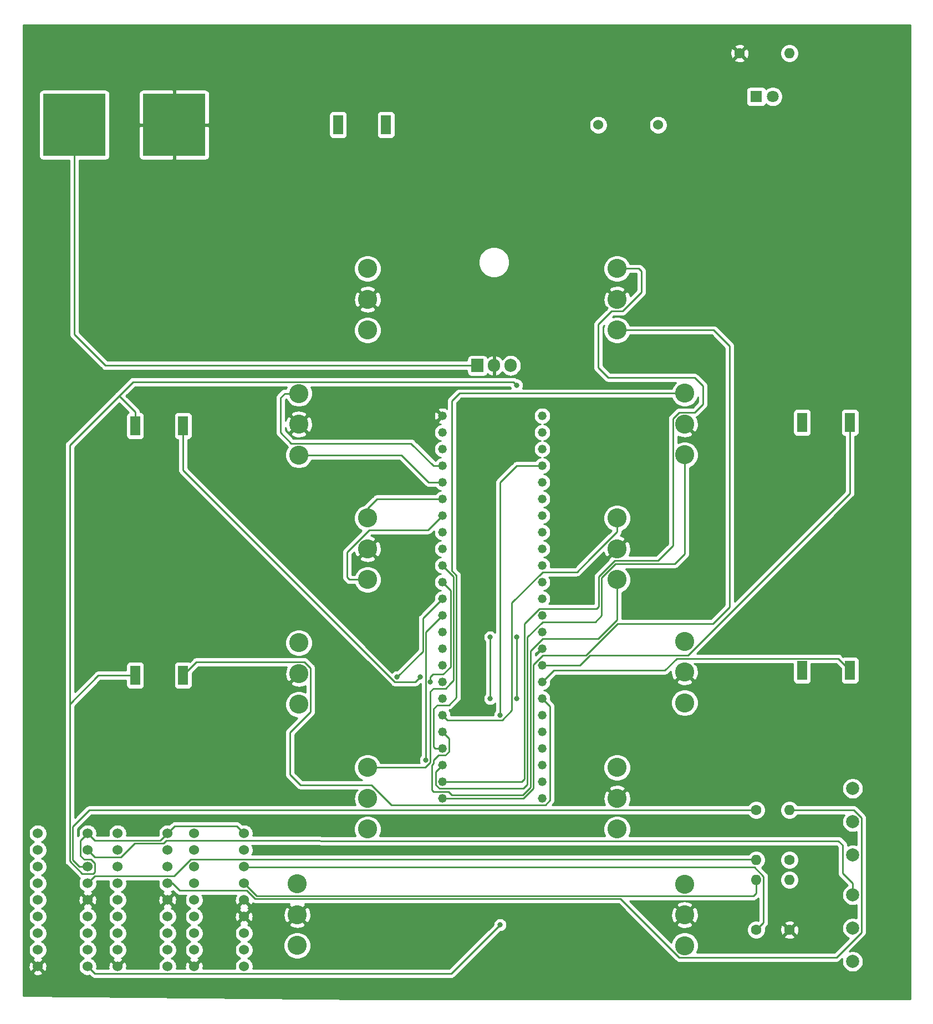
<source format=gtl>
G04 #@! TF.GenerationSoftware,KiCad,Pcbnew,(5.1.10)-1*
G04 #@! TF.CreationDate,2021-07-26T11:56:24-04:00*
G04 #@! TF.ProjectId,Launchbox,4c61756e-6368-4626-9f78-2e6b69636164,Launchbox*
G04 #@! TF.SameCoordinates,Original*
G04 #@! TF.FileFunction,Copper,L1,Top*
G04 #@! TF.FilePolarity,Positive*
%FSLAX46Y46*%
G04 Gerber Fmt 4.6, Leading zero omitted, Abs format (unit mm)*
G04 Created by KiCad (PCBNEW (5.1.10)-1) date 2021-07-26 11:56:24*
%MOMM*%
%LPD*%
G01*
G04 APERTURE LIST*
G04 #@! TA.AperFunction,ComponentPad*
%ADD10C,1.524000*%
G04 #@! TD*
G04 #@! TA.AperFunction,ComponentPad*
%ADD11R,1.524000X3.000000*%
G04 #@! TD*
G04 #@! TA.AperFunction,ComponentPad*
%ADD12C,1.320800*%
G04 #@! TD*
G04 #@! TA.AperFunction,ComponentPad*
%ADD13O,1.600000X1.600000*%
G04 #@! TD*
G04 #@! TA.AperFunction,ComponentPad*
%ADD14C,1.600000*%
G04 #@! TD*
G04 #@! TA.AperFunction,ComponentPad*
%ADD15C,1.800000*%
G04 #@! TD*
G04 #@! TA.AperFunction,ComponentPad*
%ADD16R,1.800000X1.800000*%
G04 #@! TD*
G04 #@! TA.AperFunction,ComponentPad*
%ADD17C,2.921000*%
G04 #@! TD*
G04 #@! TA.AperFunction,ComponentPad*
%ADD18C,2.000000*%
G04 #@! TD*
G04 #@! TA.AperFunction,ComponentPad*
%ADD19R,1.905000X2.000000*%
G04 #@! TD*
G04 #@! TA.AperFunction,ComponentPad*
%ADD20O,1.905000X2.000000*%
G04 #@! TD*
G04 #@! TA.AperFunction,SMDPad,CuDef*
%ADD21R,9.525000X9.525000*%
G04 #@! TD*
G04 #@! TA.AperFunction,ViaPad*
%ADD22C,0.800000*%
G04 #@! TD*
G04 #@! TA.AperFunction,Conductor*
%ADD23C,0.250000*%
G04 #@! TD*
G04 #@! TA.AperFunction,Conductor*
%ADD24C,0.254000*%
G04 #@! TD*
G04 #@! TA.AperFunction,Conductor*
%ADD25C,0.100000*%
G04 #@! TD*
G04 APERTURE END LIST*
D10*
X116078000Y-45974000D03*
X125222000Y-45974000D03*
D11*
X154526000Y-91440000D03*
X147226000Y-91440000D03*
X52672000Y-130048000D03*
X45372000Y-130048000D03*
X154526000Y-129286000D03*
X147226000Y-129286000D03*
X83660000Y-45974000D03*
X76360000Y-45974000D03*
X52672000Y-91948000D03*
X45372000Y-91948000D03*
D12*
X107525000Y-90409000D03*
X107525000Y-92949000D03*
X107525000Y-95489000D03*
X107525000Y-98029000D03*
X107525000Y-100569000D03*
X107525000Y-103109000D03*
X107525000Y-105649000D03*
X107525000Y-108189000D03*
X107525000Y-110729000D03*
X107525000Y-113269000D03*
X107525000Y-115809000D03*
X107525000Y-118349000D03*
X107525000Y-120889000D03*
X107525000Y-123429000D03*
X107525000Y-125969000D03*
X107525000Y-128509000D03*
X107525000Y-131049000D03*
X107525000Y-133589000D03*
X107525000Y-136129000D03*
X107525000Y-138669000D03*
X107525000Y-141209000D03*
X107525000Y-143749000D03*
X107525000Y-146289000D03*
X107525000Y-148829000D03*
X92285000Y-90409000D03*
X92285000Y-92949000D03*
X92285000Y-95489000D03*
X92285000Y-98029000D03*
X92285000Y-100569000D03*
X92285000Y-103109000D03*
X92285000Y-105649000D03*
X92285000Y-108189000D03*
X92285000Y-110729000D03*
X92285000Y-113269000D03*
X92285000Y-115809000D03*
X92285000Y-118349000D03*
X92285000Y-120889000D03*
X92285000Y-123429000D03*
X92285000Y-125969000D03*
X92285000Y-128509000D03*
X92285000Y-131049000D03*
X92285000Y-133589000D03*
X92285000Y-136129000D03*
X92285000Y-138669000D03*
X92285000Y-141209000D03*
X92285000Y-143749000D03*
X92285000Y-146289000D03*
X92285000Y-148829000D03*
D10*
X38100000Y-156718000D03*
X38100000Y-169418000D03*
X38100000Y-171958000D03*
X38100000Y-154178000D03*
X38100000Y-159258000D03*
X38100000Y-166878000D03*
X38100000Y-164338000D03*
X38100000Y-161798000D03*
X38100000Y-174498000D03*
X30480000Y-174498000D03*
X30480000Y-171958000D03*
X30480000Y-169418000D03*
X30480000Y-166878000D03*
X30480000Y-164338000D03*
X30480000Y-161798000D03*
X30480000Y-159258000D03*
X30480000Y-156718000D03*
X30480000Y-154178000D03*
D13*
X145288000Y-35052000D03*
D14*
X137668000Y-35052000D03*
D15*
X142748000Y-41656000D03*
D16*
X140208000Y-41656000D03*
D17*
X129286000Y-134239000D03*
X129286000Y-129540000D03*
X129286000Y-124841000D03*
D10*
X61976000Y-156718000D03*
X61976000Y-169418000D03*
X61976000Y-171958000D03*
X61976000Y-154178000D03*
X61976000Y-159258000D03*
X61976000Y-166878000D03*
X61976000Y-164338000D03*
X61976000Y-161798000D03*
X61976000Y-174498000D03*
X54356000Y-174498000D03*
X54356000Y-171958000D03*
X54356000Y-169418000D03*
X54356000Y-166878000D03*
X54356000Y-164338000D03*
X54356000Y-161798000D03*
X54356000Y-159258000D03*
X54356000Y-156718000D03*
X54356000Y-154178000D03*
D17*
X118955000Y-115428000D03*
X118955000Y-110729000D03*
X118955000Y-106030000D03*
X118955000Y-153528000D03*
X118955000Y-148829000D03*
X118955000Y-144130000D03*
D18*
X154940000Y-147320000D03*
X154940000Y-152400000D03*
X154940000Y-157480000D03*
D17*
X80855000Y-115428000D03*
X80855000Y-110729000D03*
X80855000Y-106030000D03*
X80855000Y-153528000D03*
X80855000Y-148829000D03*
X80855000Y-144130000D03*
D18*
X154940000Y-163576000D03*
X154940000Y-168656000D03*
X154940000Y-173736000D03*
D17*
X70358000Y-96393000D03*
X70358000Y-91694000D03*
X70358000Y-86995000D03*
X129286000Y-96378000D03*
X129286000Y-91679000D03*
X129286000Y-86980000D03*
X70358000Y-134478000D03*
X70358000Y-129779000D03*
X70358000Y-125080000D03*
X129286000Y-171323000D03*
X129286000Y-166624000D03*
X129286000Y-161925000D03*
D13*
X145288000Y-150622000D03*
D14*
X145288000Y-158242000D03*
D19*
X97630000Y-82744000D03*
D20*
X100170000Y-82744000D03*
X102710000Y-82744000D03*
D17*
X80855000Y-77328000D03*
X80855000Y-72629000D03*
X80855000Y-67930000D03*
D13*
X145288000Y-161290000D03*
D14*
X145288000Y-168910000D03*
D10*
X50292000Y-156718000D03*
X50292000Y-169418000D03*
X50292000Y-171958000D03*
X50292000Y-154178000D03*
X50292000Y-159258000D03*
X50292000Y-166878000D03*
X50292000Y-164338000D03*
X50292000Y-161798000D03*
X50292000Y-174498000D03*
X42672000Y-174498000D03*
X42672000Y-171958000D03*
X42672000Y-169418000D03*
X42672000Y-166878000D03*
X42672000Y-164338000D03*
X42672000Y-161798000D03*
X42672000Y-159258000D03*
X42672000Y-156718000D03*
X42672000Y-154178000D03*
D21*
X51308000Y-45974000D03*
X36068000Y-45974000D03*
D17*
X70104000Y-171308000D03*
X70104000Y-166609000D03*
X70104000Y-161910000D03*
D13*
X140208000Y-158242000D03*
D14*
X140208000Y-150622000D03*
D17*
X118955000Y-77328000D03*
X118955000Y-72629000D03*
X118955000Y-67930000D03*
D13*
X140208000Y-161290000D03*
D14*
X140208000Y-168910000D03*
D22*
X85344000Y-130302000D03*
X89736000Y-142997347D03*
X99568000Y-133604000D03*
X99568000Y-124206000D03*
X88900000Y-130302000D03*
X101092000Y-168148000D03*
X101092000Y-136144000D03*
X90461000Y-131047328D03*
X103632000Y-124206000D03*
X103632000Y-133604000D03*
X103625000Y-85725000D03*
D23*
X54356000Y-174498000D02*
X61976000Y-166878000D01*
X70358000Y-86995000D02*
X68199000Y-86995000D01*
X68199000Y-86995000D02*
X67564000Y-87630000D01*
X67564000Y-87630000D02*
X67564000Y-92964000D01*
X69207499Y-94607499D02*
X87495499Y-94607499D01*
X67564000Y-92964000D02*
X69207499Y-94607499D01*
X90917000Y-98029000D02*
X92285000Y-98029000D01*
X87495499Y-94607499D02*
X90917000Y-98029000D01*
X70358000Y-96393000D02*
X85979000Y-96393000D01*
X90155000Y-100569000D02*
X92285000Y-100569000D01*
X85979000Y-96393000D02*
X90155000Y-100569000D01*
X81125957Y-107815501D02*
X77724000Y-111217458D01*
X77724000Y-115062000D02*
X78090000Y-115428000D01*
X78090000Y-115428000D02*
X80855000Y-115428000D01*
X77724000Y-111217458D02*
X77724000Y-115062000D01*
X92285000Y-105649000D02*
X90118499Y-107815501D01*
X90118499Y-107815501D02*
X81125957Y-107815501D01*
X80855000Y-106030000D02*
X80855000Y-104565000D01*
X82311000Y-103109000D02*
X92285000Y-103109000D01*
X80855000Y-104565000D02*
X82311000Y-103109000D01*
X85344000Y-130302000D02*
X89285990Y-126360010D01*
X89285990Y-121348010D02*
X92285000Y-118349000D01*
X89285990Y-126360010D02*
X89285990Y-121348010D01*
X89736000Y-123438000D02*
X89736000Y-142997347D01*
X92285000Y-120889000D02*
X89736000Y-123438000D01*
X99568000Y-133604000D02*
X99568000Y-124206000D01*
X129286000Y-134239000D02*
X128950599Y-134574401D01*
X118955000Y-121580180D02*
X118955000Y-115428000D01*
X116075180Y-124460000D02*
X118955000Y-121580180D01*
X105721990Y-126313616D02*
X107575606Y-124460000D01*
X107575606Y-124460000D02*
X116075180Y-124460000D01*
X105721990Y-147133600D02*
X105721990Y-126313616D01*
X93233599Y-147843599D02*
X93726000Y-148336000D01*
X104519590Y-148336000D02*
X105721990Y-147133600D01*
X93726000Y-148336000D02*
X104519590Y-148336000D01*
X90678000Y-147574000D02*
X90947599Y-147843599D01*
X90678000Y-143764759D02*
X90678000Y-147574000D01*
X90911011Y-143022989D02*
X90911010Y-143531749D01*
X91694000Y-142240000D02*
X90911011Y-143022989D01*
X92712394Y-142240000D02*
X91694000Y-142240000D01*
X93270401Y-141681993D02*
X92712394Y-142240000D01*
X93270401Y-139654401D02*
X93270401Y-141681993D01*
X90947599Y-147843599D02*
X92186401Y-147843599D01*
X92285000Y-138669000D02*
X93270401Y-139654401D01*
X90911010Y-143531749D02*
X90678000Y-143764759D01*
X92186401Y-147843599D02*
X93233599Y-147843599D01*
X91812007Y-147843599D02*
X92186401Y-147843599D01*
X118955000Y-108121000D02*
X118955000Y-106030000D01*
X107621205Y-114254401D02*
X112821599Y-114254401D01*
X102906999Y-118968607D02*
X107621205Y-114254401D01*
X102906999Y-135402003D02*
X102906999Y-118968607D01*
X101440001Y-136869001D02*
X102906999Y-135402003D01*
X93025001Y-136869001D02*
X101440001Y-136869001D01*
X92285000Y-136129000D02*
X93025001Y-136869001D01*
X112821599Y-114254401D02*
X114808000Y-112268000D01*
X114808000Y-112268000D02*
X118955000Y-108121000D01*
X92285000Y-143749000D02*
X91299599Y-144734401D01*
X91299599Y-144734401D02*
X91299599Y-146761993D01*
X116586000Y-115154458D02*
X118710458Y-113030000D01*
X91299599Y-146761993D02*
X91857606Y-147320000D01*
X116586000Y-120904000D02*
X116586000Y-115154458D01*
X91857606Y-147320000D02*
X104648000Y-147320000D01*
X104648000Y-147320000D02*
X105271980Y-146696020D01*
X105271980Y-146696020D02*
X105271980Y-124223626D01*
X107621205Y-121874401D02*
X115615599Y-121874401D01*
X105271980Y-124223626D02*
X107621205Y-121874401D01*
X129286000Y-111506000D02*
X129286000Y-96378000D01*
X115615599Y-121874401D02*
X116586000Y-120904000D01*
X118710458Y-113030000D02*
X127762000Y-113030000D01*
X127762000Y-113030000D02*
X129286000Y-111506000D01*
X129286000Y-86980000D02*
X94884000Y-86980000D01*
X94884000Y-86980000D02*
X93726000Y-88138000D01*
X94430010Y-114777600D02*
X94430010Y-133407990D01*
X93726000Y-114073590D02*
X94430010Y-114777600D01*
X93726000Y-88138000D02*
X93726000Y-114073590D01*
X93263599Y-134574401D02*
X91485599Y-134574401D01*
X94430010Y-133407990D02*
X93263599Y-134574401D01*
X91485599Y-134574401D02*
X90932000Y-135128000D01*
X90932000Y-135128000D02*
X90932000Y-140970000D01*
X91171000Y-141209000D02*
X92285000Y-141209000D01*
X90932000Y-140970000D02*
X91171000Y-141209000D01*
X122286000Y-67930000D02*
X118955000Y-67930000D01*
X119812041Y-74414501D02*
X122682000Y-71544542D01*
X118117499Y-74414501D02*
X119812041Y-74414501D01*
X122682000Y-71544542D02*
X122682000Y-68326000D01*
X116078000Y-76454000D02*
X118117499Y-74414501D01*
X116078000Y-83058000D02*
X116078000Y-76454000D01*
X117602000Y-84582000D02*
X116078000Y-83058000D01*
X130810000Y-84582000D02*
X117602000Y-84582000D01*
X132080000Y-85852000D02*
X130810000Y-84582000D01*
X132080000Y-88646000D02*
X132080000Y-85852000D01*
X130832501Y-89893499D02*
X132080000Y-88646000D01*
X118582048Y-112522000D02*
X125222000Y-112522000D01*
X104409000Y-146289000D02*
X104821970Y-145876030D01*
X116135991Y-114968057D02*
X118582048Y-112522000D01*
X104821970Y-145876030D02*
X104821970Y-122133636D01*
X104821970Y-122133636D02*
X107067606Y-119888000D01*
X122682000Y-68326000D02*
X122286000Y-67930000D01*
X127500499Y-90821959D02*
X128428959Y-89893499D01*
X92285000Y-146289000D02*
X104409000Y-146289000D01*
X107067606Y-119888000D02*
X115824000Y-119888000D01*
X115824000Y-119888000D02*
X116135990Y-119576010D01*
X116135990Y-119576010D02*
X116135991Y-114968057D01*
X125222000Y-112522000D02*
X127500499Y-110243501D01*
X127500499Y-110243501D02*
X127500499Y-90821959D01*
X128428959Y-89893499D02*
X130832501Y-89893499D01*
X92285000Y-148829000D02*
X104663000Y-148829000D01*
X104663000Y-148829000D02*
X106172000Y-147320000D01*
X114217189Y-126954401D02*
X118997590Y-122174000D01*
X107621205Y-126954401D02*
X114217189Y-126954401D01*
X106172000Y-128403606D02*
X107621205Y-126954401D01*
X106172000Y-147320000D02*
X106172000Y-128403606D01*
X118997590Y-122174000D02*
X133604000Y-122174000D01*
X133604000Y-122174000D02*
X136144000Y-119634000D01*
X136144000Y-119634000D02*
X136144000Y-79756000D01*
X133716000Y-77328000D02*
X118955000Y-77328000D01*
X136144000Y-79756000D02*
X133716000Y-77328000D01*
X88138000Y-131064000D02*
X88900000Y-130302000D01*
X52672000Y-98703002D02*
X52672000Y-91948000D01*
X85032998Y-131064000D02*
X52672000Y-98703002D01*
X88138000Y-131064000D02*
X85032998Y-131064000D01*
X108712000Y-134776000D02*
X107525000Y-133589000D01*
X108712000Y-149100394D02*
X108712000Y-134776000D01*
X107997993Y-149814401D02*
X108712000Y-149100394D01*
X81480542Y-146812000D02*
X84482943Y-149814401D01*
X70612000Y-146812000D02*
X81480542Y-146812000D01*
X69022509Y-145222509D02*
X70612000Y-146812000D01*
X72143501Y-135628499D02*
X69022509Y-138749491D01*
X69022509Y-138749491D02*
X69022509Y-145222509D01*
X72143501Y-128921959D02*
X72143501Y-135628499D01*
X84482943Y-149814401D02*
X107997993Y-149814401D01*
X71215041Y-127993499D02*
X72143501Y-128921959D01*
X54726501Y-127993499D02*
X71215041Y-127993499D01*
X52672000Y-130048000D02*
X54726501Y-127993499D01*
X152700999Y-127460999D02*
X154526000Y-129286000D01*
X128063001Y-127460999D02*
X152700999Y-127460999D01*
X126238000Y-129286000D02*
X128063001Y-127460999D01*
X109288000Y-129286000D02*
X126238000Y-129286000D01*
X107525000Y-131049000D02*
X109288000Y-129286000D01*
X113299000Y-128509000D02*
X107525000Y-128509000D01*
X114797011Y-127010989D02*
X113299000Y-128509000D01*
X129758553Y-127010989D02*
X114797011Y-127010989D01*
X154526000Y-102243542D02*
X129758553Y-127010989D01*
X154526000Y-91440000D02*
X154526000Y-102243542D01*
X39187001Y-175585001D02*
X93654999Y-175585001D01*
X93654999Y-175585001D02*
X101092000Y-168148000D01*
X38100000Y-174498000D02*
X39187001Y-175585001D01*
X103647000Y-98029000D02*
X107525000Y-98029000D01*
X101092000Y-100584000D02*
X103647000Y-98029000D01*
X101092000Y-136144000D02*
X101092000Y-100584000D01*
X93267000Y-114251000D02*
X92285000Y-113269000D01*
X93472000Y-114456000D02*
X93267000Y-114251000D01*
X93472000Y-131320394D02*
X92757993Y-132034401D01*
X93472000Y-131318000D02*
X93472000Y-131320394D01*
X93980000Y-130810000D02*
X93472000Y-131318000D01*
X93980000Y-114964000D02*
X93980000Y-130810000D01*
X93267000Y-114251000D02*
X93980000Y-114964000D01*
X90461001Y-132459801D02*
X90886401Y-132034401D01*
X90461001Y-143345348D02*
X90461001Y-132459801D01*
X89676349Y-144130000D02*
X90461001Y-143345348D01*
X80855000Y-144130000D02*
X89676349Y-144130000D01*
X92757993Y-132034401D02*
X90886401Y-132034401D01*
X92350393Y-129902001D02*
X93529990Y-128722404D01*
X93529990Y-117053990D02*
X92285000Y-115809000D01*
X93529990Y-128722404D02*
X93529990Y-117053990D01*
X90461000Y-131047328D02*
X90461000Y-130265000D01*
X90823999Y-129902001D02*
X91040001Y-129902001D01*
X90461000Y-130265000D02*
X90823999Y-129902001D01*
X91040001Y-129902001D02*
X92350393Y-129902001D01*
X90860999Y-129902001D02*
X91040001Y-129902001D01*
X103632000Y-124206000D02*
X103632000Y-133604000D01*
X36068000Y-45974000D02*
X36068000Y-77978000D01*
X40834000Y-82744000D02*
X97630000Y-82744000D01*
X38608000Y-80518000D02*
X40834000Y-82744000D01*
X36068000Y-77978000D02*
X38608000Y-80518000D01*
X140136999Y-158170999D02*
X140208000Y-158242000D01*
X53834239Y-158170999D02*
X140136999Y-158170999D01*
X51294239Y-160710999D02*
X53834239Y-158170999D01*
X38100000Y-161798000D02*
X39187001Y-160710999D01*
X39187001Y-160710999D02*
X48585001Y-160710999D01*
X48585001Y-160710999D02*
X48839001Y-160710999D01*
X48585001Y-160710999D02*
X51294239Y-160710999D01*
X38100000Y-159258000D02*
X36830000Y-159258000D01*
X36830000Y-159258000D02*
X35814000Y-158242000D01*
X35814000Y-158242000D02*
X35814000Y-153162000D01*
X38354000Y-150622000D02*
X140208000Y-150622000D01*
X35814000Y-153162000D02*
X38354000Y-150622000D01*
X155123002Y-150622000D02*
X145288000Y-150622000D01*
X152448501Y-173108501D02*
X156265001Y-169292001D01*
X128428959Y-173108501D02*
X152448501Y-173108501D01*
X63702101Y-164160511D02*
X119480969Y-164160511D01*
X156265001Y-151763999D02*
X155123002Y-150622000D01*
X62426591Y-162885001D02*
X63702101Y-164160511D01*
X52141001Y-162885001D02*
X62426591Y-162885001D01*
X156265001Y-169292001D02*
X156265001Y-151763999D01*
X51054000Y-161798000D02*
X52141001Y-162885001D01*
X119480969Y-164160511D02*
X128428959Y-173108501D01*
X50292000Y-161798000D02*
X51054000Y-161798000D01*
X63888501Y-163710501D02*
X139819499Y-163710501D01*
X61976000Y-161798000D02*
X63888501Y-163710501D01*
X140208000Y-163322000D02*
X140208000Y-161290000D01*
X139819499Y-163710501D02*
X140208000Y-163322000D01*
X62085001Y-159367001D02*
X61976000Y-159258000D01*
X139950003Y-159367001D02*
X62085001Y-159367001D01*
X141333001Y-160749999D02*
X139950003Y-159367001D01*
X141333001Y-167784999D02*
X141333001Y-160749999D01*
X140208000Y-168910000D02*
X141333001Y-167784999D01*
X38100000Y-156718000D02*
X39187001Y-157805001D01*
X39187001Y-157805001D02*
X43193761Y-157805001D01*
X43193761Y-157805001D02*
X45283751Y-155715011D01*
X45283751Y-155715011D02*
X49686227Y-155715011D01*
X49686227Y-155715011D02*
X50136237Y-155265001D01*
X154940000Y-161798000D02*
X154940000Y-163576000D01*
X153416000Y-160274000D02*
X154940000Y-161798000D01*
X153416000Y-155956000D02*
X153416000Y-160274000D01*
X152773501Y-155313501D02*
X153416000Y-155956000D01*
X73637499Y-155313501D02*
X152773501Y-155313501D01*
X50136237Y-155265001D02*
X73588999Y-155265001D01*
X60888999Y-153090999D02*
X51379001Y-153090999D01*
X51379001Y-153090999D02*
X50292000Y-154178000D01*
X61976000Y-154178000D02*
X60888999Y-153090999D01*
X49204999Y-155265001D02*
X50292000Y-154178000D01*
X39187001Y-155265001D02*
X49204999Y-155265001D01*
X38100000Y-154178000D02*
X39187001Y-155265001D01*
X37280591Y-160345001D02*
X35363990Y-158428400D01*
X38916589Y-160345001D02*
X37280591Y-160345001D01*
X39187001Y-158736239D02*
X39187001Y-160074589D01*
X38621761Y-158170999D02*
X39187001Y-158736239D01*
X37012999Y-155265001D02*
X37012999Y-157605759D01*
X39187001Y-160074589D02*
X38916589Y-160345001D01*
X37578239Y-158170999D02*
X38621761Y-158170999D01*
X37012999Y-157605759D02*
X37578239Y-158170999D01*
X38100000Y-154178000D02*
X37012999Y-155265001D01*
X45040501Y-85209499D02*
X103109499Y-85209499D01*
X103109499Y-85209499D02*
X103625000Y-85725000D01*
X39739980Y-130048000D02*
X35363990Y-134423990D01*
X35363990Y-134423990D02*
X35363990Y-94886010D01*
X35363990Y-158428400D02*
X35363990Y-134423990D01*
X39739980Y-130048000D02*
X45372000Y-130048000D01*
X45372000Y-89822000D02*
X42900000Y-87350000D01*
X45372000Y-91948000D02*
X45372000Y-89822000D01*
X42900000Y-87350000D02*
X45040501Y-85209499D01*
X35363990Y-94886010D02*
X42900000Y-87350000D01*
D24*
X163703000Y-179438300D02*
X80937633Y-179438300D01*
X28239700Y-178945796D01*
X28239700Y-175463565D01*
X29694040Y-175463565D01*
X29761020Y-175703656D01*
X30010048Y-175820756D01*
X30277135Y-175887023D01*
X30552017Y-175899910D01*
X30824133Y-175858922D01*
X31083023Y-175765636D01*
X31198980Y-175703656D01*
X31265960Y-175463565D01*
X30480000Y-174677605D01*
X29694040Y-175463565D01*
X28239700Y-175463565D01*
X28239700Y-174570017D01*
X29078090Y-174570017D01*
X29119078Y-174842133D01*
X29212364Y-175101023D01*
X29274344Y-175216980D01*
X29514435Y-175283960D01*
X30300395Y-174498000D01*
X30659605Y-174498000D01*
X31445565Y-175283960D01*
X31685656Y-175216980D01*
X31802756Y-174967952D01*
X31869023Y-174700865D01*
X31881910Y-174425983D01*
X31840922Y-174153867D01*
X31747636Y-173894977D01*
X31685656Y-173779020D01*
X31445565Y-173712040D01*
X30659605Y-174498000D01*
X30300395Y-174498000D01*
X29514435Y-173712040D01*
X29274344Y-173779020D01*
X29157244Y-174028048D01*
X29090977Y-174295135D01*
X29078090Y-174570017D01*
X28239700Y-174570017D01*
X28239700Y-154040408D01*
X29083000Y-154040408D01*
X29083000Y-154315592D01*
X29136686Y-154585490D01*
X29241995Y-154839727D01*
X29394880Y-155068535D01*
X29589465Y-155263120D01*
X29818273Y-155416005D01*
X29895515Y-155448000D01*
X29818273Y-155479995D01*
X29589465Y-155632880D01*
X29394880Y-155827465D01*
X29241995Y-156056273D01*
X29136686Y-156310510D01*
X29083000Y-156580408D01*
X29083000Y-156855592D01*
X29136686Y-157125490D01*
X29241995Y-157379727D01*
X29394880Y-157608535D01*
X29589465Y-157803120D01*
X29818273Y-157956005D01*
X29895515Y-157988000D01*
X29818273Y-158019995D01*
X29589465Y-158172880D01*
X29394880Y-158367465D01*
X29241995Y-158596273D01*
X29136686Y-158850510D01*
X29083000Y-159120408D01*
X29083000Y-159395592D01*
X29136686Y-159665490D01*
X29241995Y-159919727D01*
X29394880Y-160148535D01*
X29589465Y-160343120D01*
X29818273Y-160496005D01*
X29895515Y-160528000D01*
X29818273Y-160559995D01*
X29589465Y-160712880D01*
X29394880Y-160907465D01*
X29241995Y-161136273D01*
X29136686Y-161390510D01*
X29083000Y-161660408D01*
X29083000Y-161935592D01*
X29136686Y-162205490D01*
X29241995Y-162459727D01*
X29394880Y-162688535D01*
X29589465Y-162883120D01*
X29818273Y-163036005D01*
X29895515Y-163068000D01*
X29818273Y-163099995D01*
X29589465Y-163252880D01*
X29394880Y-163447465D01*
X29241995Y-163676273D01*
X29136686Y-163930510D01*
X29083000Y-164200408D01*
X29083000Y-164475592D01*
X29136686Y-164745490D01*
X29241995Y-164999727D01*
X29394880Y-165228535D01*
X29589465Y-165423120D01*
X29818273Y-165576005D01*
X29895515Y-165608000D01*
X29818273Y-165639995D01*
X29589465Y-165792880D01*
X29394880Y-165987465D01*
X29241995Y-166216273D01*
X29136686Y-166470510D01*
X29083000Y-166740408D01*
X29083000Y-167015592D01*
X29136686Y-167285490D01*
X29241995Y-167539727D01*
X29394880Y-167768535D01*
X29589465Y-167963120D01*
X29818273Y-168116005D01*
X29895515Y-168148000D01*
X29818273Y-168179995D01*
X29589465Y-168332880D01*
X29394880Y-168527465D01*
X29241995Y-168756273D01*
X29136686Y-169010510D01*
X29083000Y-169280408D01*
X29083000Y-169555592D01*
X29136686Y-169825490D01*
X29241995Y-170079727D01*
X29394880Y-170308535D01*
X29589465Y-170503120D01*
X29818273Y-170656005D01*
X29895515Y-170688000D01*
X29818273Y-170719995D01*
X29589465Y-170872880D01*
X29394880Y-171067465D01*
X29241995Y-171296273D01*
X29136686Y-171550510D01*
X29083000Y-171820408D01*
X29083000Y-172095592D01*
X29136686Y-172365490D01*
X29241995Y-172619727D01*
X29394880Y-172848535D01*
X29589465Y-173043120D01*
X29818273Y-173196005D01*
X29889943Y-173225692D01*
X29876977Y-173230364D01*
X29761020Y-173292344D01*
X29694040Y-173532435D01*
X30480000Y-174318395D01*
X31265960Y-173532435D01*
X31198980Y-173292344D01*
X31063240Y-173228515D01*
X31141727Y-173196005D01*
X31370535Y-173043120D01*
X31565120Y-172848535D01*
X31718005Y-172619727D01*
X31823314Y-172365490D01*
X31877000Y-172095592D01*
X31877000Y-171820408D01*
X31823314Y-171550510D01*
X31718005Y-171296273D01*
X31565120Y-171067465D01*
X31370535Y-170872880D01*
X31141727Y-170719995D01*
X31064485Y-170688000D01*
X31141727Y-170656005D01*
X31370535Y-170503120D01*
X31565120Y-170308535D01*
X31718005Y-170079727D01*
X31823314Y-169825490D01*
X31877000Y-169555592D01*
X31877000Y-169280408D01*
X31823314Y-169010510D01*
X31718005Y-168756273D01*
X31565120Y-168527465D01*
X31370535Y-168332880D01*
X31141727Y-168179995D01*
X31064485Y-168148000D01*
X31141727Y-168116005D01*
X31370535Y-167963120D01*
X31565120Y-167768535D01*
X31718005Y-167539727D01*
X31823314Y-167285490D01*
X31877000Y-167015592D01*
X31877000Y-166740408D01*
X36703000Y-166740408D01*
X36703000Y-167015592D01*
X36756686Y-167285490D01*
X36861995Y-167539727D01*
X37014880Y-167768535D01*
X37209465Y-167963120D01*
X37438273Y-168116005D01*
X37515515Y-168148000D01*
X37438273Y-168179995D01*
X37209465Y-168332880D01*
X37014880Y-168527465D01*
X36861995Y-168756273D01*
X36756686Y-169010510D01*
X36703000Y-169280408D01*
X36703000Y-169555592D01*
X36756686Y-169825490D01*
X36861995Y-170079727D01*
X37014880Y-170308535D01*
X37209465Y-170503120D01*
X37438273Y-170656005D01*
X37515515Y-170688000D01*
X37438273Y-170719995D01*
X37209465Y-170872880D01*
X37014880Y-171067465D01*
X36861995Y-171296273D01*
X36756686Y-171550510D01*
X36703000Y-171820408D01*
X36703000Y-172095592D01*
X36756686Y-172365490D01*
X36861995Y-172619727D01*
X37014880Y-172848535D01*
X37209465Y-173043120D01*
X37438273Y-173196005D01*
X37515515Y-173228000D01*
X37438273Y-173259995D01*
X37209465Y-173412880D01*
X37014880Y-173607465D01*
X36861995Y-173836273D01*
X36756686Y-174090510D01*
X36703000Y-174360408D01*
X36703000Y-174635592D01*
X36756686Y-174905490D01*
X36861995Y-175159727D01*
X37014880Y-175388535D01*
X37209465Y-175583120D01*
X37438273Y-175736005D01*
X37692510Y-175841314D01*
X37962408Y-175895000D01*
X38237592Y-175895000D01*
X38391570Y-175864372D01*
X38623202Y-176096004D01*
X38647000Y-176125002D01*
X38675998Y-176148800D01*
X38762725Y-176219975D01*
X38894754Y-176290547D01*
X39038015Y-176334004D01*
X39187001Y-176348678D01*
X39224334Y-176345001D01*
X93617677Y-176345001D01*
X93654999Y-176348677D01*
X93692321Y-176345001D01*
X93692332Y-176345001D01*
X93803985Y-176334004D01*
X93947246Y-176290547D01*
X94079275Y-176219975D01*
X94195000Y-176125002D01*
X94218803Y-176095998D01*
X101131802Y-169183000D01*
X101193939Y-169183000D01*
X101393898Y-169143226D01*
X101582256Y-169065205D01*
X101751774Y-168951937D01*
X101895937Y-168807774D01*
X102009205Y-168638256D01*
X102087226Y-168449898D01*
X102127000Y-168249939D01*
X102127000Y-168046061D01*
X102087226Y-167846102D01*
X102009205Y-167657744D01*
X101895937Y-167488226D01*
X101751774Y-167344063D01*
X101582256Y-167230795D01*
X101393898Y-167152774D01*
X101193939Y-167113000D01*
X100990061Y-167113000D01*
X100790102Y-167152774D01*
X100601744Y-167230795D01*
X100432226Y-167344063D01*
X100288063Y-167488226D01*
X100174795Y-167657744D01*
X100096774Y-167846102D01*
X100057000Y-168046061D01*
X100057000Y-168108198D01*
X93340198Y-174825001D01*
X63335324Y-174825001D01*
X63373000Y-174635592D01*
X63373000Y-174360408D01*
X63319314Y-174090510D01*
X63214005Y-173836273D01*
X63061120Y-173607465D01*
X62866535Y-173412880D01*
X62637727Y-173259995D01*
X62560485Y-173228000D01*
X62637727Y-173196005D01*
X62866535Y-173043120D01*
X63061120Y-172848535D01*
X63214005Y-172619727D01*
X63319314Y-172365490D01*
X63373000Y-172095592D01*
X63373000Y-171820408D01*
X63319314Y-171550510D01*
X63214005Y-171296273D01*
X63083936Y-171101611D01*
X68008500Y-171101611D01*
X68008500Y-171514389D01*
X68089029Y-171919235D01*
X68246992Y-172300591D01*
X68476319Y-172643803D01*
X68768197Y-172935681D01*
X69111409Y-173165008D01*
X69492765Y-173322971D01*
X69897611Y-173403500D01*
X70310389Y-173403500D01*
X70715235Y-173322971D01*
X71096591Y-173165008D01*
X71439803Y-172935681D01*
X71731681Y-172643803D01*
X71961008Y-172300591D01*
X72118971Y-171919235D01*
X72199500Y-171514389D01*
X72199500Y-171101611D01*
X72118971Y-170696765D01*
X71961008Y-170315409D01*
X71731681Y-169972197D01*
X71439803Y-169680319D01*
X71096591Y-169450992D01*
X70715235Y-169293029D01*
X70310389Y-169212500D01*
X69897611Y-169212500D01*
X69492765Y-169293029D01*
X69111409Y-169450992D01*
X68768197Y-169680319D01*
X68476319Y-169972197D01*
X68246992Y-170315409D01*
X68089029Y-170696765D01*
X68008500Y-171101611D01*
X63083936Y-171101611D01*
X63061120Y-171067465D01*
X62866535Y-170872880D01*
X62637727Y-170719995D01*
X62560485Y-170688000D01*
X62637727Y-170656005D01*
X62866535Y-170503120D01*
X63061120Y-170308535D01*
X63214005Y-170079727D01*
X63319314Y-169825490D01*
X63373000Y-169555592D01*
X63373000Y-169280408D01*
X63319314Y-169010510D01*
X63214005Y-168756273D01*
X63061120Y-168527465D01*
X62866535Y-168332880D01*
X62637727Y-168179995D01*
X62566057Y-168150308D01*
X62579023Y-168145636D01*
X62694980Y-168083656D01*
X62698084Y-168072529D01*
X68820077Y-168072529D01*
X68971334Y-168384045D01*
X69339393Y-168570910D01*
X69736834Y-168682381D01*
X70148386Y-168714172D01*
X70558231Y-168665063D01*
X70950621Y-168536940D01*
X71236666Y-168384045D01*
X71387923Y-168072529D01*
X70104000Y-166788605D01*
X68820077Y-168072529D01*
X62698084Y-168072529D01*
X62761960Y-167843565D01*
X61976000Y-167057605D01*
X61190040Y-167843565D01*
X61257020Y-168083656D01*
X61392760Y-168147485D01*
X61314273Y-168179995D01*
X61085465Y-168332880D01*
X60890880Y-168527465D01*
X60737995Y-168756273D01*
X60632686Y-169010510D01*
X60579000Y-169280408D01*
X60579000Y-169555592D01*
X60632686Y-169825490D01*
X60737995Y-170079727D01*
X60890880Y-170308535D01*
X61085465Y-170503120D01*
X61314273Y-170656005D01*
X61391515Y-170688000D01*
X61314273Y-170719995D01*
X61085465Y-170872880D01*
X60890880Y-171067465D01*
X60737995Y-171296273D01*
X60632686Y-171550510D01*
X60579000Y-171820408D01*
X60579000Y-172095592D01*
X60632686Y-172365490D01*
X60737995Y-172619727D01*
X60890880Y-172848535D01*
X61085465Y-173043120D01*
X61314273Y-173196005D01*
X61391515Y-173228000D01*
X61314273Y-173259995D01*
X61085465Y-173412880D01*
X60890880Y-173607465D01*
X60737995Y-173836273D01*
X60632686Y-174090510D01*
X60579000Y-174360408D01*
X60579000Y-174635592D01*
X60616676Y-174825001D01*
X55714224Y-174825001D01*
X55745023Y-174700865D01*
X55757910Y-174425983D01*
X55716922Y-174153867D01*
X55623636Y-173894977D01*
X55561656Y-173779020D01*
X55321565Y-173712040D01*
X54535605Y-174498000D01*
X54549748Y-174512143D01*
X54370143Y-174691748D01*
X54356000Y-174677605D01*
X54341858Y-174691748D01*
X54162253Y-174512143D01*
X54176395Y-174498000D01*
X53390435Y-173712040D01*
X53150344Y-173779020D01*
X53033244Y-174028048D01*
X52966977Y-174295135D01*
X52954090Y-174570017D01*
X52992497Y-174825001D01*
X51651324Y-174825001D01*
X51689000Y-174635592D01*
X51689000Y-174360408D01*
X51635314Y-174090510D01*
X51530005Y-173836273D01*
X51377120Y-173607465D01*
X51182535Y-173412880D01*
X50953727Y-173259995D01*
X50876485Y-173228000D01*
X50953727Y-173196005D01*
X51182535Y-173043120D01*
X51377120Y-172848535D01*
X51530005Y-172619727D01*
X51635314Y-172365490D01*
X51689000Y-172095592D01*
X51689000Y-171820408D01*
X51635314Y-171550510D01*
X51530005Y-171296273D01*
X51377120Y-171067465D01*
X51182535Y-170872880D01*
X50953727Y-170719995D01*
X50876485Y-170688000D01*
X50953727Y-170656005D01*
X51182535Y-170503120D01*
X51377120Y-170308535D01*
X51530005Y-170079727D01*
X51635314Y-169825490D01*
X51689000Y-169555592D01*
X51689000Y-169280408D01*
X51635314Y-169010510D01*
X51530005Y-168756273D01*
X51377120Y-168527465D01*
X51182535Y-168332880D01*
X50953727Y-168179995D01*
X50876485Y-168148000D01*
X50953727Y-168116005D01*
X51182535Y-167963120D01*
X51377120Y-167768535D01*
X51530005Y-167539727D01*
X51635314Y-167285490D01*
X51689000Y-167015592D01*
X51689000Y-166740408D01*
X51635314Y-166470510D01*
X51530005Y-166216273D01*
X51377120Y-165987465D01*
X51182535Y-165792880D01*
X50953727Y-165639995D01*
X50882057Y-165610308D01*
X50895023Y-165605636D01*
X51010980Y-165543656D01*
X51077960Y-165303565D01*
X50292000Y-164517605D01*
X49506040Y-165303565D01*
X49573020Y-165543656D01*
X49708760Y-165607485D01*
X49630273Y-165639995D01*
X49401465Y-165792880D01*
X49206880Y-165987465D01*
X49053995Y-166216273D01*
X48948686Y-166470510D01*
X48895000Y-166740408D01*
X48895000Y-167015592D01*
X48948686Y-167285490D01*
X49053995Y-167539727D01*
X49206880Y-167768535D01*
X49401465Y-167963120D01*
X49630273Y-168116005D01*
X49707515Y-168148000D01*
X49630273Y-168179995D01*
X49401465Y-168332880D01*
X49206880Y-168527465D01*
X49053995Y-168756273D01*
X48948686Y-169010510D01*
X48895000Y-169280408D01*
X48895000Y-169555592D01*
X48948686Y-169825490D01*
X49053995Y-170079727D01*
X49206880Y-170308535D01*
X49401465Y-170503120D01*
X49630273Y-170656005D01*
X49707515Y-170688000D01*
X49630273Y-170719995D01*
X49401465Y-170872880D01*
X49206880Y-171067465D01*
X49053995Y-171296273D01*
X48948686Y-171550510D01*
X48895000Y-171820408D01*
X48895000Y-172095592D01*
X48948686Y-172365490D01*
X49053995Y-172619727D01*
X49206880Y-172848535D01*
X49401465Y-173043120D01*
X49630273Y-173196005D01*
X49707515Y-173228000D01*
X49630273Y-173259995D01*
X49401465Y-173412880D01*
X49206880Y-173607465D01*
X49053995Y-173836273D01*
X48948686Y-174090510D01*
X48895000Y-174360408D01*
X48895000Y-174635592D01*
X48932676Y-174825001D01*
X44030224Y-174825001D01*
X44061023Y-174700865D01*
X44073910Y-174425983D01*
X44032922Y-174153867D01*
X43939636Y-173894977D01*
X43877656Y-173779020D01*
X43637565Y-173712040D01*
X42851605Y-174498000D01*
X42865748Y-174512143D01*
X42686143Y-174691748D01*
X42672000Y-174677605D01*
X42657858Y-174691748D01*
X42478253Y-174512143D01*
X42492395Y-174498000D01*
X41706435Y-173712040D01*
X41466344Y-173779020D01*
X41349244Y-174028048D01*
X41282977Y-174295135D01*
X41270090Y-174570017D01*
X41308497Y-174825001D01*
X39501803Y-174825001D01*
X39466372Y-174789570D01*
X39497000Y-174635592D01*
X39497000Y-174360408D01*
X39443314Y-174090510D01*
X39338005Y-173836273D01*
X39185120Y-173607465D01*
X38990535Y-173412880D01*
X38761727Y-173259995D01*
X38684485Y-173228000D01*
X38761727Y-173196005D01*
X38990535Y-173043120D01*
X39185120Y-172848535D01*
X39338005Y-172619727D01*
X39443314Y-172365490D01*
X39497000Y-172095592D01*
X39497000Y-171820408D01*
X39443314Y-171550510D01*
X39338005Y-171296273D01*
X39185120Y-171067465D01*
X38990535Y-170872880D01*
X38761727Y-170719995D01*
X38684485Y-170688000D01*
X38761727Y-170656005D01*
X38990535Y-170503120D01*
X39185120Y-170308535D01*
X39338005Y-170079727D01*
X39443314Y-169825490D01*
X39497000Y-169555592D01*
X39497000Y-169280408D01*
X39443314Y-169010510D01*
X39338005Y-168756273D01*
X39185120Y-168527465D01*
X38990535Y-168332880D01*
X38761727Y-168179995D01*
X38684485Y-168148000D01*
X38761727Y-168116005D01*
X38990535Y-167963120D01*
X39185120Y-167768535D01*
X39338005Y-167539727D01*
X39443314Y-167285490D01*
X39497000Y-167015592D01*
X39497000Y-166740408D01*
X39443314Y-166470510D01*
X39338005Y-166216273D01*
X39185120Y-165987465D01*
X38990535Y-165792880D01*
X38761727Y-165639995D01*
X38690057Y-165610308D01*
X38703023Y-165605636D01*
X38818980Y-165543656D01*
X38885960Y-165303565D01*
X38100000Y-164517605D01*
X37314040Y-165303565D01*
X37381020Y-165543656D01*
X37516760Y-165607485D01*
X37438273Y-165639995D01*
X37209465Y-165792880D01*
X37014880Y-165987465D01*
X36861995Y-166216273D01*
X36756686Y-166470510D01*
X36703000Y-166740408D01*
X31877000Y-166740408D01*
X31823314Y-166470510D01*
X31718005Y-166216273D01*
X31565120Y-165987465D01*
X31370535Y-165792880D01*
X31141727Y-165639995D01*
X31064485Y-165608000D01*
X31141727Y-165576005D01*
X31370535Y-165423120D01*
X31565120Y-165228535D01*
X31718005Y-164999727D01*
X31823314Y-164745490D01*
X31877000Y-164475592D01*
X31877000Y-164410017D01*
X36698090Y-164410017D01*
X36739078Y-164682133D01*
X36832364Y-164941023D01*
X36894344Y-165056980D01*
X37134435Y-165123960D01*
X37920395Y-164338000D01*
X38279605Y-164338000D01*
X39065565Y-165123960D01*
X39305656Y-165056980D01*
X39422756Y-164807952D01*
X39489023Y-164540865D01*
X39501910Y-164265983D01*
X39460922Y-163993867D01*
X39367636Y-163734977D01*
X39305656Y-163619020D01*
X39065565Y-163552040D01*
X38279605Y-164338000D01*
X37920395Y-164338000D01*
X37134435Y-163552040D01*
X36894344Y-163619020D01*
X36777244Y-163868048D01*
X36710977Y-164135135D01*
X36698090Y-164410017D01*
X31877000Y-164410017D01*
X31877000Y-164200408D01*
X31823314Y-163930510D01*
X31718005Y-163676273D01*
X31565120Y-163447465D01*
X31370535Y-163252880D01*
X31141727Y-163099995D01*
X31064485Y-163068000D01*
X31141727Y-163036005D01*
X31370535Y-162883120D01*
X31565120Y-162688535D01*
X31718005Y-162459727D01*
X31823314Y-162205490D01*
X31877000Y-161935592D01*
X31877000Y-161660408D01*
X31823314Y-161390510D01*
X31718005Y-161136273D01*
X31565120Y-160907465D01*
X31370535Y-160712880D01*
X31141727Y-160559995D01*
X31064485Y-160528000D01*
X31141727Y-160496005D01*
X31370535Y-160343120D01*
X31565120Y-160148535D01*
X31718005Y-159919727D01*
X31823314Y-159665490D01*
X31877000Y-159395592D01*
X31877000Y-159120408D01*
X31823314Y-158850510D01*
X31718005Y-158596273D01*
X31565120Y-158367465D01*
X31370535Y-158172880D01*
X31141727Y-158019995D01*
X31064485Y-157988000D01*
X31141727Y-157956005D01*
X31370535Y-157803120D01*
X31565120Y-157608535D01*
X31718005Y-157379727D01*
X31823314Y-157125490D01*
X31877000Y-156855592D01*
X31877000Y-156580408D01*
X31823314Y-156310510D01*
X31718005Y-156056273D01*
X31565120Y-155827465D01*
X31370535Y-155632880D01*
X31141727Y-155479995D01*
X31064485Y-155448000D01*
X31141727Y-155416005D01*
X31370535Y-155263120D01*
X31565120Y-155068535D01*
X31718005Y-154839727D01*
X31823314Y-154585490D01*
X31877000Y-154315592D01*
X31877000Y-154040408D01*
X31823314Y-153770510D01*
X31718005Y-153516273D01*
X31565120Y-153287465D01*
X31370535Y-153092880D01*
X31141727Y-152939995D01*
X30887490Y-152834686D01*
X30617592Y-152781000D01*
X30342408Y-152781000D01*
X30072510Y-152834686D01*
X29818273Y-152939995D01*
X29589465Y-153092880D01*
X29394880Y-153287465D01*
X29241995Y-153516273D01*
X29136686Y-153770510D01*
X29083000Y-154040408D01*
X28239700Y-154040408D01*
X28239700Y-94886010D01*
X34600314Y-94886010D01*
X34603991Y-94923343D01*
X34603990Y-134386668D01*
X34600314Y-134423990D01*
X34603990Y-134461312D01*
X34603990Y-134461322D01*
X34603991Y-134461332D01*
X34603990Y-158391078D01*
X34600314Y-158428400D01*
X34603990Y-158465722D01*
X34603990Y-158465732D01*
X34614987Y-158577385D01*
X34651850Y-158698907D01*
X34658444Y-158720646D01*
X34729016Y-158852676D01*
X34748605Y-158876545D01*
X34823989Y-158968401D01*
X34852993Y-158992204D01*
X36716792Y-160856004D01*
X36740590Y-160885002D01*
X36769588Y-160908800D01*
X36856314Y-160979975D01*
X36937452Y-161023344D01*
X36861995Y-161136273D01*
X36756686Y-161390510D01*
X36703000Y-161660408D01*
X36703000Y-161935592D01*
X36756686Y-162205490D01*
X36861995Y-162459727D01*
X37014880Y-162688535D01*
X37209465Y-162883120D01*
X37438273Y-163036005D01*
X37509943Y-163065692D01*
X37496977Y-163070364D01*
X37381020Y-163132344D01*
X37314040Y-163372435D01*
X38100000Y-164158395D01*
X38885960Y-163372435D01*
X38818980Y-163132344D01*
X38683240Y-163068515D01*
X38761727Y-163036005D01*
X38990535Y-162883120D01*
X39185120Y-162688535D01*
X39338005Y-162459727D01*
X39443314Y-162205490D01*
X39497000Y-161935592D01*
X39497000Y-161660408D01*
X39466372Y-161506430D01*
X39501803Y-161470999D01*
X41312676Y-161470999D01*
X41275000Y-161660408D01*
X41275000Y-161935592D01*
X41328686Y-162205490D01*
X41433995Y-162459727D01*
X41586880Y-162688535D01*
X41781465Y-162883120D01*
X42010273Y-163036005D01*
X42087515Y-163068000D01*
X42010273Y-163099995D01*
X41781465Y-163252880D01*
X41586880Y-163447465D01*
X41433995Y-163676273D01*
X41328686Y-163930510D01*
X41275000Y-164200408D01*
X41275000Y-164475592D01*
X41328686Y-164745490D01*
X41433995Y-164999727D01*
X41586880Y-165228535D01*
X41781465Y-165423120D01*
X42010273Y-165576005D01*
X42087515Y-165608000D01*
X42010273Y-165639995D01*
X41781465Y-165792880D01*
X41586880Y-165987465D01*
X41433995Y-166216273D01*
X41328686Y-166470510D01*
X41275000Y-166740408D01*
X41275000Y-167015592D01*
X41328686Y-167285490D01*
X41433995Y-167539727D01*
X41586880Y-167768535D01*
X41781465Y-167963120D01*
X42010273Y-168116005D01*
X42087515Y-168148000D01*
X42010273Y-168179995D01*
X41781465Y-168332880D01*
X41586880Y-168527465D01*
X41433995Y-168756273D01*
X41328686Y-169010510D01*
X41275000Y-169280408D01*
X41275000Y-169555592D01*
X41328686Y-169825490D01*
X41433995Y-170079727D01*
X41586880Y-170308535D01*
X41781465Y-170503120D01*
X42010273Y-170656005D01*
X42087515Y-170688000D01*
X42010273Y-170719995D01*
X41781465Y-170872880D01*
X41586880Y-171067465D01*
X41433995Y-171296273D01*
X41328686Y-171550510D01*
X41275000Y-171820408D01*
X41275000Y-172095592D01*
X41328686Y-172365490D01*
X41433995Y-172619727D01*
X41586880Y-172848535D01*
X41781465Y-173043120D01*
X42010273Y-173196005D01*
X42081943Y-173225692D01*
X42068977Y-173230364D01*
X41953020Y-173292344D01*
X41886040Y-173532435D01*
X42672000Y-174318395D01*
X43457960Y-173532435D01*
X43390980Y-173292344D01*
X43255240Y-173228515D01*
X43333727Y-173196005D01*
X43562535Y-173043120D01*
X43757120Y-172848535D01*
X43910005Y-172619727D01*
X44015314Y-172365490D01*
X44069000Y-172095592D01*
X44069000Y-171820408D01*
X44015314Y-171550510D01*
X43910005Y-171296273D01*
X43757120Y-171067465D01*
X43562535Y-170872880D01*
X43333727Y-170719995D01*
X43256485Y-170688000D01*
X43333727Y-170656005D01*
X43562535Y-170503120D01*
X43757120Y-170308535D01*
X43910005Y-170079727D01*
X44015314Y-169825490D01*
X44069000Y-169555592D01*
X44069000Y-169280408D01*
X44015314Y-169010510D01*
X43910005Y-168756273D01*
X43757120Y-168527465D01*
X43562535Y-168332880D01*
X43333727Y-168179995D01*
X43256485Y-168148000D01*
X43333727Y-168116005D01*
X43562535Y-167963120D01*
X43757120Y-167768535D01*
X43910005Y-167539727D01*
X44015314Y-167285490D01*
X44069000Y-167015592D01*
X44069000Y-166740408D01*
X44015314Y-166470510D01*
X43910005Y-166216273D01*
X43757120Y-165987465D01*
X43562535Y-165792880D01*
X43333727Y-165639995D01*
X43256485Y-165608000D01*
X43333727Y-165576005D01*
X43562535Y-165423120D01*
X43757120Y-165228535D01*
X43910005Y-164999727D01*
X44015314Y-164745490D01*
X44069000Y-164475592D01*
X44069000Y-164410017D01*
X48890090Y-164410017D01*
X48931078Y-164682133D01*
X49024364Y-164941023D01*
X49086344Y-165056980D01*
X49326435Y-165123960D01*
X50112395Y-164338000D01*
X50471605Y-164338000D01*
X51257565Y-165123960D01*
X51497656Y-165056980D01*
X51614756Y-164807952D01*
X51681023Y-164540865D01*
X51693910Y-164265983D01*
X51652922Y-163993867D01*
X51559636Y-163734977D01*
X51497656Y-163619020D01*
X51257565Y-163552040D01*
X50471605Y-164338000D01*
X50112395Y-164338000D01*
X49326435Y-163552040D01*
X49086344Y-163619020D01*
X48969244Y-163868048D01*
X48902977Y-164135135D01*
X48890090Y-164410017D01*
X44069000Y-164410017D01*
X44069000Y-164200408D01*
X44015314Y-163930510D01*
X43910005Y-163676273D01*
X43757120Y-163447465D01*
X43562535Y-163252880D01*
X43333727Y-163099995D01*
X43256485Y-163068000D01*
X43333727Y-163036005D01*
X43562535Y-162883120D01*
X43757120Y-162688535D01*
X43910005Y-162459727D01*
X44015314Y-162205490D01*
X44069000Y-161935592D01*
X44069000Y-161660408D01*
X44031324Y-161470999D01*
X48932676Y-161470999D01*
X48895000Y-161660408D01*
X48895000Y-161935592D01*
X48948686Y-162205490D01*
X49053995Y-162459727D01*
X49206880Y-162688535D01*
X49401465Y-162883120D01*
X49630273Y-163036005D01*
X49701943Y-163065692D01*
X49688977Y-163070364D01*
X49573020Y-163132344D01*
X49506040Y-163372435D01*
X50292000Y-164158395D01*
X51077960Y-163372435D01*
X51010980Y-163132344D01*
X50875240Y-163068515D01*
X50953727Y-163036005D01*
X51111669Y-162930471D01*
X51577201Y-163396003D01*
X51601000Y-163425002D01*
X51657032Y-163470986D01*
X51716725Y-163519975D01*
X51848754Y-163590547D01*
X51992015Y-163634004D01*
X52141001Y-163648678D01*
X52178334Y-163645001D01*
X53138890Y-163645001D01*
X53117995Y-163676273D01*
X53012686Y-163930510D01*
X52959000Y-164200408D01*
X52959000Y-164475592D01*
X53012686Y-164745490D01*
X53117995Y-164999727D01*
X53270880Y-165228535D01*
X53465465Y-165423120D01*
X53694273Y-165576005D01*
X53771515Y-165608000D01*
X53694273Y-165639995D01*
X53465465Y-165792880D01*
X53270880Y-165987465D01*
X53117995Y-166216273D01*
X53012686Y-166470510D01*
X52959000Y-166740408D01*
X52959000Y-167015592D01*
X53012686Y-167285490D01*
X53117995Y-167539727D01*
X53270880Y-167768535D01*
X53465465Y-167963120D01*
X53694273Y-168116005D01*
X53771515Y-168148000D01*
X53694273Y-168179995D01*
X53465465Y-168332880D01*
X53270880Y-168527465D01*
X53117995Y-168756273D01*
X53012686Y-169010510D01*
X52959000Y-169280408D01*
X52959000Y-169555592D01*
X53012686Y-169825490D01*
X53117995Y-170079727D01*
X53270880Y-170308535D01*
X53465465Y-170503120D01*
X53694273Y-170656005D01*
X53771515Y-170688000D01*
X53694273Y-170719995D01*
X53465465Y-170872880D01*
X53270880Y-171067465D01*
X53117995Y-171296273D01*
X53012686Y-171550510D01*
X52959000Y-171820408D01*
X52959000Y-172095592D01*
X53012686Y-172365490D01*
X53117995Y-172619727D01*
X53270880Y-172848535D01*
X53465465Y-173043120D01*
X53694273Y-173196005D01*
X53765943Y-173225692D01*
X53752977Y-173230364D01*
X53637020Y-173292344D01*
X53570040Y-173532435D01*
X54356000Y-174318395D01*
X55141960Y-173532435D01*
X55074980Y-173292344D01*
X54939240Y-173228515D01*
X55017727Y-173196005D01*
X55246535Y-173043120D01*
X55441120Y-172848535D01*
X55594005Y-172619727D01*
X55699314Y-172365490D01*
X55753000Y-172095592D01*
X55753000Y-171820408D01*
X55699314Y-171550510D01*
X55594005Y-171296273D01*
X55441120Y-171067465D01*
X55246535Y-170872880D01*
X55017727Y-170719995D01*
X54940485Y-170688000D01*
X55017727Y-170656005D01*
X55246535Y-170503120D01*
X55441120Y-170308535D01*
X55594005Y-170079727D01*
X55699314Y-169825490D01*
X55753000Y-169555592D01*
X55753000Y-169280408D01*
X55699314Y-169010510D01*
X55594005Y-168756273D01*
X55441120Y-168527465D01*
X55246535Y-168332880D01*
X55017727Y-168179995D01*
X54940485Y-168148000D01*
X55017727Y-168116005D01*
X55246535Y-167963120D01*
X55441120Y-167768535D01*
X55594005Y-167539727D01*
X55699314Y-167285490D01*
X55753000Y-167015592D01*
X55753000Y-166950017D01*
X60574090Y-166950017D01*
X60615078Y-167222133D01*
X60708364Y-167481023D01*
X60770344Y-167596980D01*
X61010435Y-167663960D01*
X61796395Y-166878000D01*
X62155605Y-166878000D01*
X62941565Y-167663960D01*
X63181656Y-167596980D01*
X63298756Y-167347952D01*
X63365023Y-167080865D01*
X63377910Y-166805983D01*
X63354925Y-166653386D01*
X67998828Y-166653386D01*
X68047937Y-167063231D01*
X68176060Y-167455621D01*
X68328955Y-167741666D01*
X68640471Y-167892923D01*
X69924395Y-166609000D01*
X70283605Y-166609000D01*
X71567529Y-167892923D01*
X71879045Y-167741666D01*
X72065910Y-167373607D01*
X72177381Y-166976166D01*
X72209172Y-166564614D01*
X72160063Y-166154769D01*
X72031940Y-165762379D01*
X71879045Y-165476334D01*
X71567529Y-165325077D01*
X70283605Y-166609000D01*
X69924395Y-166609000D01*
X68640471Y-165325077D01*
X68328955Y-165476334D01*
X68142090Y-165844393D01*
X68030619Y-166241834D01*
X67998828Y-166653386D01*
X63354925Y-166653386D01*
X63336922Y-166533867D01*
X63243636Y-166274977D01*
X63181656Y-166159020D01*
X62941565Y-166092040D01*
X62155605Y-166878000D01*
X61796395Y-166878000D01*
X61010435Y-166092040D01*
X60770344Y-166159020D01*
X60653244Y-166408048D01*
X60586977Y-166675135D01*
X60574090Y-166950017D01*
X55753000Y-166950017D01*
X55753000Y-166740408D01*
X55699314Y-166470510D01*
X55594005Y-166216273D01*
X55441120Y-165987465D01*
X55246535Y-165792880D01*
X55017727Y-165639995D01*
X54940485Y-165608000D01*
X55017727Y-165576005D01*
X55246535Y-165423120D01*
X55366090Y-165303565D01*
X61190040Y-165303565D01*
X61257020Y-165543656D01*
X61387644Y-165605079D01*
X61372977Y-165610364D01*
X61257020Y-165672344D01*
X61190040Y-165912435D01*
X61976000Y-166698395D01*
X62761960Y-165912435D01*
X62694980Y-165672344D01*
X62564356Y-165610921D01*
X62579023Y-165605636D01*
X62694980Y-165543656D01*
X62761960Y-165303565D01*
X61976000Y-164517605D01*
X61190040Y-165303565D01*
X55366090Y-165303565D01*
X55441120Y-165228535D01*
X55594005Y-164999727D01*
X55699314Y-164745490D01*
X55753000Y-164475592D01*
X55753000Y-164200408D01*
X55699314Y-163930510D01*
X55594005Y-163676273D01*
X55573110Y-163645001D01*
X60758127Y-163645001D01*
X60653244Y-163868048D01*
X60586977Y-164135135D01*
X60574090Y-164410017D01*
X60615078Y-164682133D01*
X60708364Y-164941023D01*
X60770344Y-165056980D01*
X61010435Y-165123960D01*
X61796395Y-164338000D01*
X61782253Y-164323858D01*
X61961858Y-164144253D01*
X61976000Y-164158395D01*
X61990143Y-164144253D01*
X62169748Y-164323858D01*
X62155605Y-164338000D01*
X62941565Y-165123960D01*
X63181656Y-165056980D01*
X63298756Y-164807952D01*
X63299036Y-164806823D01*
X63409854Y-164866057D01*
X63553115Y-164909514D01*
X63702101Y-164924188D01*
X63739434Y-164920511D01*
X68929307Y-164920511D01*
X68820077Y-165145471D01*
X70104000Y-166429395D01*
X71387923Y-165145471D01*
X71278693Y-164920511D01*
X119166168Y-164920511D01*
X127865160Y-173619504D01*
X127888958Y-173648502D01*
X128004683Y-173743475D01*
X128136712Y-173814047D01*
X128279973Y-173857504D01*
X128391626Y-173868501D01*
X128391636Y-173868501D01*
X128428959Y-173872177D01*
X128466282Y-173868501D01*
X152411179Y-173868501D01*
X152448501Y-173872177D01*
X152485823Y-173868501D01*
X152485834Y-173868501D01*
X152597487Y-173857504D01*
X152740748Y-173814047D01*
X152872777Y-173743475D01*
X152988502Y-173648502D01*
X153012305Y-173619498D01*
X153366620Y-173265184D01*
X153305000Y-173574967D01*
X153305000Y-173897033D01*
X153367832Y-174212912D01*
X153491082Y-174510463D01*
X153670013Y-174778252D01*
X153897748Y-175005987D01*
X154165537Y-175184918D01*
X154463088Y-175308168D01*
X154778967Y-175371000D01*
X155101033Y-175371000D01*
X155416912Y-175308168D01*
X155714463Y-175184918D01*
X155982252Y-175005987D01*
X156209987Y-174778252D01*
X156388918Y-174510463D01*
X156512168Y-174212912D01*
X156575000Y-173897033D01*
X156575000Y-173574967D01*
X156512168Y-173259088D01*
X156388918Y-172961537D01*
X156209987Y-172693748D01*
X155982252Y-172466013D01*
X155714463Y-172287082D01*
X155416912Y-172163832D01*
X155101033Y-172101000D01*
X154778967Y-172101000D01*
X154469184Y-172162619D01*
X156776005Y-169855799D01*
X156805002Y-169832002D01*
X156831333Y-169799918D01*
X156899975Y-169716278D01*
X156970547Y-169584248D01*
X156970547Y-169584247D01*
X157014004Y-169440987D01*
X157025001Y-169329334D01*
X157025001Y-169329325D01*
X157028677Y-169292002D01*
X157025001Y-169254679D01*
X157025001Y-151801321D01*
X157028677Y-151763998D01*
X157025001Y-151726675D01*
X157025001Y-151726666D01*
X157014004Y-151615013D01*
X156970547Y-151471752D01*
X156899975Y-151339723D01*
X156832065Y-151256974D01*
X156828800Y-151252995D01*
X156828796Y-151252991D01*
X156805002Y-151223998D01*
X156776009Y-151200204D01*
X155686805Y-150111002D01*
X155663003Y-150081999D01*
X155547278Y-149987026D01*
X155415249Y-149916454D01*
X155271988Y-149872997D01*
X155160335Y-149862000D01*
X155160324Y-149862000D01*
X155123002Y-149858324D01*
X155085680Y-149862000D01*
X146506043Y-149862000D01*
X146402637Y-149707241D01*
X146202759Y-149507363D01*
X145967727Y-149350320D01*
X145706574Y-149242147D01*
X145429335Y-149187000D01*
X145146665Y-149187000D01*
X144869426Y-149242147D01*
X144608273Y-149350320D01*
X144373241Y-149507363D01*
X144173363Y-149707241D01*
X144016320Y-149942273D01*
X143908147Y-150203426D01*
X143853000Y-150480665D01*
X143853000Y-150763335D01*
X143908147Y-151040574D01*
X144016320Y-151301727D01*
X144173363Y-151536759D01*
X144373241Y-151736637D01*
X144608273Y-151893680D01*
X144869426Y-152001853D01*
X145146665Y-152057000D01*
X145429335Y-152057000D01*
X145706574Y-152001853D01*
X145967727Y-151893680D01*
X146202759Y-151736637D01*
X146402637Y-151536759D01*
X146506043Y-151382000D01*
X153653808Y-151382000D01*
X153491082Y-151625537D01*
X153367832Y-151923088D01*
X153305000Y-152238967D01*
X153305000Y-152561033D01*
X153367832Y-152876912D01*
X153491082Y-153174463D01*
X153670013Y-153442252D01*
X153897748Y-153669987D01*
X154165537Y-153848918D01*
X154463088Y-153972168D01*
X154778967Y-154035000D01*
X155101033Y-154035000D01*
X155416912Y-153972168D01*
X155505002Y-153935680D01*
X155505002Y-155937873D01*
X155198892Y-155857616D01*
X154877405Y-155838282D01*
X154558325Y-155882039D01*
X154253912Y-155987205D01*
X154176000Y-156028850D01*
X154176000Y-155993323D01*
X154179676Y-155956000D01*
X154176000Y-155918677D01*
X154176000Y-155918667D01*
X154165003Y-155807014D01*
X154121546Y-155663753D01*
X154050974Y-155531724D01*
X153956001Y-155415999D01*
X153927004Y-155392202D01*
X153337304Y-154802503D01*
X153313502Y-154773500D01*
X153197777Y-154678527D01*
X153065748Y-154607955D01*
X152922487Y-154564498D01*
X152810834Y-154553501D01*
X152810823Y-154553501D01*
X152773501Y-154549825D01*
X152736179Y-154553501D01*
X120790018Y-154553501D01*
X120812008Y-154520591D01*
X120969971Y-154139235D01*
X121050500Y-153734389D01*
X121050500Y-153321611D01*
X120969971Y-152916765D01*
X120812008Y-152535409D01*
X120582681Y-152192197D01*
X120290803Y-151900319D01*
X119947591Y-151670992D01*
X119566235Y-151513029D01*
X119161389Y-151432500D01*
X118748611Y-151432500D01*
X118343765Y-151513029D01*
X117962409Y-151670992D01*
X117619197Y-151900319D01*
X117327319Y-152192197D01*
X117097992Y-152535409D01*
X116940029Y-152916765D01*
X116859500Y-153321611D01*
X116859500Y-153734389D01*
X116940029Y-154139235D01*
X117097992Y-154520591D01*
X117119982Y-154553501D01*
X82690018Y-154553501D01*
X82712008Y-154520591D01*
X82869971Y-154139235D01*
X82950500Y-153734389D01*
X82950500Y-153321611D01*
X82869971Y-152916765D01*
X82712008Y-152535409D01*
X82482681Y-152192197D01*
X82190803Y-151900319D01*
X81847591Y-151670992D01*
X81466235Y-151513029D01*
X81061389Y-151432500D01*
X80648611Y-151432500D01*
X80243765Y-151513029D01*
X79862409Y-151670992D01*
X79519197Y-151900319D01*
X79227319Y-152192197D01*
X78997992Y-152535409D01*
X78840029Y-152916765D01*
X78759500Y-153321611D01*
X78759500Y-153734389D01*
X78840029Y-154139235D01*
X78997992Y-154520591D01*
X79019982Y-154553501D01*
X73861618Y-154553501D01*
X73737985Y-154515998D01*
X73626332Y-154505001D01*
X63335324Y-154505001D01*
X63373000Y-154315592D01*
X63373000Y-154040408D01*
X63319314Y-153770510D01*
X63214005Y-153516273D01*
X63061120Y-153287465D01*
X62866535Y-153092880D01*
X62637727Y-152939995D01*
X62383490Y-152834686D01*
X62113592Y-152781000D01*
X61838408Y-152781000D01*
X61684429Y-152811628D01*
X61452803Y-152580001D01*
X61429000Y-152550998D01*
X61313275Y-152456025D01*
X61181246Y-152385453D01*
X61037985Y-152341996D01*
X60926332Y-152330999D01*
X60926321Y-152330999D01*
X60888999Y-152327323D01*
X60851677Y-152330999D01*
X51416334Y-152330999D01*
X51379001Y-152327322D01*
X51341668Y-152330999D01*
X51230015Y-152341996D01*
X51086754Y-152385453D01*
X50954725Y-152456025D01*
X50839000Y-152550998D01*
X50815202Y-152579996D01*
X50583570Y-152811628D01*
X50429592Y-152781000D01*
X50154408Y-152781000D01*
X49884510Y-152834686D01*
X49630273Y-152939995D01*
X49401465Y-153092880D01*
X49206880Y-153287465D01*
X49053995Y-153516273D01*
X48948686Y-153770510D01*
X48895000Y-154040408D01*
X48895000Y-154315592D01*
X48925628Y-154469571D01*
X48890198Y-154505001D01*
X44031324Y-154505001D01*
X44069000Y-154315592D01*
X44069000Y-154040408D01*
X44015314Y-153770510D01*
X43910005Y-153516273D01*
X43757120Y-153287465D01*
X43562535Y-153092880D01*
X43333727Y-152939995D01*
X43079490Y-152834686D01*
X42809592Y-152781000D01*
X42534408Y-152781000D01*
X42264510Y-152834686D01*
X42010273Y-152939995D01*
X41781465Y-153092880D01*
X41586880Y-153287465D01*
X41433995Y-153516273D01*
X41328686Y-153770510D01*
X41275000Y-154040408D01*
X41275000Y-154315592D01*
X41312676Y-154505001D01*
X39501803Y-154505001D01*
X39466372Y-154469570D01*
X39497000Y-154315592D01*
X39497000Y-154040408D01*
X39443314Y-153770510D01*
X39338005Y-153516273D01*
X39185120Y-153287465D01*
X38990535Y-153092880D01*
X38761727Y-152939995D01*
X38507490Y-152834686D01*
X38237592Y-152781000D01*
X37962408Y-152781000D01*
X37692510Y-152834686D01*
X37438273Y-152939995D01*
X37209465Y-153092880D01*
X37014880Y-153287465D01*
X36861995Y-153516273D01*
X36756686Y-153770510D01*
X36703000Y-154040408D01*
X36703000Y-154315592D01*
X36733628Y-154469571D01*
X36574000Y-154629199D01*
X36574000Y-153476801D01*
X38668803Y-151382000D01*
X138989957Y-151382000D01*
X139093363Y-151536759D01*
X139293241Y-151736637D01*
X139528273Y-151893680D01*
X139789426Y-152001853D01*
X140066665Y-152057000D01*
X140349335Y-152057000D01*
X140626574Y-152001853D01*
X140887727Y-151893680D01*
X141122759Y-151736637D01*
X141322637Y-151536759D01*
X141479680Y-151301727D01*
X141587853Y-151040574D01*
X141643000Y-150763335D01*
X141643000Y-150480665D01*
X141587853Y-150203426D01*
X141479680Y-149942273D01*
X141322637Y-149707241D01*
X141122759Y-149507363D01*
X140887727Y-149350320D01*
X140626574Y-149242147D01*
X140349335Y-149187000D01*
X140066665Y-149187000D01*
X139789426Y-149242147D01*
X139528273Y-149350320D01*
X139293241Y-149507363D01*
X139093363Y-149707241D01*
X138989957Y-149862000D01*
X120780646Y-149862000D01*
X120916910Y-149593607D01*
X121028381Y-149196166D01*
X121060172Y-148784614D01*
X121011063Y-148374769D01*
X120882940Y-147982379D01*
X120730045Y-147696334D01*
X120418529Y-147545077D01*
X119134605Y-148829000D01*
X119148748Y-148843142D01*
X118969142Y-149022748D01*
X118955000Y-149008605D01*
X118940858Y-149022748D01*
X118761252Y-148843142D01*
X118775395Y-148829000D01*
X117491471Y-147545077D01*
X117179955Y-147696334D01*
X116993090Y-148064393D01*
X116881619Y-148461834D01*
X116849828Y-148873386D01*
X116898937Y-149283231D01*
X117027060Y-149675621D01*
X117126682Y-149862000D01*
X109025196Y-149862000D01*
X109223009Y-149664188D01*
X109252001Y-149640395D01*
X109275795Y-149611402D01*
X109275799Y-149611398D01*
X109346973Y-149524671D01*
X109346974Y-149524670D01*
X109417546Y-149392641D01*
X109461003Y-149249380D01*
X109472000Y-149137727D01*
X109472000Y-149137718D01*
X109475676Y-149100395D01*
X109472000Y-149063072D01*
X109472000Y-147365471D01*
X117671077Y-147365471D01*
X118955000Y-148649395D01*
X120238923Y-147365471D01*
X120138655Y-147158967D01*
X153305000Y-147158967D01*
X153305000Y-147481033D01*
X153367832Y-147796912D01*
X153491082Y-148094463D01*
X153670013Y-148362252D01*
X153897748Y-148589987D01*
X154165537Y-148768918D01*
X154463088Y-148892168D01*
X154778967Y-148955000D01*
X155101033Y-148955000D01*
X155416912Y-148892168D01*
X155714463Y-148768918D01*
X155982252Y-148589987D01*
X156209987Y-148362252D01*
X156388918Y-148094463D01*
X156512168Y-147796912D01*
X156575000Y-147481033D01*
X156575000Y-147158967D01*
X156512168Y-146843088D01*
X156388918Y-146545537D01*
X156209987Y-146277748D01*
X155982252Y-146050013D01*
X155714463Y-145871082D01*
X155416912Y-145747832D01*
X155101033Y-145685000D01*
X154778967Y-145685000D01*
X154463088Y-145747832D01*
X154165537Y-145871082D01*
X153897748Y-146050013D01*
X153670013Y-146277748D01*
X153491082Y-146545537D01*
X153367832Y-146843088D01*
X153305000Y-147158967D01*
X120138655Y-147158967D01*
X120087666Y-147053955D01*
X119719607Y-146867090D01*
X119322166Y-146755619D01*
X118910614Y-146723828D01*
X118500769Y-146772937D01*
X118108379Y-146901060D01*
X117822334Y-147053955D01*
X117671077Y-147365471D01*
X109472000Y-147365471D01*
X109472000Y-143923611D01*
X116859500Y-143923611D01*
X116859500Y-144336389D01*
X116940029Y-144741235D01*
X117097992Y-145122591D01*
X117327319Y-145465803D01*
X117619197Y-145757681D01*
X117962409Y-145987008D01*
X118343765Y-146144971D01*
X118748611Y-146225500D01*
X119161389Y-146225500D01*
X119566235Y-146144971D01*
X119947591Y-145987008D01*
X120290803Y-145757681D01*
X120582681Y-145465803D01*
X120812008Y-145122591D01*
X120969971Y-144741235D01*
X121050500Y-144336389D01*
X121050500Y-143923611D01*
X120969971Y-143518765D01*
X120812008Y-143137409D01*
X120582681Y-142794197D01*
X120290803Y-142502319D01*
X119947591Y-142272992D01*
X119566235Y-142115029D01*
X119161389Y-142034500D01*
X118748611Y-142034500D01*
X118343765Y-142115029D01*
X117962409Y-142272992D01*
X117619197Y-142502319D01*
X117327319Y-142794197D01*
X117097992Y-143137409D01*
X116940029Y-143518765D01*
X116859500Y-143923611D01*
X109472000Y-143923611D01*
X109472000Y-134813322D01*
X109475676Y-134775999D01*
X109472000Y-134738676D01*
X109472000Y-134738667D01*
X109461003Y-134627014D01*
X109417546Y-134483753D01*
X109346974Y-134351724D01*
X109333811Y-134335685D01*
X109275799Y-134264996D01*
X109275795Y-134264992D01*
X109252001Y-134235999D01*
X109223008Y-134212205D01*
X109043414Y-134032611D01*
X127190500Y-134032611D01*
X127190500Y-134445389D01*
X127271029Y-134850235D01*
X127428992Y-135231591D01*
X127658319Y-135574803D01*
X127950197Y-135866681D01*
X128293409Y-136096008D01*
X128674765Y-136253971D01*
X129079611Y-136334500D01*
X129492389Y-136334500D01*
X129897235Y-136253971D01*
X130278591Y-136096008D01*
X130621803Y-135866681D01*
X130913681Y-135574803D01*
X131143008Y-135231591D01*
X131300971Y-134850235D01*
X131381500Y-134445389D01*
X131381500Y-134032611D01*
X131300971Y-133627765D01*
X131143008Y-133246409D01*
X130913681Y-132903197D01*
X130621803Y-132611319D01*
X130278591Y-132381992D01*
X129897235Y-132224029D01*
X129492389Y-132143500D01*
X129079611Y-132143500D01*
X128674765Y-132224029D01*
X128293409Y-132381992D01*
X127950197Y-132611319D01*
X127658319Y-132903197D01*
X127428992Y-133246409D01*
X127271029Y-133627765D01*
X127190500Y-134032611D01*
X109043414Y-134032611D01*
X108804968Y-133794166D01*
X108820400Y-133716586D01*
X108820400Y-133461414D01*
X108770619Y-133211146D01*
X108672969Y-132975398D01*
X108531203Y-132763231D01*
X108350769Y-132582797D01*
X108138602Y-132441031D01*
X107902854Y-132343381D01*
X107780281Y-132319000D01*
X107902854Y-132294619D01*
X108138602Y-132196969D01*
X108350769Y-132055203D01*
X108531203Y-131874769D01*
X108672969Y-131662602D01*
X108770619Y-131426854D01*
X108820400Y-131176586D01*
X108820400Y-131003529D01*
X128002077Y-131003529D01*
X128153334Y-131315045D01*
X128521393Y-131501910D01*
X128918834Y-131613381D01*
X129330386Y-131645172D01*
X129740231Y-131596063D01*
X130132621Y-131467940D01*
X130418666Y-131315045D01*
X130569923Y-131003529D01*
X129286000Y-129719605D01*
X128002077Y-131003529D01*
X108820400Y-131003529D01*
X108820400Y-130921414D01*
X108804968Y-130843833D01*
X109602802Y-130046000D01*
X126200678Y-130046000D01*
X126238000Y-130049676D01*
X126275322Y-130046000D01*
X126275333Y-130046000D01*
X126386986Y-130035003D01*
X126530247Y-129991546D01*
X126662276Y-129920974D01*
X126778001Y-129826001D01*
X126801804Y-129796997D01*
X127194759Y-129404042D01*
X127180828Y-129584386D01*
X127229937Y-129994231D01*
X127358060Y-130386621D01*
X127510955Y-130672666D01*
X127822471Y-130823923D01*
X129106395Y-129540000D01*
X129092252Y-129525858D01*
X129271858Y-129346252D01*
X129286000Y-129360395D01*
X129300142Y-129346252D01*
X129479748Y-129525858D01*
X129465605Y-129540000D01*
X130749529Y-130823923D01*
X131061045Y-130672666D01*
X131247910Y-130304607D01*
X131359381Y-129907166D01*
X131391172Y-129495614D01*
X131342063Y-129085769D01*
X131213940Y-128693379D01*
X131061045Y-128407334D01*
X130749530Y-128256078D01*
X130784609Y-128220999D01*
X145825928Y-128220999D01*
X145825928Y-130786000D01*
X145838188Y-130910482D01*
X145874498Y-131030180D01*
X145933463Y-131140494D01*
X146012815Y-131237185D01*
X146109506Y-131316537D01*
X146219820Y-131375502D01*
X146339518Y-131411812D01*
X146464000Y-131424072D01*
X147988000Y-131424072D01*
X148112482Y-131411812D01*
X148232180Y-131375502D01*
X148342494Y-131316537D01*
X148439185Y-131237185D01*
X148518537Y-131140494D01*
X148577502Y-131030180D01*
X148613812Y-130910482D01*
X148626072Y-130786000D01*
X148626072Y-128220999D01*
X152386198Y-128220999D01*
X153125928Y-128960730D01*
X153125928Y-130786000D01*
X153138188Y-130910482D01*
X153174498Y-131030180D01*
X153233463Y-131140494D01*
X153312815Y-131237185D01*
X153409506Y-131316537D01*
X153519820Y-131375502D01*
X153639518Y-131411812D01*
X153764000Y-131424072D01*
X155288000Y-131424072D01*
X155412482Y-131411812D01*
X155532180Y-131375502D01*
X155642494Y-131316537D01*
X155739185Y-131237185D01*
X155818537Y-131140494D01*
X155877502Y-131030180D01*
X155913812Y-130910482D01*
X155926072Y-130786000D01*
X155926072Y-127786000D01*
X155913812Y-127661518D01*
X155877502Y-127541820D01*
X155818537Y-127431506D01*
X155739185Y-127334815D01*
X155642494Y-127255463D01*
X155532180Y-127196498D01*
X155412482Y-127160188D01*
X155288000Y-127147928D01*
X153764000Y-127147928D01*
X153639518Y-127160188D01*
X153519820Y-127196498D01*
X153514267Y-127199466D01*
X153264803Y-126950002D01*
X153241000Y-126920998D01*
X153125275Y-126826025D01*
X152993246Y-126755453D01*
X152849985Y-126711996D01*
X152738332Y-126700999D01*
X152738321Y-126700999D01*
X152700999Y-126697323D01*
X152663677Y-126700999D01*
X131143344Y-126700999D01*
X155037008Y-102807337D01*
X155066001Y-102783543D01*
X155089795Y-102754550D01*
X155089799Y-102754546D01*
X155160973Y-102667819D01*
X155160974Y-102667818D01*
X155231546Y-102535789D01*
X155275003Y-102392528D01*
X155286000Y-102280875D01*
X155286000Y-102280866D01*
X155289676Y-102243543D01*
X155286000Y-102206220D01*
X155286000Y-93578072D01*
X155288000Y-93578072D01*
X155412482Y-93565812D01*
X155532180Y-93529502D01*
X155642494Y-93470537D01*
X155739185Y-93391185D01*
X155818537Y-93294494D01*
X155877502Y-93184180D01*
X155913812Y-93064482D01*
X155926072Y-92940000D01*
X155926072Y-89940000D01*
X155913812Y-89815518D01*
X155877502Y-89695820D01*
X155818537Y-89585506D01*
X155739185Y-89488815D01*
X155642494Y-89409463D01*
X155532180Y-89350498D01*
X155412482Y-89314188D01*
X155288000Y-89301928D01*
X153764000Y-89301928D01*
X153639518Y-89314188D01*
X153519820Y-89350498D01*
X153409506Y-89409463D01*
X153312815Y-89488815D01*
X153233463Y-89585506D01*
X153174498Y-89695820D01*
X153138188Y-89815518D01*
X153125928Y-89940000D01*
X153125928Y-92940000D01*
X153138188Y-93064482D01*
X153174498Y-93184180D01*
X153233463Y-93294494D01*
X153312815Y-93391185D01*
X153409506Y-93470537D01*
X153519820Y-93529502D01*
X153639518Y-93565812D01*
X153764000Y-93578072D01*
X153766000Y-93578072D01*
X153766001Y-101928738D01*
X136904000Y-118790740D01*
X136904000Y-89940000D01*
X145825928Y-89940000D01*
X145825928Y-92940000D01*
X145838188Y-93064482D01*
X145874498Y-93184180D01*
X145933463Y-93294494D01*
X146012815Y-93391185D01*
X146109506Y-93470537D01*
X146219820Y-93529502D01*
X146339518Y-93565812D01*
X146464000Y-93578072D01*
X147988000Y-93578072D01*
X148112482Y-93565812D01*
X148232180Y-93529502D01*
X148342494Y-93470537D01*
X148439185Y-93391185D01*
X148518537Y-93294494D01*
X148577502Y-93184180D01*
X148613812Y-93064482D01*
X148626072Y-92940000D01*
X148626072Y-89940000D01*
X148613812Y-89815518D01*
X148577502Y-89695820D01*
X148518537Y-89585506D01*
X148439185Y-89488815D01*
X148342494Y-89409463D01*
X148232180Y-89350498D01*
X148112482Y-89314188D01*
X147988000Y-89301928D01*
X146464000Y-89301928D01*
X146339518Y-89314188D01*
X146219820Y-89350498D01*
X146109506Y-89409463D01*
X146012815Y-89488815D01*
X145933463Y-89585506D01*
X145874498Y-89695820D01*
X145838188Y-89815518D01*
X145825928Y-89940000D01*
X136904000Y-89940000D01*
X136904000Y-79793333D01*
X136907677Y-79756000D01*
X136893003Y-79607014D01*
X136849546Y-79463753D01*
X136778974Y-79331724D01*
X136707799Y-79244997D01*
X136684001Y-79215999D01*
X136655003Y-79192201D01*
X134279804Y-76817003D01*
X134256001Y-76787999D01*
X134140276Y-76693026D01*
X134008247Y-76622454D01*
X133864986Y-76578997D01*
X133753333Y-76568000D01*
X133753322Y-76568000D01*
X133716000Y-76564324D01*
X133678678Y-76568000D01*
X120908350Y-76568000D01*
X120812008Y-76335409D01*
X120582681Y-75992197D01*
X120290803Y-75700319D01*
X119947591Y-75470992D01*
X119566235Y-75313029D01*
X119161389Y-75232500D01*
X118748611Y-75232500D01*
X118343765Y-75313029D01*
X118258423Y-75348379D01*
X118432301Y-75174501D01*
X119774719Y-75174501D01*
X119812041Y-75178177D01*
X119849363Y-75174501D01*
X119849374Y-75174501D01*
X119961027Y-75163504D01*
X120104288Y-75120047D01*
X120236317Y-75049475D01*
X120352042Y-74954502D01*
X120375845Y-74925498D01*
X123193004Y-72108340D01*
X123222001Y-72084543D01*
X123248332Y-72052459D01*
X123316974Y-71968819D01*
X123387546Y-71836789D01*
X123387546Y-71836788D01*
X123431003Y-71693528D01*
X123442000Y-71581875D01*
X123442000Y-71581865D01*
X123445676Y-71544542D01*
X123442000Y-71507219D01*
X123442000Y-68363333D01*
X123445677Y-68326000D01*
X123431003Y-68177014D01*
X123387546Y-68033753D01*
X123332088Y-67930000D01*
X123316974Y-67901724D01*
X123222001Y-67785999D01*
X123192997Y-67762196D01*
X122849804Y-67419003D01*
X122826001Y-67389999D01*
X122710276Y-67295026D01*
X122578247Y-67224454D01*
X122434986Y-67180997D01*
X122323333Y-67170000D01*
X122323322Y-67170000D01*
X122286000Y-67166324D01*
X122248678Y-67170000D01*
X120908350Y-67170000D01*
X120812008Y-66937409D01*
X120582681Y-66594197D01*
X120290803Y-66302319D01*
X119947591Y-66072992D01*
X119566235Y-65915029D01*
X119161389Y-65834500D01*
X118748611Y-65834500D01*
X118343765Y-65915029D01*
X117962409Y-66072992D01*
X117619197Y-66302319D01*
X117327319Y-66594197D01*
X117097992Y-66937409D01*
X116940029Y-67318765D01*
X116859500Y-67723611D01*
X116859500Y-68136389D01*
X116940029Y-68541235D01*
X117097992Y-68922591D01*
X117327319Y-69265803D01*
X117619197Y-69557681D01*
X117962409Y-69787008D01*
X118343765Y-69944971D01*
X118748611Y-70025500D01*
X119161389Y-70025500D01*
X119566235Y-69944971D01*
X119947591Y-69787008D01*
X120290803Y-69557681D01*
X120582681Y-69265803D01*
X120812008Y-68922591D01*
X120908350Y-68690000D01*
X121922001Y-68690000D01*
X121922000Y-71229740D01*
X121002671Y-72149069D01*
X120882940Y-71782379D01*
X120730045Y-71496334D01*
X120418529Y-71345077D01*
X119134605Y-72629000D01*
X119148748Y-72643143D01*
X118969143Y-72822748D01*
X118955000Y-72808605D01*
X118940858Y-72822748D01*
X118761252Y-72643142D01*
X118775395Y-72629000D01*
X117491471Y-71345077D01*
X117179955Y-71496334D01*
X116993090Y-71864393D01*
X116881619Y-72261834D01*
X116849828Y-72673386D01*
X116898937Y-73083231D01*
X117027060Y-73475621D01*
X117179955Y-73761666D01*
X117491470Y-73912922D01*
X117376719Y-74027673D01*
X117403122Y-74054076D01*
X115566998Y-75890201D01*
X115538000Y-75913999D01*
X115514202Y-75942997D01*
X115514201Y-75942998D01*
X115443026Y-76029724D01*
X115372454Y-76161754D01*
X115328998Y-76305015D01*
X115314324Y-76454000D01*
X115318001Y-76491332D01*
X115318000Y-83020677D01*
X115314324Y-83058000D01*
X115318000Y-83095322D01*
X115318000Y-83095332D01*
X115328997Y-83206985D01*
X115359578Y-83307799D01*
X115372454Y-83350246D01*
X115443026Y-83482276D01*
X115482871Y-83530826D01*
X115537999Y-83598001D01*
X115567002Y-83621803D01*
X117038205Y-85093008D01*
X117061999Y-85122001D01*
X117090992Y-85145795D01*
X117090996Y-85145799D01*
X117161685Y-85203811D01*
X117177724Y-85216974D01*
X117309753Y-85287546D01*
X117453014Y-85331003D01*
X117564667Y-85342000D01*
X117564676Y-85342000D01*
X117601999Y-85345676D01*
X117639322Y-85342000D01*
X127965640Y-85342000D01*
X127950197Y-85352319D01*
X127658319Y-85644197D01*
X127428992Y-85987409D01*
X127332650Y-86220000D01*
X104539035Y-86220000D01*
X104542205Y-86215256D01*
X104620226Y-86026898D01*
X104660000Y-85826939D01*
X104660000Y-85623061D01*
X104620226Y-85423102D01*
X104542205Y-85234744D01*
X104428937Y-85065226D01*
X104284774Y-84921063D01*
X104115256Y-84807795D01*
X103926898Y-84729774D01*
X103726939Y-84690000D01*
X103666326Y-84690000D01*
X103649500Y-84669498D01*
X103533775Y-84574525D01*
X103401746Y-84503953D01*
X103258485Y-84460496D01*
X103146832Y-84449499D01*
X103146821Y-84449499D01*
X103109499Y-84445823D01*
X103072177Y-84449499D01*
X45077834Y-84449499D01*
X45040501Y-84445822D01*
X45003168Y-84449499D01*
X44891515Y-84460496D01*
X44748254Y-84503953D01*
X44616225Y-84574525D01*
X44500500Y-84669498D01*
X44476702Y-84698496D01*
X42389003Y-86786196D01*
X42359999Y-86809999D01*
X42336201Y-86838997D01*
X34852988Y-94322211D01*
X34823990Y-94346009D01*
X34800192Y-94375007D01*
X34800191Y-94375008D01*
X34729016Y-94461734D01*
X34658444Y-94593764D01*
X34614988Y-94737025D01*
X34600314Y-94886010D01*
X28239700Y-94886010D01*
X28239700Y-41211500D01*
X30667428Y-41211500D01*
X30667428Y-50736500D01*
X30679688Y-50860982D01*
X30715998Y-50980680D01*
X30774963Y-51090994D01*
X30854315Y-51187685D01*
X30951006Y-51267037D01*
X31061320Y-51326002D01*
X31181018Y-51362312D01*
X31305500Y-51374572D01*
X35308000Y-51374572D01*
X35308001Y-77940667D01*
X35304324Y-77978000D01*
X35318998Y-78126985D01*
X35362454Y-78270246D01*
X35433026Y-78402276D01*
X35504201Y-78489002D01*
X35528000Y-78518001D01*
X35556998Y-78541799D01*
X38096996Y-81081799D01*
X38097007Y-81081808D01*
X40270205Y-83255008D01*
X40293999Y-83284001D01*
X40322992Y-83307795D01*
X40322996Y-83307799D01*
X40374719Y-83350246D01*
X40409724Y-83378974D01*
X40541753Y-83449546D01*
X40685014Y-83493003D01*
X40796667Y-83504000D01*
X40796676Y-83504000D01*
X40833999Y-83507676D01*
X40871322Y-83504000D01*
X96039428Y-83504000D01*
X96039428Y-83744000D01*
X96051688Y-83868482D01*
X96087998Y-83988180D01*
X96146963Y-84098494D01*
X96226315Y-84195185D01*
X96323006Y-84274537D01*
X96433320Y-84333502D01*
X96553018Y-84369812D01*
X96677500Y-84382072D01*
X98582500Y-84382072D01*
X98706982Y-84369812D01*
X98826680Y-84333502D01*
X98936994Y-84274537D01*
X99033685Y-84195185D01*
X99113037Y-84098494D01*
X99162059Y-84006781D01*
X99303077Y-84119969D01*
X99578906Y-84263571D01*
X99797020Y-84334563D01*
X100043000Y-84214594D01*
X100043000Y-82871000D01*
X100023000Y-82871000D01*
X100023000Y-82617000D01*
X100043000Y-82617000D01*
X100043000Y-81273406D01*
X100297000Y-81273406D01*
X100297000Y-82617000D01*
X100317000Y-82617000D01*
X100317000Y-82871000D01*
X100297000Y-82871000D01*
X100297000Y-84214594D01*
X100542980Y-84334563D01*
X100761094Y-84263571D01*
X101036923Y-84119969D01*
X101279437Y-83925315D01*
X101434837Y-83740101D01*
X101582037Y-83919463D01*
X101823766Y-84117845D01*
X102099552Y-84265255D01*
X102398797Y-84356030D01*
X102710000Y-84386681D01*
X103021204Y-84356030D01*
X103320449Y-84265255D01*
X103596235Y-84117845D01*
X103837963Y-83919463D01*
X104036345Y-83677734D01*
X104183755Y-83401948D01*
X104274530Y-83102703D01*
X104297500Y-82869485D01*
X104297500Y-82618514D01*
X104274530Y-82385296D01*
X104183755Y-82086051D01*
X104036345Y-81810265D01*
X103837963Y-81568537D01*
X103596234Y-81370155D01*
X103320448Y-81222745D01*
X103021203Y-81131970D01*
X102710000Y-81101319D01*
X102398796Y-81131970D01*
X102099551Y-81222745D01*
X101823765Y-81370155D01*
X101582037Y-81568537D01*
X101434838Y-81747900D01*
X101279437Y-81562685D01*
X101036923Y-81368031D01*
X100761094Y-81224429D01*
X100542980Y-81153437D01*
X100297000Y-81273406D01*
X100043000Y-81273406D01*
X99797020Y-81153437D01*
X99578906Y-81224429D01*
X99303077Y-81368031D01*
X99162059Y-81481219D01*
X99113037Y-81389506D01*
X99033685Y-81292815D01*
X98936994Y-81213463D01*
X98826680Y-81154498D01*
X98706982Y-81118188D01*
X98582500Y-81105928D01*
X96677500Y-81105928D01*
X96553018Y-81118188D01*
X96433320Y-81154498D01*
X96323006Y-81213463D01*
X96226315Y-81292815D01*
X96146963Y-81389506D01*
X96087998Y-81499820D01*
X96051688Y-81619518D01*
X96039428Y-81744000D01*
X96039428Y-81984000D01*
X41148803Y-81984000D01*
X39171808Y-80007007D01*
X39171799Y-80006996D01*
X36828000Y-77663199D01*
X36828000Y-77121611D01*
X78759500Y-77121611D01*
X78759500Y-77534389D01*
X78840029Y-77939235D01*
X78997992Y-78320591D01*
X79227319Y-78663803D01*
X79519197Y-78955681D01*
X79862409Y-79185008D01*
X80243765Y-79342971D01*
X80648611Y-79423500D01*
X81061389Y-79423500D01*
X81466235Y-79342971D01*
X81847591Y-79185008D01*
X82190803Y-78955681D01*
X82482681Y-78663803D01*
X82712008Y-78320591D01*
X82869971Y-77939235D01*
X82950500Y-77534389D01*
X82950500Y-77121611D01*
X82869971Y-76716765D01*
X82712008Y-76335409D01*
X82482681Y-75992197D01*
X82190803Y-75700319D01*
X81847591Y-75470992D01*
X81466235Y-75313029D01*
X81061389Y-75232500D01*
X80648611Y-75232500D01*
X80243765Y-75313029D01*
X79862409Y-75470992D01*
X79519197Y-75700319D01*
X79227319Y-75992197D01*
X78997992Y-76335409D01*
X78840029Y-76716765D01*
X78759500Y-77121611D01*
X36828000Y-77121611D01*
X36828000Y-74092529D01*
X79571077Y-74092529D01*
X79722334Y-74404045D01*
X80090393Y-74590910D01*
X80487834Y-74702381D01*
X80899386Y-74734172D01*
X81309231Y-74685063D01*
X81701621Y-74556940D01*
X81987666Y-74404045D01*
X82138923Y-74092529D01*
X80855000Y-72808605D01*
X79571077Y-74092529D01*
X36828000Y-74092529D01*
X36828000Y-72673386D01*
X78749828Y-72673386D01*
X78798937Y-73083231D01*
X78927060Y-73475621D01*
X79079955Y-73761666D01*
X79391471Y-73912923D01*
X80675395Y-72629000D01*
X81034605Y-72629000D01*
X82318529Y-73912923D01*
X82630045Y-73761666D01*
X82816910Y-73393607D01*
X82928381Y-72996166D01*
X82960172Y-72584614D01*
X82911063Y-72174769D01*
X82782940Y-71782379D01*
X82630045Y-71496334D01*
X82318529Y-71345077D01*
X81034605Y-72629000D01*
X80675395Y-72629000D01*
X79391471Y-71345077D01*
X79079955Y-71496334D01*
X78893090Y-71864393D01*
X78781619Y-72261834D01*
X78749828Y-72673386D01*
X36828000Y-72673386D01*
X36828000Y-71165471D01*
X79571077Y-71165471D01*
X80855000Y-72449395D01*
X82138923Y-71165471D01*
X117671077Y-71165471D01*
X118955000Y-72449395D01*
X120238923Y-71165471D01*
X120087666Y-70853955D01*
X119719607Y-70667090D01*
X119322166Y-70555619D01*
X118910614Y-70523828D01*
X118500769Y-70572937D01*
X118108379Y-70701060D01*
X117822334Y-70853955D01*
X117671077Y-71165471D01*
X82138923Y-71165471D01*
X81987666Y-70853955D01*
X81619607Y-70667090D01*
X81222166Y-70555619D01*
X80810614Y-70523828D01*
X80400769Y-70572937D01*
X80008379Y-70701060D01*
X79722334Y-70853955D01*
X79571077Y-71165471D01*
X36828000Y-71165471D01*
X36828000Y-67723611D01*
X78759500Y-67723611D01*
X78759500Y-68136389D01*
X78840029Y-68541235D01*
X78997992Y-68922591D01*
X79227319Y-69265803D01*
X79519197Y-69557681D01*
X79862409Y-69787008D01*
X80243765Y-69944971D01*
X80648611Y-70025500D01*
X81061389Y-70025500D01*
X81466235Y-69944971D01*
X81847591Y-69787008D01*
X82190803Y-69557681D01*
X82482681Y-69265803D01*
X82712008Y-68922591D01*
X82869971Y-68541235D01*
X82950500Y-68136389D01*
X82950500Y-67723611D01*
X82869971Y-67318765D01*
X82712008Y-66937409D01*
X82559456Y-66709098D01*
X97785000Y-66709098D01*
X97785000Y-67178902D01*
X97876654Y-67639679D01*
X98056440Y-68073721D01*
X98317450Y-68464349D01*
X98649651Y-68796550D01*
X99040279Y-69057560D01*
X99474321Y-69237346D01*
X99935098Y-69329000D01*
X100404902Y-69329000D01*
X100865679Y-69237346D01*
X101299721Y-69057560D01*
X101690349Y-68796550D01*
X102022550Y-68464349D01*
X102283560Y-68073721D01*
X102463346Y-67639679D01*
X102555000Y-67178902D01*
X102555000Y-66709098D01*
X102463346Y-66248321D01*
X102283560Y-65814279D01*
X102022550Y-65423651D01*
X101690349Y-65091450D01*
X101299721Y-64830440D01*
X100865679Y-64650654D01*
X100404902Y-64559000D01*
X99935098Y-64559000D01*
X99474321Y-64650654D01*
X99040279Y-64830440D01*
X98649651Y-65091450D01*
X98317450Y-65423651D01*
X98056440Y-65814279D01*
X97876654Y-66248321D01*
X97785000Y-66709098D01*
X82559456Y-66709098D01*
X82482681Y-66594197D01*
X82190803Y-66302319D01*
X81847591Y-66072992D01*
X81466235Y-65915029D01*
X81061389Y-65834500D01*
X80648611Y-65834500D01*
X80243765Y-65915029D01*
X79862409Y-66072992D01*
X79519197Y-66302319D01*
X79227319Y-66594197D01*
X78997992Y-66937409D01*
X78840029Y-67318765D01*
X78759500Y-67723611D01*
X36828000Y-67723611D01*
X36828000Y-51374572D01*
X40830500Y-51374572D01*
X40954982Y-51362312D01*
X41074680Y-51326002D01*
X41184994Y-51267037D01*
X41281685Y-51187685D01*
X41361037Y-51090994D01*
X41420002Y-50980680D01*
X41456312Y-50860982D01*
X41468572Y-50736500D01*
X45907428Y-50736500D01*
X45919688Y-50860982D01*
X45955998Y-50980680D01*
X46014963Y-51090994D01*
X46094315Y-51187685D01*
X46191006Y-51267037D01*
X46301320Y-51326002D01*
X46421018Y-51362312D01*
X46545500Y-51374572D01*
X51022250Y-51371500D01*
X51181000Y-51212750D01*
X51181000Y-46101000D01*
X51435000Y-46101000D01*
X51435000Y-51212750D01*
X51593750Y-51371500D01*
X56070500Y-51374572D01*
X56194982Y-51362312D01*
X56314680Y-51326002D01*
X56424994Y-51267037D01*
X56521685Y-51187685D01*
X56601037Y-51090994D01*
X56660002Y-50980680D01*
X56696312Y-50860982D01*
X56708572Y-50736500D01*
X56705500Y-46259750D01*
X56546750Y-46101000D01*
X51435000Y-46101000D01*
X51181000Y-46101000D01*
X46069250Y-46101000D01*
X45910500Y-46259750D01*
X45907428Y-50736500D01*
X41468572Y-50736500D01*
X41468572Y-41211500D01*
X45907428Y-41211500D01*
X45910500Y-45688250D01*
X46069250Y-45847000D01*
X51181000Y-45847000D01*
X51181000Y-40735250D01*
X51435000Y-40735250D01*
X51435000Y-45847000D01*
X56546750Y-45847000D01*
X56705500Y-45688250D01*
X56706333Y-44474000D01*
X74959928Y-44474000D01*
X74959928Y-47474000D01*
X74972188Y-47598482D01*
X75008498Y-47718180D01*
X75067463Y-47828494D01*
X75146815Y-47925185D01*
X75243506Y-48004537D01*
X75353820Y-48063502D01*
X75473518Y-48099812D01*
X75598000Y-48112072D01*
X77122000Y-48112072D01*
X77246482Y-48099812D01*
X77366180Y-48063502D01*
X77476494Y-48004537D01*
X77573185Y-47925185D01*
X77652537Y-47828494D01*
X77711502Y-47718180D01*
X77747812Y-47598482D01*
X77760072Y-47474000D01*
X77760072Y-44474000D01*
X82259928Y-44474000D01*
X82259928Y-47474000D01*
X82272188Y-47598482D01*
X82308498Y-47718180D01*
X82367463Y-47828494D01*
X82446815Y-47925185D01*
X82543506Y-48004537D01*
X82653820Y-48063502D01*
X82773518Y-48099812D01*
X82898000Y-48112072D01*
X84422000Y-48112072D01*
X84546482Y-48099812D01*
X84666180Y-48063502D01*
X84776494Y-48004537D01*
X84873185Y-47925185D01*
X84952537Y-47828494D01*
X85011502Y-47718180D01*
X85047812Y-47598482D01*
X85060072Y-47474000D01*
X85060072Y-45836408D01*
X114681000Y-45836408D01*
X114681000Y-46111592D01*
X114734686Y-46381490D01*
X114839995Y-46635727D01*
X114992880Y-46864535D01*
X115187465Y-47059120D01*
X115416273Y-47212005D01*
X115670510Y-47317314D01*
X115940408Y-47371000D01*
X116215592Y-47371000D01*
X116485490Y-47317314D01*
X116739727Y-47212005D01*
X116968535Y-47059120D01*
X117163120Y-46864535D01*
X117316005Y-46635727D01*
X117421314Y-46381490D01*
X117475000Y-46111592D01*
X117475000Y-45836408D01*
X123825000Y-45836408D01*
X123825000Y-46111592D01*
X123878686Y-46381490D01*
X123983995Y-46635727D01*
X124136880Y-46864535D01*
X124331465Y-47059120D01*
X124560273Y-47212005D01*
X124814510Y-47317314D01*
X125084408Y-47371000D01*
X125359592Y-47371000D01*
X125629490Y-47317314D01*
X125883727Y-47212005D01*
X126112535Y-47059120D01*
X126307120Y-46864535D01*
X126460005Y-46635727D01*
X126565314Y-46381490D01*
X126619000Y-46111592D01*
X126619000Y-45836408D01*
X126565314Y-45566510D01*
X126460005Y-45312273D01*
X126307120Y-45083465D01*
X126112535Y-44888880D01*
X125883727Y-44735995D01*
X125629490Y-44630686D01*
X125359592Y-44577000D01*
X125084408Y-44577000D01*
X124814510Y-44630686D01*
X124560273Y-44735995D01*
X124331465Y-44888880D01*
X124136880Y-45083465D01*
X123983995Y-45312273D01*
X123878686Y-45566510D01*
X123825000Y-45836408D01*
X117475000Y-45836408D01*
X117421314Y-45566510D01*
X117316005Y-45312273D01*
X117163120Y-45083465D01*
X116968535Y-44888880D01*
X116739727Y-44735995D01*
X116485490Y-44630686D01*
X116215592Y-44577000D01*
X115940408Y-44577000D01*
X115670510Y-44630686D01*
X115416273Y-44735995D01*
X115187465Y-44888880D01*
X114992880Y-45083465D01*
X114839995Y-45312273D01*
X114734686Y-45566510D01*
X114681000Y-45836408D01*
X85060072Y-45836408D01*
X85060072Y-44474000D01*
X85047812Y-44349518D01*
X85011502Y-44229820D01*
X84952537Y-44119506D01*
X84873185Y-44022815D01*
X84776494Y-43943463D01*
X84666180Y-43884498D01*
X84546482Y-43848188D01*
X84422000Y-43835928D01*
X82898000Y-43835928D01*
X82773518Y-43848188D01*
X82653820Y-43884498D01*
X82543506Y-43943463D01*
X82446815Y-44022815D01*
X82367463Y-44119506D01*
X82308498Y-44229820D01*
X82272188Y-44349518D01*
X82259928Y-44474000D01*
X77760072Y-44474000D01*
X77747812Y-44349518D01*
X77711502Y-44229820D01*
X77652537Y-44119506D01*
X77573185Y-44022815D01*
X77476494Y-43943463D01*
X77366180Y-43884498D01*
X77246482Y-43848188D01*
X77122000Y-43835928D01*
X75598000Y-43835928D01*
X75473518Y-43848188D01*
X75353820Y-43884498D01*
X75243506Y-43943463D01*
X75146815Y-44022815D01*
X75067463Y-44119506D01*
X75008498Y-44229820D01*
X74972188Y-44349518D01*
X74959928Y-44474000D01*
X56706333Y-44474000D01*
X56708572Y-41211500D01*
X56696312Y-41087018D01*
X56660002Y-40967320D01*
X56601037Y-40857006D01*
X56521685Y-40760315D01*
X56516428Y-40756000D01*
X138669928Y-40756000D01*
X138669928Y-42556000D01*
X138682188Y-42680482D01*
X138718498Y-42800180D01*
X138777463Y-42910494D01*
X138856815Y-43007185D01*
X138953506Y-43086537D01*
X139063820Y-43145502D01*
X139183518Y-43181812D01*
X139308000Y-43194072D01*
X141108000Y-43194072D01*
X141232482Y-43181812D01*
X141352180Y-43145502D01*
X141462494Y-43086537D01*
X141559185Y-43007185D01*
X141638537Y-42910494D01*
X141697502Y-42800180D01*
X141703056Y-42781873D01*
X141769495Y-42848312D01*
X142020905Y-43016299D01*
X142300257Y-43132011D01*
X142596816Y-43191000D01*
X142899184Y-43191000D01*
X143195743Y-43132011D01*
X143475095Y-43016299D01*
X143726505Y-42848312D01*
X143940312Y-42634505D01*
X144108299Y-42383095D01*
X144224011Y-42103743D01*
X144283000Y-41807184D01*
X144283000Y-41504816D01*
X144224011Y-41208257D01*
X144108299Y-40928905D01*
X143940312Y-40677495D01*
X143726505Y-40463688D01*
X143475095Y-40295701D01*
X143195743Y-40179989D01*
X142899184Y-40121000D01*
X142596816Y-40121000D01*
X142300257Y-40179989D01*
X142020905Y-40295701D01*
X141769495Y-40463688D01*
X141703056Y-40530127D01*
X141697502Y-40511820D01*
X141638537Y-40401506D01*
X141559185Y-40304815D01*
X141462494Y-40225463D01*
X141352180Y-40166498D01*
X141232482Y-40130188D01*
X141108000Y-40117928D01*
X139308000Y-40117928D01*
X139183518Y-40130188D01*
X139063820Y-40166498D01*
X138953506Y-40225463D01*
X138856815Y-40304815D01*
X138777463Y-40401506D01*
X138718498Y-40511820D01*
X138682188Y-40631518D01*
X138669928Y-40756000D01*
X56516428Y-40756000D01*
X56424994Y-40680963D01*
X56314680Y-40621998D01*
X56194982Y-40585688D01*
X56070500Y-40573428D01*
X51593750Y-40576500D01*
X51435000Y-40735250D01*
X51181000Y-40735250D01*
X51022250Y-40576500D01*
X46545500Y-40573428D01*
X46421018Y-40585688D01*
X46301320Y-40621998D01*
X46191006Y-40680963D01*
X46094315Y-40760315D01*
X46014963Y-40857006D01*
X45955998Y-40967320D01*
X45919688Y-41087018D01*
X45907428Y-41211500D01*
X41468572Y-41211500D01*
X41456312Y-41087018D01*
X41420002Y-40967320D01*
X41361037Y-40857006D01*
X41281685Y-40760315D01*
X41184994Y-40680963D01*
X41074680Y-40621998D01*
X40954982Y-40585688D01*
X40830500Y-40573428D01*
X31305500Y-40573428D01*
X31181018Y-40585688D01*
X31061320Y-40621998D01*
X30951006Y-40680963D01*
X30854315Y-40760315D01*
X30774963Y-40857006D01*
X30715998Y-40967320D01*
X30679688Y-41087018D01*
X30667428Y-41211500D01*
X28239700Y-41211500D01*
X28239700Y-36044702D01*
X136854903Y-36044702D01*
X136926486Y-36288671D01*
X137181996Y-36409571D01*
X137456184Y-36478300D01*
X137738512Y-36492217D01*
X138018130Y-36450787D01*
X138284292Y-36355603D01*
X138409514Y-36288671D01*
X138481097Y-36044702D01*
X137668000Y-35231605D01*
X136854903Y-36044702D01*
X28239700Y-36044702D01*
X28239700Y-35122512D01*
X136227783Y-35122512D01*
X136269213Y-35402130D01*
X136364397Y-35668292D01*
X136431329Y-35793514D01*
X136675298Y-35865097D01*
X137488395Y-35052000D01*
X137847605Y-35052000D01*
X138660702Y-35865097D01*
X138904671Y-35793514D01*
X139025571Y-35538004D01*
X139094300Y-35263816D01*
X139108217Y-34981488D01*
X139097724Y-34910665D01*
X143853000Y-34910665D01*
X143853000Y-35193335D01*
X143908147Y-35470574D01*
X144016320Y-35731727D01*
X144173363Y-35966759D01*
X144373241Y-36166637D01*
X144608273Y-36323680D01*
X144869426Y-36431853D01*
X145146665Y-36487000D01*
X145429335Y-36487000D01*
X145706574Y-36431853D01*
X145967727Y-36323680D01*
X146202759Y-36166637D01*
X146402637Y-35966759D01*
X146559680Y-35731727D01*
X146667853Y-35470574D01*
X146723000Y-35193335D01*
X146723000Y-34910665D01*
X146667853Y-34633426D01*
X146559680Y-34372273D01*
X146402637Y-34137241D01*
X146202759Y-33937363D01*
X145967727Y-33780320D01*
X145706574Y-33672147D01*
X145429335Y-33617000D01*
X145146665Y-33617000D01*
X144869426Y-33672147D01*
X144608273Y-33780320D01*
X144373241Y-33937363D01*
X144173363Y-34137241D01*
X144016320Y-34372273D01*
X143908147Y-34633426D01*
X143853000Y-34910665D01*
X139097724Y-34910665D01*
X139066787Y-34701870D01*
X138971603Y-34435708D01*
X138904671Y-34310486D01*
X138660702Y-34238903D01*
X137847605Y-35052000D01*
X137488395Y-35052000D01*
X136675298Y-34238903D01*
X136431329Y-34310486D01*
X136310429Y-34565996D01*
X136241700Y-34840184D01*
X136227783Y-35122512D01*
X28239700Y-35122512D01*
X28239700Y-34059298D01*
X136854903Y-34059298D01*
X137668000Y-34872395D01*
X138481097Y-34059298D01*
X138409514Y-33815329D01*
X138154004Y-33694429D01*
X137879816Y-33625700D01*
X137597488Y-33611783D01*
X137317870Y-33653213D01*
X137051708Y-33748397D01*
X136926486Y-33815329D01*
X136854903Y-34059298D01*
X28239700Y-34059298D01*
X28239700Y-30733700D01*
X163703000Y-30733700D01*
X163703000Y-179438300D01*
G04 #@! TA.AperFunction,Conductor*
D25*
G36*
X163703000Y-179438300D02*
G01*
X80937633Y-179438300D01*
X28239700Y-178945796D01*
X28239700Y-175463565D01*
X29694040Y-175463565D01*
X29761020Y-175703656D01*
X30010048Y-175820756D01*
X30277135Y-175887023D01*
X30552017Y-175899910D01*
X30824133Y-175858922D01*
X31083023Y-175765636D01*
X31198980Y-175703656D01*
X31265960Y-175463565D01*
X30480000Y-174677605D01*
X29694040Y-175463565D01*
X28239700Y-175463565D01*
X28239700Y-174570017D01*
X29078090Y-174570017D01*
X29119078Y-174842133D01*
X29212364Y-175101023D01*
X29274344Y-175216980D01*
X29514435Y-175283960D01*
X30300395Y-174498000D01*
X30659605Y-174498000D01*
X31445565Y-175283960D01*
X31685656Y-175216980D01*
X31802756Y-174967952D01*
X31869023Y-174700865D01*
X31881910Y-174425983D01*
X31840922Y-174153867D01*
X31747636Y-173894977D01*
X31685656Y-173779020D01*
X31445565Y-173712040D01*
X30659605Y-174498000D01*
X30300395Y-174498000D01*
X29514435Y-173712040D01*
X29274344Y-173779020D01*
X29157244Y-174028048D01*
X29090977Y-174295135D01*
X29078090Y-174570017D01*
X28239700Y-174570017D01*
X28239700Y-154040408D01*
X29083000Y-154040408D01*
X29083000Y-154315592D01*
X29136686Y-154585490D01*
X29241995Y-154839727D01*
X29394880Y-155068535D01*
X29589465Y-155263120D01*
X29818273Y-155416005D01*
X29895515Y-155448000D01*
X29818273Y-155479995D01*
X29589465Y-155632880D01*
X29394880Y-155827465D01*
X29241995Y-156056273D01*
X29136686Y-156310510D01*
X29083000Y-156580408D01*
X29083000Y-156855592D01*
X29136686Y-157125490D01*
X29241995Y-157379727D01*
X29394880Y-157608535D01*
X29589465Y-157803120D01*
X29818273Y-157956005D01*
X29895515Y-157988000D01*
X29818273Y-158019995D01*
X29589465Y-158172880D01*
X29394880Y-158367465D01*
X29241995Y-158596273D01*
X29136686Y-158850510D01*
X29083000Y-159120408D01*
X29083000Y-159395592D01*
X29136686Y-159665490D01*
X29241995Y-159919727D01*
X29394880Y-160148535D01*
X29589465Y-160343120D01*
X29818273Y-160496005D01*
X29895515Y-160528000D01*
X29818273Y-160559995D01*
X29589465Y-160712880D01*
X29394880Y-160907465D01*
X29241995Y-161136273D01*
X29136686Y-161390510D01*
X29083000Y-161660408D01*
X29083000Y-161935592D01*
X29136686Y-162205490D01*
X29241995Y-162459727D01*
X29394880Y-162688535D01*
X29589465Y-162883120D01*
X29818273Y-163036005D01*
X29895515Y-163068000D01*
X29818273Y-163099995D01*
X29589465Y-163252880D01*
X29394880Y-163447465D01*
X29241995Y-163676273D01*
X29136686Y-163930510D01*
X29083000Y-164200408D01*
X29083000Y-164475592D01*
X29136686Y-164745490D01*
X29241995Y-164999727D01*
X29394880Y-165228535D01*
X29589465Y-165423120D01*
X29818273Y-165576005D01*
X29895515Y-165608000D01*
X29818273Y-165639995D01*
X29589465Y-165792880D01*
X29394880Y-165987465D01*
X29241995Y-166216273D01*
X29136686Y-166470510D01*
X29083000Y-166740408D01*
X29083000Y-167015592D01*
X29136686Y-167285490D01*
X29241995Y-167539727D01*
X29394880Y-167768535D01*
X29589465Y-167963120D01*
X29818273Y-168116005D01*
X29895515Y-168148000D01*
X29818273Y-168179995D01*
X29589465Y-168332880D01*
X29394880Y-168527465D01*
X29241995Y-168756273D01*
X29136686Y-169010510D01*
X29083000Y-169280408D01*
X29083000Y-169555592D01*
X29136686Y-169825490D01*
X29241995Y-170079727D01*
X29394880Y-170308535D01*
X29589465Y-170503120D01*
X29818273Y-170656005D01*
X29895515Y-170688000D01*
X29818273Y-170719995D01*
X29589465Y-170872880D01*
X29394880Y-171067465D01*
X29241995Y-171296273D01*
X29136686Y-171550510D01*
X29083000Y-171820408D01*
X29083000Y-172095592D01*
X29136686Y-172365490D01*
X29241995Y-172619727D01*
X29394880Y-172848535D01*
X29589465Y-173043120D01*
X29818273Y-173196005D01*
X29889943Y-173225692D01*
X29876977Y-173230364D01*
X29761020Y-173292344D01*
X29694040Y-173532435D01*
X30480000Y-174318395D01*
X31265960Y-173532435D01*
X31198980Y-173292344D01*
X31063240Y-173228515D01*
X31141727Y-173196005D01*
X31370535Y-173043120D01*
X31565120Y-172848535D01*
X31718005Y-172619727D01*
X31823314Y-172365490D01*
X31877000Y-172095592D01*
X31877000Y-171820408D01*
X31823314Y-171550510D01*
X31718005Y-171296273D01*
X31565120Y-171067465D01*
X31370535Y-170872880D01*
X31141727Y-170719995D01*
X31064485Y-170688000D01*
X31141727Y-170656005D01*
X31370535Y-170503120D01*
X31565120Y-170308535D01*
X31718005Y-170079727D01*
X31823314Y-169825490D01*
X31877000Y-169555592D01*
X31877000Y-169280408D01*
X31823314Y-169010510D01*
X31718005Y-168756273D01*
X31565120Y-168527465D01*
X31370535Y-168332880D01*
X31141727Y-168179995D01*
X31064485Y-168148000D01*
X31141727Y-168116005D01*
X31370535Y-167963120D01*
X31565120Y-167768535D01*
X31718005Y-167539727D01*
X31823314Y-167285490D01*
X31877000Y-167015592D01*
X31877000Y-166740408D01*
X36703000Y-166740408D01*
X36703000Y-167015592D01*
X36756686Y-167285490D01*
X36861995Y-167539727D01*
X37014880Y-167768535D01*
X37209465Y-167963120D01*
X37438273Y-168116005D01*
X37515515Y-168148000D01*
X37438273Y-168179995D01*
X37209465Y-168332880D01*
X37014880Y-168527465D01*
X36861995Y-168756273D01*
X36756686Y-169010510D01*
X36703000Y-169280408D01*
X36703000Y-169555592D01*
X36756686Y-169825490D01*
X36861995Y-170079727D01*
X37014880Y-170308535D01*
X37209465Y-170503120D01*
X37438273Y-170656005D01*
X37515515Y-170688000D01*
X37438273Y-170719995D01*
X37209465Y-170872880D01*
X37014880Y-171067465D01*
X36861995Y-171296273D01*
X36756686Y-171550510D01*
X36703000Y-171820408D01*
X36703000Y-172095592D01*
X36756686Y-172365490D01*
X36861995Y-172619727D01*
X37014880Y-172848535D01*
X37209465Y-173043120D01*
X37438273Y-173196005D01*
X37515515Y-173228000D01*
X37438273Y-173259995D01*
X37209465Y-173412880D01*
X37014880Y-173607465D01*
X36861995Y-173836273D01*
X36756686Y-174090510D01*
X36703000Y-174360408D01*
X36703000Y-174635592D01*
X36756686Y-174905490D01*
X36861995Y-175159727D01*
X37014880Y-175388535D01*
X37209465Y-175583120D01*
X37438273Y-175736005D01*
X37692510Y-175841314D01*
X37962408Y-175895000D01*
X38237592Y-175895000D01*
X38391570Y-175864372D01*
X38623202Y-176096004D01*
X38647000Y-176125002D01*
X38675998Y-176148800D01*
X38762725Y-176219975D01*
X38894754Y-176290547D01*
X39038015Y-176334004D01*
X39187001Y-176348678D01*
X39224334Y-176345001D01*
X93617677Y-176345001D01*
X93654999Y-176348677D01*
X93692321Y-176345001D01*
X93692332Y-176345001D01*
X93803985Y-176334004D01*
X93947246Y-176290547D01*
X94079275Y-176219975D01*
X94195000Y-176125002D01*
X94218803Y-176095998D01*
X101131802Y-169183000D01*
X101193939Y-169183000D01*
X101393898Y-169143226D01*
X101582256Y-169065205D01*
X101751774Y-168951937D01*
X101895937Y-168807774D01*
X102009205Y-168638256D01*
X102087226Y-168449898D01*
X102127000Y-168249939D01*
X102127000Y-168046061D01*
X102087226Y-167846102D01*
X102009205Y-167657744D01*
X101895937Y-167488226D01*
X101751774Y-167344063D01*
X101582256Y-167230795D01*
X101393898Y-167152774D01*
X101193939Y-167113000D01*
X100990061Y-167113000D01*
X100790102Y-167152774D01*
X100601744Y-167230795D01*
X100432226Y-167344063D01*
X100288063Y-167488226D01*
X100174795Y-167657744D01*
X100096774Y-167846102D01*
X100057000Y-168046061D01*
X100057000Y-168108198D01*
X93340198Y-174825001D01*
X63335324Y-174825001D01*
X63373000Y-174635592D01*
X63373000Y-174360408D01*
X63319314Y-174090510D01*
X63214005Y-173836273D01*
X63061120Y-173607465D01*
X62866535Y-173412880D01*
X62637727Y-173259995D01*
X62560485Y-173228000D01*
X62637727Y-173196005D01*
X62866535Y-173043120D01*
X63061120Y-172848535D01*
X63214005Y-172619727D01*
X63319314Y-172365490D01*
X63373000Y-172095592D01*
X63373000Y-171820408D01*
X63319314Y-171550510D01*
X63214005Y-171296273D01*
X63083936Y-171101611D01*
X68008500Y-171101611D01*
X68008500Y-171514389D01*
X68089029Y-171919235D01*
X68246992Y-172300591D01*
X68476319Y-172643803D01*
X68768197Y-172935681D01*
X69111409Y-173165008D01*
X69492765Y-173322971D01*
X69897611Y-173403500D01*
X70310389Y-173403500D01*
X70715235Y-173322971D01*
X71096591Y-173165008D01*
X71439803Y-172935681D01*
X71731681Y-172643803D01*
X71961008Y-172300591D01*
X72118971Y-171919235D01*
X72199500Y-171514389D01*
X72199500Y-171101611D01*
X72118971Y-170696765D01*
X71961008Y-170315409D01*
X71731681Y-169972197D01*
X71439803Y-169680319D01*
X71096591Y-169450992D01*
X70715235Y-169293029D01*
X70310389Y-169212500D01*
X69897611Y-169212500D01*
X69492765Y-169293029D01*
X69111409Y-169450992D01*
X68768197Y-169680319D01*
X68476319Y-169972197D01*
X68246992Y-170315409D01*
X68089029Y-170696765D01*
X68008500Y-171101611D01*
X63083936Y-171101611D01*
X63061120Y-171067465D01*
X62866535Y-170872880D01*
X62637727Y-170719995D01*
X62560485Y-170688000D01*
X62637727Y-170656005D01*
X62866535Y-170503120D01*
X63061120Y-170308535D01*
X63214005Y-170079727D01*
X63319314Y-169825490D01*
X63373000Y-169555592D01*
X63373000Y-169280408D01*
X63319314Y-169010510D01*
X63214005Y-168756273D01*
X63061120Y-168527465D01*
X62866535Y-168332880D01*
X62637727Y-168179995D01*
X62566057Y-168150308D01*
X62579023Y-168145636D01*
X62694980Y-168083656D01*
X62698084Y-168072529D01*
X68820077Y-168072529D01*
X68971334Y-168384045D01*
X69339393Y-168570910D01*
X69736834Y-168682381D01*
X70148386Y-168714172D01*
X70558231Y-168665063D01*
X70950621Y-168536940D01*
X71236666Y-168384045D01*
X71387923Y-168072529D01*
X70104000Y-166788605D01*
X68820077Y-168072529D01*
X62698084Y-168072529D01*
X62761960Y-167843565D01*
X61976000Y-167057605D01*
X61190040Y-167843565D01*
X61257020Y-168083656D01*
X61392760Y-168147485D01*
X61314273Y-168179995D01*
X61085465Y-168332880D01*
X60890880Y-168527465D01*
X60737995Y-168756273D01*
X60632686Y-169010510D01*
X60579000Y-169280408D01*
X60579000Y-169555592D01*
X60632686Y-169825490D01*
X60737995Y-170079727D01*
X60890880Y-170308535D01*
X61085465Y-170503120D01*
X61314273Y-170656005D01*
X61391515Y-170688000D01*
X61314273Y-170719995D01*
X61085465Y-170872880D01*
X60890880Y-171067465D01*
X60737995Y-171296273D01*
X60632686Y-171550510D01*
X60579000Y-171820408D01*
X60579000Y-172095592D01*
X60632686Y-172365490D01*
X60737995Y-172619727D01*
X60890880Y-172848535D01*
X61085465Y-173043120D01*
X61314273Y-173196005D01*
X61391515Y-173228000D01*
X61314273Y-173259995D01*
X61085465Y-173412880D01*
X60890880Y-173607465D01*
X60737995Y-173836273D01*
X60632686Y-174090510D01*
X60579000Y-174360408D01*
X60579000Y-174635592D01*
X60616676Y-174825001D01*
X55714224Y-174825001D01*
X55745023Y-174700865D01*
X55757910Y-174425983D01*
X55716922Y-174153867D01*
X55623636Y-173894977D01*
X55561656Y-173779020D01*
X55321565Y-173712040D01*
X54535605Y-174498000D01*
X54549748Y-174512143D01*
X54370143Y-174691748D01*
X54356000Y-174677605D01*
X54341858Y-174691748D01*
X54162253Y-174512143D01*
X54176395Y-174498000D01*
X53390435Y-173712040D01*
X53150344Y-173779020D01*
X53033244Y-174028048D01*
X52966977Y-174295135D01*
X52954090Y-174570017D01*
X52992497Y-174825001D01*
X51651324Y-174825001D01*
X51689000Y-174635592D01*
X51689000Y-174360408D01*
X51635314Y-174090510D01*
X51530005Y-173836273D01*
X51377120Y-173607465D01*
X51182535Y-173412880D01*
X50953727Y-173259995D01*
X50876485Y-173228000D01*
X50953727Y-173196005D01*
X51182535Y-173043120D01*
X51377120Y-172848535D01*
X51530005Y-172619727D01*
X51635314Y-172365490D01*
X51689000Y-172095592D01*
X51689000Y-171820408D01*
X51635314Y-171550510D01*
X51530005Y-171296273D01*
X51377120Y-171067465D01*
X51182535Y-170872880D01*
X50953727Y-170719995D01*
X50876485Y-170688000D01*
X50953727Y-170656005D01*
X51182535Y-170503120D01*
X51377120Y-170308535D01*
X51530005Y-170079727D01*
X51635314Y-169825490D01*
X51689000Y-169555592D01*
X51689000Y-169280408D01*
X51635314Y-169010510D01*
X51530005Y-168756273D01*
X51377120Y-168527465D01*
X51182535Y-168332880D01*
X50953727Y-168179995D01*
X50876485Y-168148000D01*
X50953727Y-168116005D01*
X51182535Y-167963120D01*
X51377120Y-167768535D01*
X51530005Y-167539727D01*
X51635314Y-167285490D01*
X51689000Y-167015592D01*
X51689000Y-166740408D01*
X51635314Y-166470510D01*
X51530005Y-166216273D01*
X51377120Y-165987465D01*
X51182535Y-165792880D01*
X50953727Y-165639995D01*
X50882057Y-165610308D01*
X50895023Y-165605636D01*
X51010980Y-165543656D01*
X51077960Y-165303565D01*
X50292000Y-164517605D01*
X49506040Y-165303565D01*
X49573020Y-165543656D01*
X49708760Y-165607485D01*
X49630273Y-165639995D01*
X49401465Y-165792880D01*
X49206880Y-165987465D01*
X49053995Y-166216273D01*
X48948686Y-166470510D01*
X48895000Y-166740408D01*
X48895000Y-167015592D01*
X48948686Y-167285490D01*
X49053995Y-167539727D01*
X49206880Y-167768535D01*
X49401465Y-167963120D01*
X49630273Y-168116005D01*
X49707515Y-168148000D01*
X49630273Y-168179995D01*
X49401465Y-168332880D01*
X49206880Y-168527465D01*
X49053995Y-168756273D01*
X48948686Y-169010510D01*
X48895000Y-169280408D01*
X48895000Y-169555592D01*
X48948686Y-169825490D01*
X49053995Y-170079727D01*
X49206880Y-170308535D01*
X49401465Y-170503120D01*
X49630273Y-170656005D01*
X49707515Y-170688000D01*
X49630273Y-170719995D01*
X49401465Y-170872880D01*
X49206880Y-171067465D01*
X49053995Y-171296273D01*
X48948686Y-171550510D01*
X48895000Y-171820408D01*
X48895000Y-172095592D01*
X48948686Y-172365490D01*
X49053995Y-172619727D01*
X49206880Y-172848535D01*
X49401465Y-173043120D01*
X49630273Y-173196005D01*
X49707515Y-173228000D01*
X49630273Y-173259995D01*
X49401465Y-173412880D01*
X49206880Y-173607465D01*
X49053995Y-173836273D01*
X48948686Y-174090510D01*
X48895000Y-174360408D01*
X48895000Y-174635592D01*
X48932676Y-174825001D01*
X44030224Y-174825001D01*
X44061023Y-174700865D01*
X44073910Y-174425983D01*
X44032922Y-174153867D01*
X43939636Y-173894977D01*
X43877656Y-173779020D01*
X43637565Y-173712040D01*
X42851605Y-174498000D01*
X42865748Y-174512143D01*
X42686143Y-174691748D01*
X42672000Y-174677605D01*
X42657858Y-174691748D01*
X42478253Y-174512143D01*
X42492395Y-174498000D01*
X41706435Y-173712040D01*
X41466344Y-173779020D01*
X41349244Y-174028048D01*
X41282977Y-174295135D01*
X41270090Y-174570017D01*
X41308497Y-174825001D01*
X39501803Y-174825001D01*
X39466372Y-174789570D01*
X39497000Y-174635592D01*
X39497000Y-174360408D01*
X39443314Y-174090510D01*
X39338005Y-173836273D01*
X39185120Y-173607465D01*
X38990535Y-173412880D01*
X38761727Y-173259995D01*
X38684485Y-173228000D01*
X38761727Y-173196005D01*
X38990535Y-173043120D01*
X39185120Y-172848535D01*
X39338005Y-172619727D01*
X39443314Y-172365490D01*
X39497000Y-172095592D01*
X39497000Y-171820408D01*
X39443314Y-171550510D01*
X39338005Y-171296273D01*
X39185120Y-171067465D01*
X38990535Y-170872880D01*
X38761727Y-170719995D01*
X38684485Y-170688000D01*
X38761727Y-170656005D01*
X38990535Y-170503120D01*
X39185120Y-170308535D01*
X39338005Y-170079727D01*
X39443314Y-169825490D01*
X39497000Y-169555592D01*
X39497000Y-169280408D01*
X39443314Y-169010510D01*
X39338005Y-168756273D01*
X39185120Y-168527465D01*
X38990535Y-168332880D01*
X38761727Y-168179995D01*
X38684485Y-168148000D01*
X38761727Y-168116005D01*
X38990535Y-167963120D01*
X39185120Y-167768535D01*
X39338005Y-167539727D01*
X39443314Y-167285490D01*
X39497000Y-167015592D01*
X39497000Y-166740408D01*
X39443314Y-166470510D01*
X39338005Y-166216273D01*
X39185120Y-165987465D01*
X38990535Y-165792880D01*
X38761727Y-165639995D01*
X38690057Y-165610308D01*
X38703023Y-165605636D01*
X38818980Y-165543656D01*
X38885960Y-165303565D01*
X38100000Y-164517605D01*
X37314040Y-165303565D01*
X37381020Y-165543656D01*
X37516760Y-165607485D01*
X37438273Y-165639995D01*
X37209465Y-165792880D01*
X37014880Y-165987465D01*
X36861995Y-166216273D01*
X36756686Y-166470510D01*
X36703000Y-166740408D01*
X31877000Y-166740408D01*
X31823314Y-166470510D01*
X31718005Y-166216273D01*
X31565120Y-165987465D01*
X31370535Y-165792880D01*
X31141727Y-165639995D01*
X31064485Y-165608000D01*
X31141727Y-165576005D01*
X31370535Y-165423120D01*
X31565120Y-165228535D01*
X31718005Y-164999727D01*
X31823314Y-164745490D01*
X31877000Y-164475592D01*
X31877000Y-164410017D01*
X36698090Y-164410017D01*
X36739078Y-164682133D01*
X36832364Y-164941023D01*
X36894344Y-165056980D01*
X37134435Y-165123960D01*
X37920395Y-164338000D01*
X38279605Y-164338000D01*
X39065565Y-165123960D01*
X39305656Y-165056980D01*
X39422756Y-164807952D01*
X39489023Y-164540865D01*
X39501910Y-164265983D01*
X39460922Y-163993867D01*
X39367636Y-163734977D01*
X39305656Y-163619020D01*
X39065565Y-163552040D01*
X38279605Y-164338000D01*
X37920395Y-164338000D01*
X37134435Y-163552040D01*
X36894344Y-163619020D01*
X36777244Y-163868048D01*
X36710977Y-164135135D01*
X36698090Y-164410017D01*
X31877000Y-164410017D01*
X31877000Y-164200408D01*
X31823314Y-163930510D01*
X31718005Y-163676273D01*
X31565120Y-163447465D01*
X31370535Y-163252880D01*
X31141727Y-163099995D01*
X31064485Y-163068000D01*
X31141727Y-163036005D01*
X31370535Y-162883120D01*
X31565120Y-162688535D01*
X31718005Y-162459727D01*
X31823314Y-162205490D01*
X31877000Y-161935592D01*
X31877000Y-161660408D01*
X31823314Y-161390510D01*
X31718005Y-161136273D01*
X31565120Y-160907465D01*
X31370535Y-160712880D01*
X31141727Y-160559995D01*
X31064485Y-160528000D01*
X31141727Y-160496005D01*
X31370535Y-160343120D01*
X31565120Y-160148535D01*
X31718005Y-159919727D01*
X31823314Y-159665490D01*
X31877000Y-159395592D01*
X31877000Y-159120408D01*
X31823314Y-158850510D01*
X31718005Y-158596273D01*
X31565120Y-158367465D01*
X31370535Y-158172880D01*
X31141727Y-158019995D01*
X31064485Y-157988000D01*
X31141727Y-157956005D01*
X31370535Y-157803120D01*
X31565120Y-157608535D01*
X31718005Y-157379727D01*
X31823314Y-157125490D01*
X31877000Y-156855592D01*
X31877000Y-156580408D01*
X31823314Y-156310510D01*
X31718005Y-156056273D01*
X31565120Y-155827465D01*
X31370535Y-155632880D01*
X31141727Y-155479995D01*
X31064485Y-155448000D01*
X31141727Y-155416005D01*
X31370535Y-155263120D01*
X31565120Y-155068535D01*
X31718005Y-154839727D01*
X31823314Y-154585490D01*
X31877000Y-154315592D01*
X31877000Y-154040408D01*
X31823314Y-153770510D01*
X31718005Y-153516273D01*
X31565120Y-153287465D01*
X31370535Y-153092880D01*
X31141727Y-152939995D01*
X30887490Y-152834686D01*
X30617592Y-152781000D01*
X30342408Y-152781000D01*
X30072510Y-152834686D01*
X29818273Y-152939995D01*
X29589465Y-153092880D01*
X29394880Y-153287465D01*
X29241995Y-153516273D01*
X29136686Y-153770510D01*
X29083000Y-154040408D01*
X28239700Y-154040408D01*
X28239700Y-94886010D01*
X34600314Y-94886010D01*
X34603991Y-94923343D01*
X34603990Y-134386668D01*
X34600314Y-134423990D01*
X34603990Y-134461312D01*
X34603990Y-134461322D01*
X34603991Y-134461332D01*
X34603990Y-158391078D01*
X34600314Y-158428400D01*
X34603990Y-158465722D01*
X34603990Y-158465732D01*
X34614987Y-158577385D01*
X34651850Y-158698907D01*
X34658444Y-158720646D01*
X34729016Y-158852676D01*
X34748605Y-158876545D01*
X34823989Y-158968401D01*
X34852993Y-158992204D01*
X36716792Y-160856004D01*
X36740590Y-160885002D01*
X36769588Y-160908800D01*
X36856314Y-160979975D01*
X36937452Y-161023344D01*
X36861995Y-161136273D01*
X36756686Y-161390510D01*
X36703000Y-161660408D01*
X36703000Y-161935592D01*
X36756686Y-162205490D01*
X36861995Y-162459727D01*
X37014880Y-162688535D01*
X37209465Y-162883120D01*
X37438273Y-163036005D01*
X37509943Y-163065692D01*
X37496977Y-163070364D01*
X37381020Y-163132344D01*
X37314040Y-163372435D01*
X38100000Y-164158395D01*
X38885960Y-163372435D01*
X38818980Y-163132344D01*
X38683240Y-163068515D01*
X38761727Y-163036005D01*
X38990535Y-162883120D01*
X39185120Y-162688535D01*
X39338005Y-162459727D01*
X39443314Y-162205490D01*
X39497000Y-161935592D01*
X39497000Y-161660408D01*
X39466372Y-161506430D01*
X39501803Y-161470999D01*
X41312676Y-161470999D01*
X41275000Y-161660408D01*
X41275000Y-161935592D01*
X41328686Y-162205490D01*
X41433995Y-162459727D01*
X41586880Y-162688535D01*
X41781465Y-162883120D01*
X42010273Y-163036005D01*
X42087515Y-163068000D01*
X42010273Y-163099995D01*
X41781465Y-163252880D01*
X41586880Y-163447465D01*
X41433995Y-163676273D01*
X41328686Y-163930510D01*
X41275000Y-164200408D01*
X41275000Y-164475592D01*
X41328686Y-164745490D01*
X41433995Y-164999727D01*
X41586880Y-165228535D01*
X41781465Y-165423120D01*
X42010273Y-165576005D01*
X42087515Y-165608000D01*
X42010273Y-165639995D01*
X41781465Y-165792880D01*
X41586880Y-165987465D01*
X41433995Y-166216273D01*
X41328686Y-166470510D01*
X41275000Y-166740408D01*
X41275000Y-167015592D01*
X41328686Y-167285490D01*
X41433995Y-167539727D01*
X41586880Y-167768535D01*
X41781465Y-167963120D01*
X42010273Y-168116005D01*
X42087515Y-168148000D01*
X42010273Y-168179995D01*
X41781465Y-168332880D01*
X41586880Y-168527465D01*
X41433995Y-168756273D01*
X41328686Y-169010510D01*
X41275000Y-169280408D01*
X41275000Y-169555592D01*
X41328686Y-169825490D01*
X41433995Y-170079727D01*
X41586880Y-170308535D01*
X41781465Y-170503120D01*
X42010273Y-170656005D01*
X42087515Y-170688000D01*
X42010273Y-170719995D01*
X41781465Y-170872880D01*
X41586880Y-171067465D01*
X41433995Y-171296273D01*
X41328686Y-171550510D01*
X41275000Y-171820408D01*
X41275000Y-172095592D01*
X41328686Y-172365490D01*
X41433995Y-172619727D01*
X41586880Y-172848535D01*
X41781465Y-173043120D01*
X42010273Y-173196005D01*
X42081943Y-173225692D01*
X42068977Y-173230364D01*
X41953020Y-173292344D01*
X41886040Y-173532435D01*
X42672000Y-174318395D01*
X43457960Y-173532435D01*
X43390980Y-173292344D01*
X43255240Y-173228515D01*
X43333727Y-173196005D01*
X43562535Y-173043120D01*
X43757120Y-172848535D01*
X43910005Y-172619727D01*
X44015314Y-172365490D01*
X44069000Y-172095592D01*
X44069000Y-171820408D01*
X44015314Y-171550510D01*
X43910005Y-171296273D01*
X43757120Y-171067465D01*
X43562535Y-170872880D01*
X43333727Y-170719995D01*
X43256485Y-170688000D01*
X43333727Y-170656005D01*
X43562535Y-170503120D01*
X43757120Y-170308535D01*
X43910005Y-170079727D01*
X44015314Y-169825490D01*
X44069000Y-169555592D01*
X44069000Y-169280408D01*
X44015314Y-169010510D01*
X43910005Y-168756273D01*
X43757120Y-168527465D01*
X43562535Y-168332880D01*
X43333727Y-168179995D01*
X43256485Y-168148000D01*
X43333727Y-168116005D01*
X43562535Y-167963120D01*
X43757120Y-167768535D01*
X43910005Y-167539727D01*
X44015314Y-167285490D01*
X44069000Y-167015592D01*
X44069000Y-166740408D01*
X44015314Y-166470510D01*
X43910005Y-166216273D01*
X43757120Y-165987465D01*
X43562535Y-165792880D01*
X43333727Y-165639995D01*
X43256485Y-165608000D01*
X43333727Y-165576005D01*
X43562535Y-165423120D01*
X43757120Y-165228535D01*
X43910005Y-164999727D01*
X44015314Y-164745490D01*
X44069000Y-164475592D01*
X44069000Y-164410017D01*
X48890090Y-164410017D01*
X48931078Y-164682133D01*
X49024364Y-164941023D01*
X49086344Y-165056980D01*
X49326435Y-165123960D01*
X50112395Y-164338000D01*
X50471605Y-164338000D01*
X51257565Y-165123960D01*
X51497656Y-165056980D01*
X51614756Y-164807952D01*
X51681023Y-164540865D01*
X51693910Y-164265983D01*
X51652922Y-163993867D01*
X51559636Y-163734977D01*
X51497656Y-163619020D01*
X51257565Y-163552040D01*
X50471605Y-164338000D01*
X50112395Y-164338000D01*
X49326435Y-163552040D01*
X49086344Y-163619020D01*
X48969244Y-163868048D01*
X48902977Y-164135135D01*
X48890090Y-164410017D01*
X44069000Y-164410017D01*
X44069000Y-164200408D01*
X44015314Y-163930510D01*
X43910005Y-163676273D01*
X43757120Y-163447465D01*
X43562535Y-163252880D01*
X43333727Y-163099995D01*
X43256485Y-163068000D01*
X43333727Y-163036005D01*
X43562535Y-162883120D01*
X43757120Y-162688535D01*
X43910005Y-162459727D01*
X44015314Y-162205490D01*
X44069000Y-161935592D01*
X44069000Y-161660408D01*
X44031324Y-161470999D01*
X48932676Y-161470999D01*
X48895000Y-161660408D01*
X48895000Y-161935592D01*
X48948686Y-162205490D01*
X49053995Y-162459727D01*
X49206880Y-162688535D01*
X49401465Y-162883120D01*
X49630273Y-163036005D01*
X49701943Y-163065692D01*
X49688977Y-163070364D01*
X49573020Y-163132344D01*
X49506040Y-163372435D01*
X50292000Y-164158395D01*
X51077960Y-163372435D01*
X51010980Y-163132344D01*
X50875240Y-163068515D01*
X50953727Y-163036005D01*
X51111669Y-162930471D01*
X51577201Y-163396003D01*
X51601000Y-163425002D01*
X51657032Y-163470986D01*
X51716725Y-163519975D01*
X51848754Y-163590547D01*
X51992015Y-163634004D01*
X52141001Y-163648678D01*
X52178334Y-163645001D01*
X53138890Y-163645001D01*
X53117995Y-163676273D01*
X53012686Y-163930510D01*
X52959000Y-164200408D01*
X52959000Y-164475592D01*
X53012686Y-164745490D01*
X53117995Y-164999727D01*
X53270880Y-165228535D01*
X53465465Y-165423120D01*
X53694273Y-165576005D01*
X53771515Y-165608000D01*
X53694273Y-165639995D01*
X53465465Y-165792880D01*
X53270880Y-165987465D01*
X53117995Y-166216273D01*
X53012686Y-166470510D01*
X52959000Y-166740408D01*
X52959000Y-167015592D01*
X53012686Y-167285490D01*
X53117995Y-167539727D01*
X53270880Y-167768535D01*
X53465465Y-167963120D01*
X53694273Y-168116005D01*
X53771515Y-168148000D01*
X53694273Y-168179995D01*
X53465465Y-168332880D01*
X53270880Y-168527465D01*
X53117995Y-168756273D01*
X53012686Y-169010510D01*
X52959000Y-169280408D01*
X52959000Y-169555592D01*
X53012686Y-169825490D01*
X53117995Y-170079727D01*
X53270880Y-170308535D01*
X53465465Y-170503120D01*
X53694273Y-170656005D01*
X53771515Y-170688000D01*
X53694273Y-170719995D01*
X53465465Y-170872880D01*
X53270880Y-171067465D01*
X53117995Y-171296273D01*
X53012686Y-171550510D01*
X52959000Y-171820408D01*
X52959000Y-172095592D01*
X53012686Y-172365490D01*
X53117995Y-172619727D01*
X53270880Y-172848535D01*
X53465465Y-173043120D01*
X53694273Y-173196005D01*
X53765943Y-173225692D01*
X53752977Y-173230364D01*
X53637020Y-173292344D01*
X53570040Y-173532435D01*
X54356000Y-174318395D01*
X55141960Y-173532435D01*
X55074980Y-173292344D01*
X54939240Y-173228515D01*
X55017727Y-173196005D01*
X55246535Y-173043120D01*
X55441120Y-172848535D01*
X55594005Y-172619727D01*
X55699314Y-172365490D01*
X55753000Y-172095592D01*
X55753000Y-171820408D01*
X55699314Y-171550510D01*
X55594005Y-171296273D01*
X55441120Y-171067465D01*
X55246535Y-170872880D01*
X55017727Y-170719995D01*
X54940485Y-170688000D01*
X55017727Y-170656005D01*
X55246535Y-170503120D01*
X55441120Y-170308535D01*
X55594005Y-170079727D01*
X55699314Y-169825490D01*
X55753000Y-169555592D01*
X55753000Y-169280408D01*
X55699314Y-169010510D01*
X55594005Y-168756273D01*
X55441120Y-168527465D01*
X55246535Y-168332880D01*
X55017727Y-168179995D01*
X54940485Y-168148000D01*
X55017727Y-168116005D01*
X55246535Y-167963120D01*
X55441120Y-167768535D01*
X55594005Y-167539727D01*
X55699314Y-167285490D01*
X55753000Y-167015592D01*
X55753000Y-166950017D01*
X60574090Y-166950017D01*
X60615078Y-167222133D01*
X60708364Y-167481023D01*
X60770344Y-167596980D01*
X61010435Y-167663960D01*
X61796395Y-166878000D01*
X62155605Y-166878000D01*
X62941565Y-167663960D01*
X63181656Y-167596980D01*
X63298756Y-167347952D01*
X63365023Y-167080865D01*
X63377910Y-166805983D01*
X63354925Y-166653386D01*
X67998828Y-166653386D01*
X68047937Y-167063231D01*
X68176060Y-167455621D01*
X68328955Y-167741666D01*
X68640471Y-167892923D01*
X69924395Y-166609000D01*
X70283605Y-166609000D01*
X71567529Y-167892923D01*
X71879045Y-167741666D01*
X72065910Y-167373607D01*
X72177381Y-166976166D01*
X72209172Y-166564614D01*
X72160063Y-166154769D01*
X72031940Y-165762379D01*
X71879045Y-165476334D01*
X71567529Y-165325077D01*
X70283605Y-166609000D01*
X69924395Y-166609000D01*
X68640471Y-165325077D01*
X68328955Y-165476334D01*
X68142090Y-165844393D01*
X68030619Y-166241834D01*
X67998828Y-166653386D01*
X63354925Y-166653386D01*
X63336922Y-166533867D01*
X63243636Y-166274977D01*
X63181656Y-166159020D01*
X62941565Y-166092040D01*
X62155605Y-166878000D01*
X61796395Y-166878000D01*
X61010435Y-166092040D01*
X60770344Y-166159020D01*
X60653244Y-166408048D01*
X60586977Y-166675135D01*
X60574090Y-166950017D01*
X55753000Y-166950017D01*
X55753000Y-166740408D01*
X55699314Y-166470510D01*
X55594005Y-166216273D01*
X55441120Y-165987465D01*
X55246535Y-165792880D01*
X55017727Y-165639995D01*
X54940485Y-165608000D01*
X55017727Y-165576005D01*
X55246535Y-165423120D01*
X55366090Y-165303565D01*
X61190040Y-165303565D01*
X61257020Y-165543656D01*
X61387644Y-165605079D01*
X61372977Y-165610364D01*
X61257020Y-165672344D01*
X61190040Y-165912435D01*
X61976000Y-166698395D01*
X62761960Y-165912435D01*
X62694980Y-165672344D01*
X62564356Y-165610921D01*
X62579023Y-165605636D01*
X62694980Y-165543656D01*
X62761960Y-165303565D01*
X61976000Y-164517605D01*
X61190040Y-165303565D01*
X55366090Y-165303565D01*
X55441120Y-165228535D01*
X55594005Y-164999727D01*
X55699314Y-164745490D01*
X55753000Y-164475592D01*
X55753000Y-164200408D01*
X55699314Y-163930510D01*
X55594005Y-163676273D01*
X55573110Y-163645001D01*
X60758127Y-163645001D01*
X60653244Y-163868048D01*
X60586977Y-164135135D01*
X60574090Y-164410017D01*
X60615078Y-164682133D01*
X60708364Y-164941023D01*
X60770344Y-165056980D01*
X61010435Y-165123960D01*
X61796395Y-164338000D01*
X61782253Y-164323858D01*
X61961858Y-164144253D01*
X61976000Y-164158395D01*
X61990143Y-164144253D01*
X62169748Y-164323858D01*
X62155605Y-164338000D01*
X62941565Y-165123960D01*
X63181656Y-165056980D01*
X63298756Y-164807952D01*
X63299036Y-164806823D01*
X63409854Y-164866057D01*
X63553115Y-164909514D01*
X63702101Y-164924188D01*
X63739434Y-164920511D01*
X68929307Y-164920511D01*
X68820077Y-165145471D01*
X70104000Y-166429395D01*
X71387923Y-165145471D01*
X71278693Y-164920511D01*
X119166168Y-164920511D01*
X127865160Y-173619504D01*
X127888958Y-173648502D01*
X128004683Y-173743475D01*
X128136712Y-173814047D01*
X128279973Y-173857504D01*
X128391626Y-173868501D01*
X128391636Y-173868501D01*
X128428959Y-173872177D01*
X128466282Y-173868501D01*
X152411179Y-173868501D01*
X152448501Y-173872177D01*
X152485823Y-173868501D01*
X152485834Y-173868501D01*
X152597487Y-173857504D01*
X152740748Y-173814047D01*
X152872777Y-173743475D01*
X152988502Y-173648502D01*
X153012305Y-173619498D01*
X153366620Y-173265184D01*
X153305000Y-173574967D01*
X153305000Y-173897033D01*
X153367832Y-174212912D01*
X153491082Y-174510463D01*
X153670013Y-174778252D01*
X153897748Y-175005987D01*
X154165537Y-175184918D01*
X154463088Y-175308168D01*
X154778967Y-175371000D01*
X155101033Y-175371000D01*
X155416912Y-175308168D01*
X155714463Y-175184918D01*
X155982252Y-175005987D01*
X156209987Y-174778252D01*
X156388918Y-174510463D01*
X156512168Y-174212912D01*
X156575000Y-173897033D01*
X156575000Y-173574967D01*
X156512168Y-173259088D01*
X156388918Y-172961537D01*
X156209987Y-172693748D01*
X155982252Y-172466013D01*
X155714463Y-172287082D01*
X155416912Y-172163832D01*
X155101033Y-172101000D01*
X154778967Y-172101000D01*
X154469184Y-172162619D01*
X156776005Y-169855799D01*
X156805002Y-169832002D01*
X156831333Y-169799918D01*
X156899975Y-169716278D01*
X156970547Y-169584248D01*
X156970547Y-169584247D01*
X157014004Y-169440987D01*
X157025001Y-169329334D01*
X157025001Y-169329325D01*
X157028677Y-169292002D01*
X157025001Y-169254679D01*
X157025001Y-151801321D01*
X157028677Y-151763998D01*
X157025001Y-151726675D01*
X157025001Y-151726666D01*
X157014004Y-151615013D01*
X156970547Y-151471752D01*
X156899975Y-151339723D01*
X156832065Y-151256974D01*
X156828800Y-151252995D01*
X156828796Y-151252991D01*
X156805002Y-151223998D01*
X156776009Y-151200204D01*
X155686805Y-150111002D01*
X155663003Y-150081999D01*
X155547278Y-149987026D01*
X155415249Y-149916454D01*
X155271988Y-149872997D01*
X155160335Y-149862000D01*
X155160324Y-149862000D01*
X155123002Y-149858324D01*
X155085680Y-149862000D01*
X146506043Y-149862000D01*
X146402637Y-149707241D01*
X146202759Y-149507363D01*
X145967727Y-149350320D01*
X145706574Y-149242147D01*
X145429335Y-149187000D01*
X145146665Y-149187000D01*
X144869426Y-149242147D01*
X144608273Y-149350320D01*
X144373241Y-149507363D01*
X144173363Y-149707241D01*
X144016320Y-149942273D01*
X143908147Y-150203426D01*
X143853000Y-150480665D01*
X143853000Y-150763335D01*
X143908147Y-151040574D01*
X144016320Y-151301727D01*
X144173363Y-151536759D01*
X144373241Y-151736637D01*
X144608273Y-151893680D01*
X144869426Y-152001853D01*
X145146665Y-152057000D01*
X145429335Y-152057000D01*
X145706574Y-152001853D01*
X145967727Y-151893680D01*
X146202759Y-151736637D01*
X146402637Y-151536759D01*
X146506043Y-151382000D01*
X153653808Y-151382000D01*
X153491082Y-151625537D01*
X153367832Y-151923088D01*
X153305000Y-152238967D01*
X153305000Y-152561033D01*
X153367832Y-152876912D01*
X153491082Y-153174463D01*
X153670013Y-153442252D01*
X153897748Y-153669987D01*
X154165537Y-153848918D01*
X154463088Y-153972168D01*
X154778967Y-154035000D01*
X155101033Y-154035000D01*
X155416912Y-153972168D01*
X155505002Y-153935680D01*
X155505002Y-155937873D01*
X155198892Y-155857616D01*
X154877405Y-155838282D01*
X154558325Y-155882039D01*
X154253912Y-155987205D01*
X154176000Y-156028850D01*
X154176000Y-155993323D01*
X154179676Y-155956000D01*
X154176000Y-155918677D01*
X154176000Y-155918667D01*
X154165003Y-155807014D01*
X154121546Y-155663753D01*
X154050974Y-155531724D01*
X153956001Y-155415999D01*
X153927004Y-155392202D01*
X153337304Y-154802503D01*
X153313502Y-154773500D01*
X153197777Y-154678527D01*
X153065748Y-154607955D01*
X152922487Y-154564498D01*
X152810834Y-154553501D01*
X152810823Y-154553501D01*
X152773501Y-154549825D01*
X152736179Y-154553501D01*
X120790018Y-154553501D01*
X120812008Y-154520591D01*
X120969971Y-154139235D01*
X121050500Y-153734389D01*
X121050500Y-153321611D01*
X120969971Y-152916765D01*
X120812008Y-152535409D01*
X120582681Y-152192197D01*
X120290803Y-151900319D01*
X119947591Y-151670992D01*
X119566235Y-151513029D01*
X119161389Y-151432500D01*
X118748611Y-151432500D01*
X118343765Y-151513029D01*
X117962409Y-151670992D01*
X117619197Y-151900319D01*
X117327319Y-152192197D01*
X117097992Y-152535409D01*
X116940029Y-152916765D01*
X116859500Y-153321611D01*
X116859500Y-153734389D01*
X116940029Y-154139235D01*
X117097992Y-154520591D01*
X117119982Y-154553501D01*
X82690018Y-154553501D01*
X82712008Y-154520591D01*
X82869971Y-154139235D01*
X82950500Y-153734389D01*
X82950500Y-153321611D01*
X82869971Y-152916765D01*
X82712008Y-152535409D01*
X82482681Y-152192197D01*
X82190803Y-151900319D01*
X81847591Y-151670992D01*
X81466235Y-151513029D01*
X81061389Y-151432500D01*
X80648611Y-151432500D01*
X80243765Y-151513029D01*
X79862409Y-151670992D01*
X79519197Y-151900319D01*
X79227319Y-152192197D01*
X78997992Y-152535409D01*
X78840029Y-152916765D01*
X78759500Y-153321611D01*
X78759500Y-153734389D01*
X78840029Y-154139235D01*
X78997992Y-154520591D01*
X79019982Y-154553501D01*
X73861618Y-154553501D01*
X73737985Y-154515998D01*
X73626332Y-154505001D01*
X63335324Y-154505001D01*
X63373000Y-154315592D01*
X63373000Y-154040408D01*
X63319314Y-153770510D01*
X63214005Y-153516273D01*
X63061120Y-153287465D01*
X62866535Y-153092880D01*
X62637727Y-152939995D01*
X62383490Y-152834686D01*
X62113592Y-152781000D01*
X61838408Y-152781000D01*
X61684429Y-152811628D01*
X61452803Y-152580001D01*
X61429000Y-152550998D01*
X61313275Y-152456025D01*
X61181246Y-152385453D01*
X61037985Y-152341996D01*
X60926332Y-152330999D01*
X60926321Y-152330999D01*
X60888999Y-152327323D01*
X60851677Y-152330999D01*
X51416334Y-152330999D01*
X51379001Y-152327322D01*
X51341668Y-152330999D01*
X51230015Y-152341996D01*
X51086754Y-152385453D01*
X50954725Y-152456025D01*
X50839000Y-152550998D01*
X50815202Y-152579996D01*
X50583570Y-152811628D01*
X50429592Y-152781000D01*
X50154408Y-152781000D01*
X49884510Y-152834686D01*
X49630273Y-152939995D01*
X49401465Y-153092880D01*
X49206880Y-153287465D01*
X49053995Y-153516273D01*
X48948686Y-153770510D01*
X48895000Y-154040408D01*
X48895000Y-154315592D01*
X48925628Y-154469571D01*
X48890198Y-154505001D01*
X44031324Y-154505001D01*
X44069000Y-154315592D01*
X44069000Y-154040408D01*
X44015314Y-153770510D01*
X43910005Y-153516273D01*
X43757120Y-153287465D01*
X43562535Y-153092880D01*
X43333727Y-152939995D01*
X43079490Y-152834686D01*
X42809592Y-152781000D01*
X42534408Y-152781000D01*
X42264510Y-152834686D01*
X42010273Y-152939995D01*
X41781465Y-153092880D01*
X41586880Y-153287465D01*
X41433995Y-153516273D01*
X41328686Y-153770510D01*
X41275000Y-154040408D01*
X41275000Y-154315592D01*
X41312676Y-154505001D01*
X39501803Y-154505001D01*
X39466372Y-154469570D01*
X39497000Y-154315592D01*
X39497000Y-154040408D01*
X39443314Y-153770510D01*
X39338005Y-153516273D01*
X39185120Y-153287465D01*
X38990535Y-153092880D01*
X38761727Y-152939995D01*
X38507490Y-152834686D01*
X38237592Y-152781000D01*
X37962408Y-152781000D01*
X37692510Y-152834686D01*
X37438273Y-152939995D01*
X37209465Y-153092880D01*
X37014880Y-153287465D01*
X36861995Y-153516273D01*
X36756686Y-153770510D01*
X36703000Y-154040408D01*
X36703000Y-154315592D01*
X36733628Y-154469571D01*
X36574000Y-154629199D01*
X36574000Y-153476801D01*
X38668803Y-151382000D01*
X138989957Y-151382000D01*
X139093363Y-151536759D01*
X139293241Y-151736637D01*
X139528273Y-151893680D01*
X139789426Y-152001853D01*
X140066665Y-152057000D01*
X140349335Y-152057000D01*
X140626574Y-152001853D01*
X140887727Y-151893680D01*
X141122759Y-151736637D01*
X141322637Y-151536759D01*
X141479680Y-151301727D01*
X141587853Y-151040574D01*
X141643000Y-150763335D01*
X141643000Y-150480665D01*
X141587853Y-150203426D01*
X141479680Y-149942273D01*
X141322637Y-149707241D01*
X141122759Y-149507363D01*
X140887727Y-149350320D01*
X140626574Y-149242147D01*
X140349335Y-149187000D01*
X140066665Y-149187000D01*
X139789426Y-149242147D01*
X139528273Y-149350320D01*
X139293241Y-149507363D01*
X139093363Y-149707241D01*
X138989957Y-149862000D01*
X120780646Y-149862000D01*
X120916910Y-149593607D01*
X121028381Y-149196166D01*
X121060172Y-148784614D01*
X121011063Y-148374769D01*
X120882940Y-147982379D01*
X120730045Y-147696334D01*
X120418529Y-147545077D01*
X119134605Y-148829000D01*
X119148748Y-148843142D01*
X118969142Y-149022748D01*
X118955000Y-149008605D01*
X118940858Y-149022748D01*
X118761252Y-148843142D01*
X118775395Y-148829000D01*
X117491471Y-147545077D01*
X117179955Y-147696334D01*
X116993090Y-148064393D01*
X116881619Y-148461834D01*
X116849828Y-148873386D01*
X116898937Y-149283231D01*
X117027060Y-149675621D01*
X117126682Y-149862000D01*
X109025196Y-149862000D01*
X109223009Y-149664188D01*
X109252001Y-149640395D01*
X109275795Y-149611402D01*
X109275799Y-149611398D01*
X109346973Y-149524671D01*
X109346974Y-149524670D01*
X109417546Y-149392641D01*
X109461003Y-149249380D01*
X109472000Y-149137727D01*
X109472000Y-149137718D01*
X109475676Y-149100395D01*
X109472000Y-149063072D01*
X109472000Y-147365471D01*
X117671077Y-147365471D01*
X118955000Y-148649395D01*
X120238923Y-147365471D01*
X120138655Y-147158967D01*
X153305000Y-147158967D01*
X153305000Y-147481033D01*
X153367832Y-147796912D01*
X153491082Y-148094463D01*
X153670013Y-148362252D01*
X153897748Y-148589987D01*
X154165537Y-148768918D01*
X154463088Y-148892168D01*
X154778967Y-148955000D01*
X155101033Y-148955000D01*
X155416912Y-148892168D01*
X155714463Y-148768918D01*
X155982252Y-148589987D01*
X156209987Y-148362252D01*
X156388918Y-148094463D01*
X156512168Y-147796912D01*
X156575000Y-147481033D01*
X156575000Y-147158967D01*
X156512168Y-146843088D01*
X156388918Y-146545537D01*
X156209987Y-146277748D01*
X155982252Y-146050013D01*
X155714463Y-145871082D01*
X155416912Y-145747832D01*
X155101033Y-145685000D01*
X154778967Y-145685000D01*
X154463088Y-145747832D01*
X154165537Y-145871082D01*
X153897748Y-146050013D01*
X153670013Y-146277748D01*
X153491082Y-146545537D01*
X153367832Y-146843088D01*
X153305000Y-147158967D01*
X120138655Y-147158967D01*
X120087666Y-147053955D01*
X119719607Y-146867090D01*
X119322166Y-146755619D01*
X118910614Y-146723828D01*
X118500769Y-146772937D01*
X118108379Y-146901060D01*
X117822334Y-147053955D01*
X117671077Y-147365471D01*
X109472000Y-147365471D01*
X109472000Y-143923611D01*
X116859500Y-143923611D01*
X116859500Y-144336389D01*
X116940029Y-144741235D01*
X117097992Y-145122591D01*
X117327319Y-145465803D01*
X117619197Y-145757681D01*
X117962409Y-145987008D01*
X118343765Y-146144971D01*
X118748611Y-146225500D01*
X119161389Y-146225500D01*
X119566235Y-146144971D01*
X119947591Y-145987008D01*
X120290803Y-145757681D01*
X120582681Y-145465803D01*
X120812008Y-145122591D01*
X120969971Y-144741235D01*
X121050500Y-144336389D01*
X121050500Y-143923611D01*
X120969971Y-143518765D01*
X120812008Y-143137409D01*
X120582681Y-142794197D01*
X120290803Y-142502319D01*
X119947591Y-142272992D01*
X119566235Y-142115029D01*
X119161389Y-142034500D01*
X118748611Y-142034500D01*
X118343765Y-142115029D01*
X117962409Y-142272992D01*
X117619197Y-142502319D01*
X117327319Y-142794197D01*
X117097992Y-143137409D01*
X116940029Y-143518765D01*
X116859500Y-143923611D01*
X109472000Y-143923611D01*
X109472000Y-134813322D01*
X109475676Y-134775999D01*
X109472000Y-134738676D01*
X109472000Y-134738667D01*
X109461003Y-134627014D01*
X109417546Y-134483753D01*
X109346974Y-134351724D01*
X109333811Y-134335685D01*
X109275799Y-134264996D01*
X109275795Y-134264992D01*
X109252001Y-134235999D01*
X109223008Y-134212205D01*
X109043414Y-134032611D01*
X127190500Y-134032611D01*
X127190500Y-134445389D01*
X127271029Y-134850235D01*
X127428992Y-135231591D01*
X127658319Y-135574803D01*
X127950197Y-135866681D01*
X128293409Y-136096008D01*
X128674765Y-136253971D01*
X129079611Y-136334500D01*
X129492389Y-136334500D01*
X129897235Y-136253971D01*
X130278591Y-136096008D01*
X130621803Y-135866681D01*
X130913681Y-135574803D01*
X131143008Y-135231591D01*
X131300971Y-134850235D01*
X131381500Y-134445389D01*
X131381500Y-134032611D01*
X131300971Y-133627765D01*
X131143008Y-133246409D01*
X130913681Y-132903197D01*
X130621803Y-132611319D01*
X130278591Y-132381992D01*
X129897235Y-132224029D01*
X129492389Y-132143500D01*
X129079611Y-132143500D01*
X128674765Y-132224029D01*
X128293409Y-132381992D01*
X127950197Y-132611319D01*
X127658319Y-132903197D01*
X127428992Y-133246409D01*
X127271029Y-133627765D01*
X127190500Y-134032611D01*
X109043414Y-134032611D01*
X108804968Y-133794166D01*
X108820400Y-133716586D01*
X108820400Y-133461414D01*
X108770619Y-133211146D01*
X108672969Y-132975398D01*
X108531203Y-132763231D01*
X108350769Y-132582797D01*
X108138602Y-132441031D01*
X107902854Y-132343381D01*
X107780281Y-132319000D01*
X107902854Y-132294619D01*
X108138602Y-132196969D01*
X108350769Y-132055203D01*
X108531203Y-131874769D01*
X108672969Y-131662602D01*
X108770619Y-131426854D01*
X108820400Y-131176586D01*
X108820400Y-131003529D01*
X128002077Y-131003529D01*
X128153334Y-131315045D01*
X128521393Y-131501910D01*
X128918834Y-131613381D01*
X129330386Y-131645172D01*
X129740231Y-131596063D01*
X130132621Y-131467940D01*
X130418666Y-131315045D01*
X130569923Y-131003529D01*
X129286000Y-129719605D01*
X128002077Y-131003529D01*
X108820400Y-131003529D01*
X108820400Y-130921414D01*
X108804968Y-130843833D01*
X109602802Y-130046000D01*
X126200678Y-130046000D01*
X126238000Y-130049676D01*
X126275322Y-130046000D01*
X126275333Y-130046000D01*
X126386986Y-130035003D01*
X126530247Y-129991546D01*
X126662276Y-129920974D01*
X126778001Y-129826001D01*
X126801804Y-129796997D01*
X127194759Y-129404042D01*
X127180828Y-129584386D01*
X127229937Y-129994231D01*
X127358060Y-130386621D01*
X127510955Y-130672666D01*
X127822471Y-130823923D01*
X129106395Y-129540000D01*
X129092252Y-129525858D01*
X129271858Y-129346252D01*
X129286000Y-129360395D01*
X129300142Y-129346252D01*
X129479748Y-129525858D01*
X129465605Y-129540000D01*
X130749529Y-130823923D01*
X131061045Y-130672666D01*
X131247910Y-130304607D01*
X131359381Y-129907166D01*
X131391172Y-129495614D01*
X131342063Y-129085769D01*
X131213940Y-128693379D01*
X131061045Y-128407334D01*
X130749530Y-128256078D01*
X130784609Y-128220999D01*
X145825928Y-128220999D01*
X145825928Y-130786000D01*
X145838188Y-130910482D01*
X145874498Y-131030180D01*
X145933463Y-131140494D01*
X146012815Y-131237185D01*
X146109506Y-131316537D01*
X146219820Y-131375502D01*
X146339518Y-131411812D01*
X146464000Y-131424072D01*
X147988000Y-131424072D01*
X148112482Y-131411812D01*
X148232180Y-131375502D01*
X148342494Y-131316537D01*
X148439185Y-131237185D01*
X148518537Y-131140494D01*
X148577502Y-131030180D01*
X148613812Y-130910482D01*
X148626072Y-130786000D01*
X148626072Y-128220999D01*
X152386198Y-128220999D01*
X153125928Y-128960730D01*
X153125928Y-130786000D01*
X153138188Y-130910482D01*
X153174498Y-131030180D01*
X153233463Y-131140494D01*
X153312815Y-131237185D01*
X153409506Y-131316537D01*
X153519820Y-131375502D01*
X153639518Y-131411812D01*
X153764000Y-131424072D01*
X155288000Y-131424072D01*
X155412482Y-131411812D01*
X155532180Y-131375502D01*
X155642494Y-131316537D01*
X155739185Y-131237185D01*
X155818537Y-131140494D01*
X155877502Y-131030180D01*
X155913812Y-130910482D01*
X155926072Y-130786000D01*
X155926072Y-127786000D01*
X155913812Y-127661518D01*
X155877502Y-127541820D01*
X155818537Y-127431506D01*
X155739185Y-127334815D01*
X155642494Y-127255463D01*
X155532180Y-127196498D01*
X155412482Y-127160188D01*
X155288000Y-127147928D01*
X153764000Y-127147928D01*
X153639518Y-127160188D01*
X153519820Y-127196498D01*
X153514267Y-127199466D01*
X153264803Y-126950002D01*
X153241000Y-126920998D01*
X153125275Y-126826025D01*
X152993246Y-126755453D01*
X152849985Y-126711996D01*
X152738332Y-126700999D01*
X152738321Y-126700999D01*
X152700999Y-126697323D01*
X152663677Y-126700999D01*
X131143344Y-126700999D01*
X155037008Y-102807337D01*
X155066001Y-102783543D01*
X155089795Y-102754550D01*
X155089799Y-102754546D01*
X155160973Y-102667819D01*
X155160974Y-102667818D01*
X155231546Y-102535789D01*
X155275003Y-102392528D01*
X155286000Y-102280875D01*
X155286000Y-102280866D01*
X155289676Y-102243543D01*
X155286000Y-102206220D01*
X155286000Y-93578072D01*
X155288000Y-93578072D01*
X155412482Y-93565812D01*
X155532180Y-93529502D01*
X155642494Y-93470537D01*
X155739185Y-93391185D01*
X155818537Y-93294494D01*
X155877502Y-93184180D01*
X155913812Y-93064482D01*
X155926072Y-92940000D01*
X155926072Y-89940000D01*
X155913812Y-89815518D01*
X155877502Y-89695820D01*
X155818537Y-89585506D01*
X155739185Y-89488815D01*
X155642494Y-89409463D01*
X155532180Y-89350498D01*
X155412482Y-89314188D01*
X155288000Y-89301928D01*
X153764000Y-89301928D01*
X153639518Y-89314188D01*
X153519820Y-89350498D01*
X153409506Y-89409463D01*
X153312815Y-89488815D01*
X153233463Y-89585506D01*
X153174498Y-89695820D01*
X153138188Y-89815518D01*
X153125928Y-89940000D01*
X153125928Y-92940000D01*
X153138188Y-93064482D01*
X153174498Y-93184180D01*
X153233463Y-93294494D01*
X153312815Y-93391185D01*
X153409506Y-93470537D01*
X153519820Y-93529502D01*
X153639518Y-93565812D01*
X153764000Y-93578072D01*
X153766000Y-93578072D01*
X153766001Y-101928738D01*
X136904000Y-118790740D01*
X136904000Y-89940000D01*
X145825928Y-89940000D01*
X145825928Y-92940000D01*
X145838188Y-93064482D01*
X145874498Y-93184180D01*
X145933463Y-93294494D01*
X146012815Y-93391185D01*
X146109506Y-93470537D01*
X146219820Y-93529502D01*
X146339518Y-93565812D01*
X146464000Y-93578072D01*
X147988000Y-93578072D01*
X148112482Y-93565812D01*
X148232180Y-93529502D01*
X148342494Y-93470537D01*
X148439185Y-93391185D01*
X148518537Y-93294494D01*
X148577502Y-93184180D01*
X148613812Y-93064482D01*
X148626072Y-92940000D01*
X148626072Y-89940000D01*
X148613812Y-89815518D01*
X148577502Y-89695820D01*
X148518537Y-89585506D01*
X148439185Y-89488815D01*
X148342494Y-89409463D01*
X148232180Y-89350498D01*
X148112482Y-89314188D01*
X147988000Y-89301928D01*
X146464000Y-89301928D01*
X146339518Y-89314188D01*
X146219820Y-89350498D01*
X146109506Y-89409463D01*
X146012815Y-89488815D01*
X145933463Y-89585506D01*
X145874498Y-89695820D01*
X145838188Y-89815518D01*
X145825928Y-89940000D01*
X136904000Y-89940000D01*
X136904000Y-79793333D01*
X136907677Y-79756000D01*
X136893003Y-79607014D01*
X136849546Y-79463753D01*
X136778974Y-79331724D01*
X136707799Y-79244997D01*
X136684001Y-79215999D01*
X136655003Y-79192201D01*
X134279804Y-76817003D01*
X134256001Y-76787999D01*
X134140276Y-76693026D01*
X134008247Y-76622454D01*
X133864986Y-76578997D01*
X133753333Y-76568000D01*
X133753322Y-76568000D01*
X133716000Y-76564324D01*
X133678678Y-76568000D01*
X120908350Y-76568000D01*
X120812008Y-76335409D01*
X120582681Y-75992197D01*
X120290803Y-75700319D01*
X119947591Y-75470992D01*
X119566235Y-75313029D01*
X119161389Y-75232500D01*
X118748611Y-75232500D01*
X118343765Y-75313029D01*
X118258423Y-75348379D01*
X118432301Y-75174501D01*
X119774719Y-75174501D01*
X119812041Y-75178177D01*
X119849363Y-75174501D01*
X119849374Y-75174501D01*
X119961027Y-75163504D01*
X120104288Y-75120047D01*
X120236317Y-75049475D01*
X120352042Y-74954502D01*
X120375845Y-74925498D01*
X123193004Y-72108340D01*
X123222001Y-72084543D01*
X123248332Y-72052459D01*
X123316974Y-71968819D01*
X123387546Y-71836789D01*
X123387546Y-71836788D01*
X123431003Y-71693528D01*
X123442000Y-71581875D01*
X123442000Y-71581865D01*
X123445676Y-71544542D01*
X123442000Y-71507219D01*
X123442000Y-68363333D01*
X123445677Y-68326000D01*
X123431003Y-68177014D01*
X123387546Y-68033753D01*
X123332088Y-67930000D01*
X123316974Y-67901724D01*
X123222001Y-67785999D01*
X123192997Y-67762196D01*
X122849804Y-67419003D01*
X122826001Y-67389999D01*
X122710276Y-67295026D01*
X122578247Y-67224454D01*
X122434986Y-67180997D01*
X122323333Y-67170000D01*
X122323322Y-67170000D01*
X122286000Y-67166324D01*
X122248678Y-67170000D01*
X120908350Y-67170000D01*
X120812008Y-66937409D01*
X120582681Y-66594197D01*
X120290803Y-66302319D01*
X119947591Y-66072992D01*
X119566235Y-65915029D01*
X119161389Y-65834500D01*
X118748611Y-65834500D01*
X118343765Y-65915029D01*
X117962409Y-66072992D01*
X117619197Y-66302319D01*
X117327319Y-66594197D01*
X117097992Y-66937409D01*
X116940029Y-67318765D01*
X116859500Y-67723611D01*
X116859500Y-68136389D01*
X116940029Y-68541235D01*
X117097992Y-68922591D01*
X117327319Y-69265803D01*
X117619197Y-69557681D01*
X117962409Y-69787008D01*
X118343765Y-69944971D01*
X118748611Y-70025500D01*
X119161389Y-70025500D01*
X119566235Y-69944971D01*
X119947591Y-69787008D01*
X120290803Y-69557681D01*
X120582681Y-69265803D01*
X120812008Y-68922591D01*
X120908350Y-68690000D01*
X121922001Y-68690000D01*
X121922000Y-71229740D01*
X121002671Y-72149069D01*
X120882940Y-71782379D01*
X120730045Y-71496334D01*
X120418529Y-71345077D01*
X119134605Y-72629000D01*
X119148748Y-72643143D01*
X118969143Y-72822748D01*
X118955000Y-72808605D01*
X118940858Y-72822748D01*
X118761252Y-72643142D01*
X118775395Y-72629000D01*
X117491471Y-71345077D01*
X117179955Y-71496334D01*
X116993090Y-71864393D01*
X116881619Y-72261834D01*
X116849828Y-72673386D01*
X116898937Y-73083231D01*
X117027060Y-73475621D01*
X117179955Y-73761666D01*
X117491470Y-73912922D01*
X117376719Y-74027673D01*
X117403122Y-74054076D01*
X115566998Y-75890201D01*
X115538000Y-75913999D01*
X115514202Y-75942997D01*
X115514201Y-75942998D01*
X115443026Y-76029724D01*
X115372454Y-76161754D01*
X115328998Y-76305015D01*
X115314324Y-76454000D01*
X115318001Y-76491332D01*
X115318000Y-83020677D01*
X115314324Y-83058000D01*
X115318000Y-83095322D01*
X115318000Y-83095332D01*
X115328997Y-83206985D01*
X115359578Y-83307799D01*
X115372454Y-83350246D01*
X115443026Y-83482276D01*
X115482871Y-83530826D01*
X115537999Y-83598001D01*
X115567002Y-83621803D01*
X117038205Y-85093008D01*
X117061999Y-85122001D01*
X117090992Y-85145795D01*
X117090996Y-85145799D01*
X117161685Y-85203811D01*
X117177724Y-85216974D01*
X117309753Y-85287546D01*
X117453014Y-85331003D01*
X117564667Y-85342000D01*
X117564676Y-85342000D01*
X117601999Y-85345676D01*
X117639322Y-85342000D01*
X127965640Y-85342000D01*
X127950197Y-85352319D01*
X127658319Y-85644197D01*
X127428992Y-85987409D01*
X127332650Y-86220000D01*
X104539035Y-86220000D01*
X104542205Y-86215256D01*
X104620226Y-86026898D01*
X104660000Y-85826939D01*
X104660000Y-85623061D01*
X104620226Y-85423102D01*
X104542205Y-85234744D01*
X104428937Y-85065226D01*
X104284774Y-84921063D01*
X104115256Y-84807795D01*
X103926898Y-84729774D01*
X103726939Y-84690000D01*
X103666326Y-84690000D01*
X103649500Y-84669498D01*
X103533775Y-84574525D01*
X103401746Y-84503953D01*
X103258485Y-84460496D01*
X103146832Y-84449499D01*
X103146821Y-84449499D01*
X103109499Y-84445823D01*
X103072177Y-84449499D01*
X45077834Y-84449499D01*
X45040501Y-84445822D01*
X45003168Y-84449499D01*
X44891515Y-84460496D01*
X44748254Y-84503953D01*
X44616225Y-84574525D01*
X44500500Y-84669498D01*
X44476702Y-84698496D01*
X42389003Y-86786196D01*
X42359999Y-86809999D01*
X42336201Y-86838997D01*
X34852988Y-94322211D01*
X34823990Y-94346009D01*
X34800192Y-94375007D01*
X34800191Y-94375008D01*
X34729016Y-94461734D01*
X34658444Y-94593764D01*
X34614988Y-94737025D01*
X34600314Y-94886010D01*
X28239700Y-94886010D01*
X28239700Y-41211500D01*
X30667428Y-41211500D01*
X30667428Y-50736500D01*
X30679688Y-50860982D01*
X30715998Y-50980680D01*
X30774963Y-51090994D01*
X30854315Y-51187685D01*
X30951006Y-51267037D01*
X31061320Y-51326002D01*
X31181018Y-51362312D01*
X31305500Y-51374572D01*
X35308000Y-51374572D01*
X35308001Y-77940667D01*
X35304324Y-77978000D01*
X35318998Y-78126985D01*
X35362454Y-78270246D01*
X35433026Y-78402276D01*
X35504201Y-78489002D01*
X35528000Y-78518001D01*
X35556998Y-78541799D01*
X38096996Y-81081799D01*
X38097007Y-81081808D01*
X40270205Y-83255008D01*
X40293999Y-83284001D01*
X40322992Y-83307795D01*
X40322996Y-83307799D01*
X40374719Y-83350246D01*
X40409724Y-83378974D01*
X40541753Y-83449546D01*
X40685014Y-83493003D01*
X40796667Y-83504000D01*
X40796676Y-83504000D01*
X40833999Y-83507676D01*
X40871322Y-83504000D01*
X96039428Y-83504000D01*
X96039428Y-83744000D01*
X96051688Y-83868482D01*
X96087998Y-83988180D01*
X96146963Y-84098494D01*
X96226315Y-84195185D01*
X96323006Y-84274537D01*
X96433320Y-84333502D01*
X96553018Y-84369812D01*
X96677500Y-84382072D01*
X98582500Y-84382072D01*
X98706982Y-84369812D01*
X98826680Y-84333502D01*
X98936994Y-84274537D01*
X99033685Y-84195185D01*
X99113037Y-84098494D01*
X99162059Y-84006781D01*
X99303077Y-84119969D01*
X99578906Y-84263571D01*
X99797020Y-84334563D01*
X100043000Y-84214594D01*
X100043000Y-82871000D01*
X100023000Y-82871000D01*
X100023000Y-82617000D01*
X100043000Y-82617000D01*
X100043000Y-81273406D01*
X100297000Y-81273406D01*
X100297000Y-82617000D01*
X100317000Y-82617000D01*
X100317000Y-82871000D01*
X100297000Y-82871000D01*
X100297000Y-84214594D01*
X100542980Y-84334563D01*
X100761094Y-84263571D01*
X101036923Y-84119969D01*
X101279437Y-83925315D01*
X101434837Y-83740101D01*
X101582037Y-83919463D01*
X101823766Y-84117845D01*
X102099552Y-84265255D01*
X102398797Y-84356030D01*
X102710000Y-84386681D01*
X103021204Y-84356030D01*
X103320449Y-84265255D01*
X103596235Y-84117845D01*
X103837963Y-83919463D01*
X104036345Y-83677734D01*
X104183755Y-83401948D01*
X104274530Y-83102703D01*
X104297500Y-82869485D01*
X104297500Y-82618514D01*
X104274530Y-82385296D01*
X104183755Y-82086051D01*
X104036345Y-81810265D01*
X103837963Y-81568537D01*
X103596234Y-81370155D01*
X103320448Y-81222745D01*
X103021203Y-81131970D01*
X102710000Y-81101319D01*
X102398796Y-81131970D01*
X102099551Y-81222745D01*
X101823765Y-81370155D01*
X101582037Y-81568537D01*
X101434838Y-81747900D01*
X101279437Y-81562685D01*
X101036923Y-81368031D01*
X100761094Y-81224429D01*
X100542980Y-81153437D01*
X100297000Y-81273406D01*
X100043000Y-81273406D01*
X99797020Y-81153437D01*
X99578906Y-81224429D01*
X99303077Y-81368031D01*
X99162059Y-81481219D01*
X99113037Y-81389506D01*
X99033685Y-81292815D01*
X98936994Y-81213463D01*
X98826680Y-81154498D01*
X98706982Y-81118188D01*
X98582500Y-81105928D01*
X96677500Y-81105928D01*
X96553018Y-81118188D01*
X96433320Y-81154498D01*
X96323006Y-81213463D01*
X96226315Y-81292815D01*
X96146963Y-81389506D01*
X96087998Y-81499820D01*
X96051688Y-81619518D01*
X96039428Y-81744000D01*
X96039428Y-81984000D01*
X41148803Y-81984000D01*
X39171808Y-80007007D01*
X39171799Y-80006996D01*
X36828000Y-77663199D01*
X36828000Y-77121611D01*
X78759500Y-77121611D01*
X78759500Y-77534389D01*
X78840029Y-77939235D01*
X78997992Y-78320591D01*
X79227319Y-78663803D01*
X79519197Y-78955681D01*
X79862409Y-79185008D01*
X80243765Y-79342971D01*
X80648611Y-79423500D01*
X81061389Y-79423500D01*
X81466235Y-79342971D01*
X81847591Y-79185008D01*
X82190803Y-78955681D01*
X82482681Y-78663803D01*
X82712008Y-78320591D01*
X82869971Y-77939235D01*
X82950500Y-77534389D01*
X82950500Y-77121611D01*
X82869971Y-76716765D01*
X82712008Y-76335409D01*
X82482681Y-75992197D01*
X82190803Y-75700319D01*
X81847591Y-75470992D01*
X81466235Y-75313029D01*
X81061389Y-75232500D01*
X80648611Y-75232500D01*
X80243765Y-75313029D01*
X79862409Y-75470992D01*
X79519197Y-75700319D01*
X79227319Y-75992197D01*
X78997992Y-76335409D01*
X78840029Y-76716765D01*
X78759500Y-77121611D01*
X36828000Y-77121611D01*
X36828000Y-74092529D01*
X79571077Y-74092529D01*
X79722334Y-74404045D01*
X80090393Y-74590910D01*
X80487834Y-74702381D01*
X80899386Y-74734172D01*
X81309231Y-74685063D01*
X81701621Y-74556940D01*
X81987666Y-74404045D01*
X82138923Y-74092529D01*
X80855000Y-72808605D01*
X79571077Y-74092529D01*
X36828000Y-74092529D01*
X36828000Y-72673386D01*
X78749828Y-72673386D01*
X78798937Y-73083231D01*
X78927060Y-73475621D01*
X79079955Y-73761666D01*
X79391471Y-73912923D01*
X80675395Y-72629000D01*
X81034605Y-72629000D01*
X82318529Y-73912923D01*
X82630045Y-73761666D01*
X82816910Y-73393607D01*
X82928381Y-72996166D01*
X82960172Y-72584614D01*
X82911063Y-72174769D01*
X82782940Y-71782379D01*
X82630045Y-71496334D01*
X82318529Y-71345077D01*
X81034605Y-72629000D01*
X80675395Y-72629000D01*
X79391471Y-71345077D01*
X79079955Y-71496334D01*
X78893090Y-71864393D01*
X78781619Y-72261834D01*
X78749828Y-72673386D01*
X36828000Y-72673386D01*
X36828000Y-71165471D01*
X79571077Y-71165471D01*
X80855000Y-72449395D01*
X82138923Y-71165471D01*
X117671077Y-71165471D01*
X118955000Y-72449395D01*
X120238923Y-71165471D01*
X120087666Y-70853955D01*
X119719607Y-70667090D01*
X119322166Y-70555619D01*
X118910614Y-70523828D01*
X118500769Y-70572937D01*
X118108379Y-70701060D01*
X117822334Y-70853955D01*
X117671077Y-71165471D01*
X82138923Y-71165471D01*
X81987666Y-70853955D01*
X81619607Y-70667090D01*
X81222166Y-70555619D01*
X80810614Y-70523828D01*
X80400769Y-70572937D01*
X80008379Y-70701060D01*
X79722334Y-70853955D01*
X79571077Y-71165471D01*
X36828000Y-71165471D01*
X36828000Y-67723611D01*
X78759500Y-67723611D01*
X78759500Y-68136389D01*
X78840029Y-68541235D01*
X78997992Y-68922591D01*
X79227319Y-69265803D01*
X79519197Y-69557681D01*
X79862409Y-69787008D01*
X80243765Y-69944971D01*
X80648611Y-70025500D01*
X81061389Y-70025500D01*
X81466235Y-69944971D01*
X81847591Y-69787008D01*
X82190803Y-69557681D01*
X82482681Y-69265803D01*
X82712008Y-68922591D01*
X82869971Y-68541235D01*
X82950500Y-68136389D01*
X82950500Y-67723611D01*
X82869971Y-67318765D01*
X82712008Y-66937409D01*
X82559456Y-66709098D01*
X97785000Y-66709098D01*
X97785000Y-67178902D01*
X97876654Y-67639679D01*
X98056440Y-68073721D01*
X98317450Y-68464349D01*
X98649651Y-68796550D01*
X99040279Y-69057560D01*
X99474321Y-69237346D01*
X99935098Y-69329000D01*
X100404902Y-69329000D01*
X100865679Y-69237346D01*
X101299721Y-69057560D01*
X101690349Y-68796550D01*
X102022550Y-68464349D01*
X102283560Y-68073721D01*
X102463346Y-67639679D01*
X102555000Y-67178902D01*
X102555000Y-66709098D01*
X102463346Y-66248321D01*
X102283560Y-65814279D01*
X102022550Y-65423651D01*
X101690349Y-65091450D01*
X101299721Y-64830440D01*
X100865679Y-64650654D01*
X100404902Y-64559000D01*
X99935098Y-64559000D01*
X99474321Y-64650654D01*
X99040279Y-64830440D01*
X98649651Y-65091450D01*
X98317450Y-65423651D01*
X98056440Y-65814279D01*
X97876654Y-66248321D01*
X97785000Y-66709098D01*
X82559456Y-66709098D01*
X82482681Y-66594197D01*
X82190803Y-66302319D01*
X81847591Y-66072992D01*
X81466235Y-65915029D01*
X81061389Y-65834500D01*
X80648611Y-65834500D01*
X80243765Y-65915029D01*
X79862409Y-66072992D01*
X79519197Y-66302319D01*
X79227319Y-66594197D01*
X78997992Y-66937409D01*
X78840029Y-67318765D01*
X78759500Y-67723611D01*
X36828000Y-67723611D01*
X36828000Y-51374572D01*
X40830500Y-51374572D01*
X40954982Y-51362312D01*
X41074680Y-51326002D01*
X41184994Y-51267037D01*
X41281685Y-51187685D01*
X41361037Y-51090994D01*
X41420002Y-50980680D01*
X41456312Y-50860982D01*
X41468572Y-50736500D01*
X45907428Y-50736500D01*
X45919688Y-50860982D01*
X45955998Y-50980680D01*
X46014963Y-51090994D01*
X46094315Y-51187685D01*
X46191006Y-51267037D01*
X46301320Y-51326002D01*
X46421018Y-51362312D01*
X46545500Y-51374572D01*
X51022250Y-51371500D01*
X51181000Y-51212750D01*
X51181000Y-46101000D01*
X51435000Y-46101000D01*
X51435000Y-51212750D01*
X51593750Y-51371500D01*
X56070500Y-51374572D01*
X56194982Y-51362312D01*
X56314680Y-51326002D01*
X56424994Y-51267037D01*
X56521685Y-51187685D01*
X56601037Y-51090994D01*
X56660002Y-50980680D01*
X56696312Y-50860982D01*
X56708572Y-50736500D01*
X56705500Y-46259750D01*
X56546750Y-46101000D01*
X51435000Y-46101000D01*
X51181000Y-46101000D01*
X46069250Y-46101000D01*
X45910500Y-46259750D01*
X45907428Y-50736500D01*
X41468572Y-50736500D01*
X41468572Y-41211500D01*
X45907428Y-41211500D01*
X45910500Y-45688250D01*
X46069250Y-45847000D01*
X51181000Y-45847000D01*
X51181000Y-40735250D01*
X51435000Y-40735250D01*
X51435000Y-45847000D01*
X56546750Y-45847000D01*
X56705500Y-45688250D01*
X56706333Y-44474000D01*
X74959928Y-44474000D01*
X74959928Y-47474000D01*
X74972188Y-47598482D01*
X75008498Y-47718180D01*
X75067463Y-47828494D01*
X75146815Y-47925185D01*
X75243506Y-48004537D01*
X75353820Y-48063502D01*
X75473518Y-48099812D01*
X75598000Y-48112072D01*
X77122000Y-48112072D01*
X77246482Y-48099812D01*
X77366180Y-48063502D01*
X77476494Y-48004537D01*
X77573185Y-47925185D01*
X77652537Y-47828494D01*
X77711502Y-47718180D01*
X77747812Y-47598482D01*
X77760072Y-47474000D01*
X77760072Y-44474000D01*
X82259928Y-44474000D01*
X82259928Y-47474000D01*
X82272188Y-47598482D01*
X82308498Y-47718180D01*
X82367463Y-47828494D01*
X82446815Y-47925185D01*
X82543506Y-48004537D01*
X82653820Y-48063502D01*
X82773518Y-48099812D01*
X82898000Y-48112072D01*
X84422000Y-48112072D01*
X84546482Y-48099812D01*
X84666180Y-48063502D01*
X84776494Y-48004537D01*
X84873185Y-47925185D01*
X84952537Y-47828494D01*
X85011502Y-47718180D01*
X85047812Y-47598482D01*
X85060072Y-47474000D01*
X85060072Y-45836408D01*
X114681000Y-45836408D01*
X114681000Y-46111592D01*
X114734686Y-46381490D01*
X114839995Y-46635727D01*
X114992880Y-46864535D01*
X115187465Y-47059120D01*
X115416273Y-47212005D01*
X115670510Y-47317314D01*
X115940408Y-47371000D01*
X116215592Y-47371000D01*
X116485490Y-47317314D01*
X116739727Y-47212005D01*
X116968535Y-47059120D01*
X117163120Y-46864535D01*
X117316005Y-46635727D01*
X117421314Y-46381490D01*
X117475000Y-46111592D01*
X117475000Y-45836408D01*
X123825000Y-45836408D01*
X123825000Y-46111592D01*
X123878686Y-46381490D01*
X123983995Y-46635727D01*
X124136880Y-46864535D01*
X124331465Y-47059120D01*
X124560273Y-47212005D01*
X124814510Y-47317314D01*
X125084408Y-47371000D01*
X125359592Y-47371000D01*
X125629490Y-47317314D01*
X125883727Y-47212005D01*
X126112535Y-47059120D01*
X126307120Y-46864535D01*
X126460005Y-46635727D01*
X126565314Y-46381490D01*
X126619000Y-46111592D01*
X126619000Y-45836408D01*
X126565314Y-45566510D01*
X126460005Y-45312273D01*
X126307120Y-45083465D01*
X126112535Y-44888880D01*
X125883727Y-44735995D01*
X125629490Y-44630686D01*
X125359592Y-44577000D01*
X125084408Y-44577000D01*
X124814510Y-44630686D01*
X124560273Y-44735995D01*
X124331465Y-44888880D01*
X124136880Y-45083465D01*
X123983995Y-45312273D01*
X123878686Y-45566510D01*
X123825000Y-45836408D01*
X117475000Y-45836408D01*
X117421314Y-45566510D01*
X117316005Y-45312273D01*
X117163120Y-45083465D01*
X116968535Y-44888880D01*
X116739727Y-44735995D01*
X116485490Y-44630686D01*
X116215592Y-44577000D01*
X115940408Y-44577000D01*
X115670510Y-44630686D01*
X115416273Y-44735995D01*
X115187465Y-44888880D01*
X114992880Y-45083465D01*
X114839995Y-45312273D01*
X114734686Y-45566510D01*
X114681000Y-45836408D01*
X85060072Y-45836408D01*
X85060072Y-44474000D01*
X85047812Y-44349518D01*
X85011502Y-44229820D01*
X84952537Y-44119506D01*
X84873185Y-44022815D01*
X84776494Y-43943463D01*
X84666180Y-43884498D01*
X84546482Y-43848188D01*
X84422000Y-43835928D01*
X82898000Y-43835928D01*
X82773518Y-43848188D01*
X82653820Y-43884498D01*
X82543506Y-43943463D01*
X82446815Y-44022815D01*
X82367463Y-44119506D01*
X82308498Y-44229820D01*
X82272188Y-44349518D01*
X82259928Y-44474000D01*
X77760072Y-44474000D01*
X77747812Y-44349518D01*
X77711502Y-44229820D01*
X77652537Y-44119506D01*
X77573185Y-44022815D01*
X77476494Y-43943463D01*
X77366180Y-43884498D01*
X77246482Y-43848188D01*
X77122000Y-43835928D01*
X75598000Y-43835928D01*
X75473518Y-43848188D01*
X75353820Y-43884498D01*
X75243506Y-43943463D01*
X75146815Y-44022815D01*
X75067463Y-44119506D01*
X75008498Y-44229820D01*
X74972188Y-44349518D01*
X74959928Y-44474000D01*
X56706333Y-44474000D01*
X56708572Y-41211500D01*
X56696312Y-41087018D01*
X56660002Y-40967320D01*
X56601037Y-40857006D01*
X56521685Y-40760315D01*
X56516428Y-40756000D01*
X138669928Y-40756000D01*
X138669928Y-42556000D01*
X138682188Y-42680482D01*
X138718498Y-42800180D01*
X138777463Y-42910494D01*
X138856815Y-43007185D01*
X138953506Y-43086537D01*
X139063820Y-43145502D01*
X139183518Y-43181812D01*
X139308000Y-43194072D01*
X141108000Y-43194072D01*
X141232482Y-43181812D01*
X141352180Y-43145502D01*
X141462494Y-43086537D01*
X141559185Y-43007185D01*
X141638537Y-42910494D01*
X141697502Y-42800180D01*
X141703056Y-42781873D01*
X141769495Y-42848312D01*
X142020905Y-43016299D01*
X142300257Y-43132011D01*
X142596816Y-43191000D01*
X142899184Y-43191000D01*
X143195743Y-43132011D01*
X143475095Y-43016299D01*
X143726505Y-42848312D01*
X143940312Y-42634505D01*
X144108299Y-42383095D01*
X144224011Y-42103743D01*
X144283000Y-41807184D01*
X144283000Y-41504816D01*
X144224011Y-41208257D01*
X144108299Y-40928905D01*
X143940312Y-40677495D01*
X143726505Y-40463688D01*
X143475095Y-40295701D01*
X143195743Y-40179989D01*
X142899184Y-40121000D01*
X142596816Y-40121000D01*
X142300257Y-40179989D01*
X142020905Y-40295701D01*
X141769495Y-40463688D01*
X141703056Y-40530127D01*
X141697502Y-40511820D01*
X141638537Y-40401506D01*
X141559185Y-40304815D01*
X141462494Y-40225463D01*
X141352180Y-40166498D01*
X141232482Y-40130188D01*
X141108000Y-40117928D01*
X139308000Y-40117928D01*
X139183518Y-40130188D01*
X139063820Y-40166498D01*
X138953506Y-40225463D01*
X138856815Y-40304815D01*
X138777463Y-40401506D01*
X138718498Y-40511820D01*
X138682188Y-40631518D01*
X138669928Y-40756000D01*
X56516428Y-40756000D01*
X56424994Y-40680963D01*
X56314680Y-40621998D01*
X56194982Y-40585688D01*
X56070500Y-40573428D01*
X51593750Y-40576500D01*
X51435000Y-40735250D01*
X51181000Y-40735250D01*
X51022250Y-40576500D01*
X46545500Y-40573428D01*
X46421018Y-40585688D01*
X46301320Y-40621998D01*
X46191006Y-40680963D01*
X46094315Y-40760315D01*
X46014963Y-40857006D01*
X45955998Y-40967320D01*
X45919688Y-41087018D01*
X45907428Y-41211500D01*
X41468572Y-41211500D01*
X41456312Y-41087018D01*
X41420002Y-40967320D01*
X41361037Y-40857006D01*
X41281685Y-40760315D01*
X41184994Y-40680963D01*
X41074680Y-40621998D01*
X40954982Y-40585688D01*
X40830500Y-40573428D01*
X31305500Y-40573428D01*
X31181018Y-40585688D01*
X31061320Y-40621998D01*
X30951006Y-40680963D01*
X30854315Y-40760315D01*
X30774963Y-40857006D01*
X30715998Y-40967320D01*
X30679688Y-41087018D01*
X30667428Y-41211500D01*
X28239700Y-41211500D01*
X28239700Y-36044702D01*
X136854903Y-36044702D01*
X136926486Y-36288671D01*
X137181996Y-36409571D01*
X137456184Y-36478300D01*
X137738512Y-36492217D01*
X138018130Y-36450787D01*
X138284292Y-36355603D01*
X138409514Y-36288671D01*
X138481097Y-36044702D01*
X137668000Y-35231605D01*
X136854903Y-36044702D01*
X28239700Y-36044702D01*
X28239700Y-35122512D01*
X136227783Y-35122512D01*
X136269213Y-35402130D01*
X136364397Y-35668292D01*
X136431329Y-35793514D01*
X136675298Y-35865097D01*
X137488395Y-35052000D01*
X137847605Y-35052000D01*
X138660702Y-35865097D01*
X138904671Y-35793514D01*
X139025571Y-35538004D01*
X139094300Y-35263816D01*
X139108217Y-34981488D01*
X139097724Y-34910665D01*
X143853000Y-34910665D01*
X143853000Y-35193335D01*
X143908147Y-35470574D01*
X144016320Y-35731727D01*
X144173363Y-35966759D01*
X144373241Y-36166637D01*
X144608273Y-36323680D01*
X144869426Y-36431853D01*
X145146665Y-36487000D01*
X145429335Y-36487000D01*
X145706574Y-36431853D01*
X145967727Y-36323680D01*
X146202759Y-36166637D01*
X146402637Y-35966759D01*
X146559680Y-35731727D01*
X146667853Y-35470574D01*
X146723000Y-35193335D01*
X146723000Y-34910665D01*
X146667853Y-34633426D01*
X146559680Y-34372273D01*
X146402637Y-34137241D01*
X146202759Y-33937363D01*
X145967727Y-33780320D01*
X145706574Y-33672147D01*
X145429335Y-33617000D01*
X145146665Y-33617000D01*
X144869426Y-33672147D01*
X144608273Y-33780320D01*
X144373241Y-33937363D01*
X144173363Y-34137241D01*
X144016320Y-34372273D01*
X143908147Y-34633426D01*
X143853000Y-34910665D01*
X139097724Y-34910665D01*
X139066787Y-34701870D01*
X138971603Y-34435708D01*
X138904671Y-34310486D01*
X138660702Y-34238903D01*
X137847605Y-35052000D01*
X137488395Y-35052000D01*
X136675298Y-34238903D01*
X136431329Y-34310486D01*
X136310429Y-34565996D01*
X136241700Y-34840184D01*
X136227783Y-35122512D01*
X28239700Y-35122512D01*
X28239700Y-34059298D01*
X136854903Y-34059298D01*
X137668000Y-34872395D01*
X138481097Y-34059298D01*
X138409514Y-33815329D01*
X138154004Y-33694429D01*
X137879816Y-33625700D01*
X137597488Y-33611783D01*
X137317870Y-33653213D01*
X137051708Y-33748397D01*
X136926486Y-33815329D01*
X136854903Y-34059298D01*
X28239700Y-34059298D01*
X28239700Y-30733700D01*
X163703000Y-30733700D01*
X163703000Y-179438300D01*
G37*
G04 #@! TD.AperFunction*
D24*
X73488513Y-156062504D02*
X73600166Y-156073501D01*
X152458700Y-156073501D01*
X152656000Y-156270802D01*
X152656001Y-160236668D01*
X152652324Y-160274000D01*
X152656001Y-160311333D01*
X152662296Y-160375241D01*
X152666998Y-160422985D01*
X152710454Y-160566246D01*
X152781026Y-160698276D01*
X152839295Y-160769276D01*
X152876000Y-160814001D01*
X152904998Y-160837799D01*
X154180000Y-162112803D01*
X154180000Y-162121091D01*
X154165537Y-162127082D01*
X153897748Y-162306013D01*
X153670013Y-162533748D01*
X153491082Y-162801537D01*
X153367832Y-163099088D01*
X153305000Y-163414967D01*
X153305000Y-163737033D01*
X153367832Y-164052912D01*
X153491082Y-164350463D01*
X153670013Y-164618252D01*
X153897748Y-164845987D01*
X154165537Y-165024918D01*
X154463088Y-165148168D01*
X154778967Y-165211000D01*
X155101033Y-165211000D01*
X155416912Y-165148168D01*
X155505001Y-165111680D01*
X155505001Y-167120320D01*
X155416912Y-167083832D01*
X155101033Y-167021000D01*
X154778967Y-167021000D01*
X154463088Y-167083832D01*
X154165537Y-167207082D01*
X153897748Y-167386013D01*
X153670013Y-167613748D01*
X153491082Y-167881537D01*
X153367832Y-168179088D01*
X153305000Y-168494967D01*
X153305000Y-168817033D01*
X153367832Y-169132912D01*
X153491082Y-169430463D01*
X153670013Y-169698252D01*
X153897748Y-169925987D01*
X154165537Y-170104918D01*
X154315263Y-170166937D01*
X152133700Y-172348501D01*
X131121018Y-172348501D01*
X131143008Y-172315591D01*
X131300971Y-171934235D01*
X131381500Y-171529389D01*
X131381500Y-171116611D01*
X131300971Y-170711765D01*
X131143008Y-170330409D01*
X130913681Y-169987197D01*
X130621803Y-169695319D01*
X130278591Y-169465992D01*
X129897235Y-169308029D01*
X129492389Y-169227500D01*
X129079611Y-169227500D01*
X128674765Y-169308029D01*
X128293409Y-169465992D01*
X127950197Y-169695319D01*
X127658319Y-169987197D01*
X127428992Y-170330409D01*
X127271029Y-170711765D01*
X127243819Y-170848559D01*
X124482789Y-168087529D01*
X128002077Y-168087529D01*
X128153334Y-168399045D01*
X128521393Y-168585910D01*
X128918834Y-168697381D01*
X129330386Y-168729172D01*
X129740231Y-168680063D01*
X130132621Y-168551940D01*
X130418666Y-168399045D01*
X130569923Y-168087529D01*
X129286000Y-166803605D01*
X128002077Y-168087529D01*
X124482789Y-168087529D01*
X123063646Y-166668386D01*
X127180828Y-166668386D01*
X127229937Y-167078231D01*
X127358060Y-167470621D01*
X127510955Y-167756666D01*
X127822471Y-167907923D01*
X129106395Y-166624000D01*
X129465605Y-166624000D01*
X130749529Y-167907923D01*
X131061045Y-167756666D01*
X131247910Y-167388607D01*
X131359381Y-166991166D01*
X131391172Y-166579614D01*
X131342063Y-166169769D01*
X131213940Y-165777379D01*
X131061045Y-165491334D01*
X130749529Y-165340077D01*
X129465605Y-166624000D01*
X129106395Y-166624000D01*
X127822471Y-165340077D01*
X127510955Y-165491334D01*
X127324090Y-165859393D01*
X127212619Y-166256834D01*
X127180828Y-166668386D01*
X123063646Y-166668386D01*
X121555731Y-165160471D01*
X128002077Y-165160471D01*
X129286000Y-166444395D01*
X130569923Y-165160471D01*
X130418666Y-164848955D01*
X130050607Y-164662090D01*
X129653166Y-164550619D01*
X129241614Y-164518828D01*
X128831769Y-164567937D01*
X128439379Y-164696060D01*
X128153334Y-164848955D01*
X128002077Y-165160471D01*
X121555731Y-165160471D01*
X120865760Y-164470501D01*
X139782177Y-164470501D01*
X139819499Y-164474177D01*
X139856821Y-164470501D01*
X139856832Y-164470501D01*
X139968485Y-164459504D01*
X140111746Y-164416047D01*
X140243775Y-164345475D01*
X140359500Y-164250502D01*
X140383302Y-164221499D01*
X140573002Y-164031800D01*
X140573001Y-167470197D01*
X140531886Y-167511312D01*
X140349335Y-167475000D01*
X140066665Y-167475000D01*
X139789426Y-167530147D01*
X139528273Y-167638320D01*
X139293241Y-167795363D01*
X139093363Y-167995241D01*
X138936320Y-168230273D01*
X138828147Y-168491426D01*
X138773000Y-168768665D01*
X138773000Y-169051335D01*
X138828147Y-169328574D01*
X138936320Y-169589727D01*
X139093363Y-169824759D01*
X139293241Y-170024637D01*
X139528273Y-170181680D01*
X139789426Y-170289853D01*
X140066665Y-170345000D01*
X140349335Y-170345000D01*
X140626574Y-170289853D01*
X140887727Y-170181680D01*
X141122759Y-170024637D01*
X141244694Y-169902702D01*
X144474903Y-169902702D01*
X144546486Y-170146671D01*
X144801996Y-170267571D01*
X145076184Y-170336300D01*
X145358512Y-170350217D01*
X145638130Y-170308787D01*
X145904292Y-170213603D01*
X146029514Y-170146671D01*
X146101097Y-169902702D01*
X145288000Y-169089605D01*
X144474903Y-169902702D01*
X141244694Y-169902702D01*
X141322637Y-169824759D01*
X141479680Y-169589727D01*
X141587853Y-169328574D01*
X141643000Y-169051335D01*
X141643000Y-168980512D01*
X143847783Y-168980512D01*
X143889213Y-169260130D01*
X143984397Y-169526292D01*
X144051329Y-169651514D01*
X144295298Y-169723097D01*
X145108395Y-168910000D01*
X145467605Y-168910000D01*
X146280702Y-169723097D01*
X146524671Y-169651514D01*
X146645571Y-169396004D01*
X146714300Y-169121816D01*
X146728217Y-168839488D01*
X146686787Y-168559870D01*
X146591603Y-168293708D01*
X146524671Y-168168486D01*
X146280702Y-168096903D01*
X145467605Y-168910000D01*
X145108395Y-168910000D01*
X144295298Y-168096903D01*
X144051329Y-168168486D01*
X143930429Y-168423996D01*
X143861700Y-168698184D01*
X143847783Y-168980512D01*
X141643000Y-168980512D01*
X141643000Y-168768665D01*
X141606688Y-168586114D01*
X141844005Y-168348797D01*
X141873002Y-168325000D01*
X141967975Y-168209275D01*
X142038547Y-168077246D01*
X142082004Y-167933985D01*
X142083647Y-167917298D01*
X144474903Y-167917298D01*
X145288000Y-168730395D01*
X146101097Y-167917298D01*
X146029514Y-167673329D01*
X145774004Y-167552429D01*
X145499816Y-167483700D01*
X145217488Y-167469783D01*
X144937870Y-167511213D01*
X144671708Y-167606397D01*
X144546486Y-167673329D01*
X144474903Y-167917298D01*
X142083647Y-167917298D01*
X142093001Y-167822332D01*
X142093001Y-167822324D01*
X142096677Y-167784999D01*
X142093001Y-167747674D01*
X142093001Y-161148665D01*
X143853000Y-161148665D01*
X143853000Y-161431335D01*
X143908147Y-161708574D01*
X144016320Y-161969727D01*
X144173363Y-162204759D01*
X144373241Y-162404637D01*
X144608273Y-162561680D01*
X144869426Y-162669853D01*
X145146665Y-162725000D01*
X145429335Y-162725000D01*
X145706574Y-162669853D01*
X145967727Y-162561680D01*
X146202759Y-162404637D01*
X146402637Y-162204759D01*
X146559680Y-161969727D01*
X146667853Y-161708574D01*
X146723000Y-161431335D01*
X146723000Y-161148665D01*
X146667853Y-160871426D01*
X146559680Y-160610273D01*
X146402637Y-160375241D01*
X146202759Y-160175363D01*
X145967727Y-160018320D01*
X145706574Y-159910147D01*
X145429335Y-159855000D01*
X145146665Y-159855000D01*
X144869426Y-159910147D01*
X144608273Y-160018320D01*
X144373241Y-160175363D01*
X144173363Y-160375241D01*
X144016320Y-160610273D01*
X143908147Y-160871426D01*
X143853000Y-161148665D01*
X142093001Y-161148665D01*
X142093001Y-160787332D01*
X142096678Y-160749999D01*
X142082004Y-160601013D01*
X142038547Y-160457752D01*
X141967975Y-160325723D01*
X141896800Y-160238996D01*
X141873002Y-160209998D01*
X141844004Y-160186200D01*
X141057827Y-159400023D01*
X141122759Y-159356637D01*
X141322637Y-159156759D01*
X141479680Y-158921727D01*
X141587853Y-158660574D01*
X141643000Y-158383335D01*
X141643000Y-158100665D01*
X143853000Y-158100665D01*
X143853000Y-158383335D01*
X143908147Y-158660574D01*
X144016320Y-158921727D01*
X144173363Y-159156759D01*
X144373241Y-159356637D01*
X144608273Y-159513680D01*
X144869426Y-159621853D01*
X145146665Y-159677000D01*
X145429335Y-159677000D01*
X145706574Y-159621853D01*
X145967727Y-159513680D01*
X146202759Y-159356637D01*
X146402637Y-159156759D01*
X146559680Y-158921727D01*
X146667853Y-158660574D01*
X146723000Y-158383335D01*
X146723000Y-158100665D01*
X146667853Y-157823426D01*
X146559680Y-157562273D01*
X146402637Y-157327241D01*
X146202759Y-157127363D01*
X145967727Y-156970320D01*
X145706574Y-156862147D01*
X145429335Y-156807000D01*
X145146665Y-156807000D01*
X144869426Y-156862147D01*
X144608273Y-156970320D01*
X144373241Y-157127363D01*
X144173363Y-157327241D01*
X144016320Y-157562273D01*
X143908147Y-157823426D01*
X143853000Y-158100665D01*
X141643000Y-158100665D01*
X141587853Y-157823426D01*
X141479680Y-157562273D01*
X141322637Y-157327241D01*
X141122759Y-157127363D01*
X140887727Y-156970320D01*
X140626574Y-156862147D01*
X140349335Y-156807000D01*
X140066665Y-156807000D01*
X139789426Y-156862147D01*
X139528273Y-156970320D01*
X139293241Y-157127363D01*
X139093363Y-157327241D01*
X139037398Y-157410999D01*
X63193110Y-157410999D01*
X63214005Y-157379727D01*
X63319314Y-157125490D01*
X63373000Y-156855592D01*
X63373000Y-156580408D01*
X63319314Y-156310510D01*
X63214005Y-156056273D01*
X63193110Y-156025001D01*
X73364880Y-156025001D01*
X73488513Y-156062504D01*
G04 #@! TA.AperFunction,Conductor*
D25*
G36*
X73488513Y-156062504D02*
G01*
X73600166Y-156073501D01*
X152458700Y-156073501D01*
X152656000Y-156270802D01*
X152656001Y-160236668D01*
X152652324Y-160274000D01*
X152656001Y-160311333D01*
X152662296Y-160375241D01*
X152666998Y-160422985D01*
X152710454Y-160566246D01*
X152781026Y-160698276D01*
X152839295Y-160769276D01*
X152876000Y-160814001D01*
X152904998Y-160837799D01*
X154180000Y-162112803D01*
X154180000Y-162121091D01*
X154165537Y-162127082D01*
X153897748Y-162306013D01*
X153670013Y-162533748D01*
X153491082Y-162801537D01*
X153367832Y-163099088D01*
X153305000Y-163414967D01*
X153305000Y-163737033D01*
X153367832Y-164052912D01*
X153491082Y-164350463D01*
X153670013Y-164618252D01*
X153897748Y-164845987D01*
X154165537Y-165024918D01*
X154463088Y-165148168D01*
X154778967Y-165211000D01*
X155101033Y-165211000D01*
X155416912Y-165148168D01*
X155505001Y-165111680D01*
X155505001Y-167120320D01*
X155416912Y-167083832D01*
X155101033Y-167021000D01*
X154778967Y-167021000D01*
X154463088Y-167083832D01*
X154165537Y-167207082D01*
X153897748Y-167386013D01*
X153670013Y-167613748D01*
X153491082Y-167881537D01*
X153367832Y-168179088D01*
X153305000Y-168494967D01*
X153305000Y-168817033D01*
X153367832Y-169132912D01*
X153491082Y-169430463D01*
X153670013Y-169698252D01*
X153897748Y-169925987D01*
X154165537Y-170104918D01*
X154315263Y-170166937D01*
X152133700Y-172348501D01*
X131121018Y-172348501D01*
X131143008Y-172315591D01*
X131300971Y-171934235D01*
X131381500Y-171529389D01*
X131381500Y-171116611D01*
X131300971Y-170711765D01*
X131143008Y-170330409D01*
X130913681Y-169987197D01*
X130621803Y-169695319D01*
X130278591Y-169465992D01*
X129897235Y-169308029D01*
X129492389Y-169227500D01*
X129079611Y-169227500D01*
X128674765Y-169308029D01*
X128293409Y-169465992D01*
X127950197Y-169695319D01*
X127658319Y-169987197D01*
X127428992Y-170330409D01*
X127271029Y-170711765D01*
X127243819Y-170848559D01*
X124482789Y-168087529D01*
X128002077Y-168087529D01*
X128153334Y-168399045D01*
X128521393Y-168585910D01*
X128918834Y-168697381D01*
X129330386Y-168729172D01*
X129740231Y-168680063D01*
X130132621Y-168551940D01*
X130418666Y-168399045D01*
X130569923Y-168087529D01*
X129286000Y-166803605D01*
X128002077Y-168087529D01*
X124482789Y-168087529D01*
X123063646Y-166668386D01*
X127180828Y-166668386D01*
X127229937Y-167078231D01*
X127358060Y-167470621D01*
X127510955Y-167756666D01*
X127822471Y-167907923D01*
X129106395Y-166624000D01*
X129465605Y-166624000D01*
X130749529Y-167907923D01*
X131061045Y-167756666D01*
X131247910Y-167388607D01*
X131359381Y-166991166D01*
X131391172Y-166579614D01*
X131342063Y-166169769D01*
X131213940Y-165777379D01*
X131061045Y-165491334D01*
X130749529Y-165340077D01*
X129465605Y-166624000D01*
X129106395Y-166624000D01*
X127822471Y-165340077D01*
X127510955Y-165491334D01*
X127324090Y-165859393D01*
X127212619Y-166256834D01*
X127180828Y-166668386D01*
X123063646Y-166668386D01*
X121555731Y-165160471D01*
X128002077Y-165160471D01*
X129286000Y-166444395D01*
X130569923Y-165160471D01*
X130418666Y-164848955D01*
X130050607Y-164662090D01*
X129653166Y-164550619D01*
X129241614Y-164518828D01*
X128831769Y-164567937D01*
X128439379Y-164696060D01*
X128153334Y-164848955D01*
X128002077Y-165160471D01*
X121555731Y-165160471D01*
X120865760Y-164470501D01*
X139782177Y-164470501D01*
X139819499Y-164474177D01*
X139856821Y-164470501D01*
X139856832Y-164470501D01*
X139968485Y-164459504D01*
X140111746Y-164416047D01*
X140243775Y-164345475D01*
X140359500Y-164250502D01*
X140383302Y-164221499D01*
X140573002Y-164031800D01*
X140573001Y-167470197D01*
X140531886Y-167511312D01*
X140349335Y-167475000D01*
X140066665Y-167475000D01*
X139789426Y-167530147D01*
X139528273Y-167638320D01*
X139293241Y-167795363D01*
X139093363Y-167995241D01*
X138936320Y-168230273D01*
X138828147Y-168491426D01*
X138773000Y-168768665D01*
X138773000Y-169051335D01*
X138828147Y-169328574D01*
X138936320Y-169589727D01*
X139093363Y-169824759D01*
X139293241Y-170024637D01*
X139528273Y-170181680D01*
X139789426Y-170289853D01*
X140066665Y-170345000D01*
X140349335Y-170345000D01*
X140626574Y-170289853D01*
X140887727Y-170181680D01*
X141122759Y-170024637D01*
X141244694Y-169902702D01*
X144474903Y-169902702D01*
X144546486Y-170146671D01*
X144801996Y-170267571D01*
X145076184Y-170336300D01*
X145358512Y-170350217D01*
X145638130Y-170308787D01*
X145904292Y-170213603D01*
X146029514Y-170146671D01*
X146101097Y-169902702D01*
X145288000Y-169089605D01*
X144474903Y-169902702D01*
X141244694Y-169902702D01*
X141322637Y-169824759D01*
X141479680Y-169589727D01*
X141587853Y-169328574D01*
X141643000Y-169051335D01*
X141643000Y-168980512D01*
X143847783Y-168980512D01*
X143889213Y-169260130D01*
X143984397Y-169526292D01*
X144051329Y-169651514D01*
X144295298Y-169723097D01*
X145108395Y-168910000D01*
X145467605Y-168910000D01*
X146280702Y-169723097D01*
X146524671Y-169651514D01*
X146645571Y-169396004D01*
X146714300Y-169121816D01*
X146728217Y-168839488D01*
X146686787Y-168559870D01*
X146591603Y-168293708D01*
X146524671Y-168168486D01*
X146280702Y-168096903D01*
X145467605Y-168910000D01*
X145108395Y-168910000D01*
X144295298Y-168096903D01*
X144051329Y-168168486D01*
X143930429Y-168423996D01*
X143861700Y-168698184D01*
X143847783Y-168980512D01*
X141643000Y-168980512D01*
X141643000Y-168768665D01*
X141606688Y-168586114D01*
X141844005Y-168348797D01*
X141873002Y-168325000D01*
X141967975Y-168209275D01*
X142038547Y-168077246D01*
X142082004Y-167933985D01*
X142083647Y-167917298D01*
X144474903Y-167917298D01*
X145288000Y-168730395D01*
X146101097Y-167917298D01*
X146029514Y-167673329D01*
X145774004Y-167552429D01*
X145499816Y-167483700D01*
X145217488Y-167469783D01*
X144937870Y-167511213D01*
X144671708Y-167606397D01*
X144546486Y-167673329D01*
X144474903Y-167917298D01*
X142083647Y-167917298D01*
X142093001Y-167822332D01*
X142093001Y-167822324D01*
X142096677Y-167784999D01*
X142093001Y-167747674D01*
X142093001Y-161148665D01*
X143853000Y-161148665D01*
X143853000Y-161431335D01*
X143908147Y-161708574D01*
X144016320Y-161969727D01*
X144173363Y-162204759D01*
X144373241Y-162404637D01*
X144608273Y-162561680D01*
X144869426Y-162669853D01*
X145146665Y-162725000D01*
X145429335Y-162725000D01*
X145706574Y-162669853D01*
X145967727Y-162561680D01*
X146202759Y-162404637D01*
X146402637Y-162204759D01*
X146559680Y-161969727D01*
X146667853Y-161708574D01*
X146723000Y-161431335D01*
X146723000Y-161148665D01*
X146667853Y-160871426D01*
X146559680Y-160610273D01*
X146402637Y-160375241D01*
X146202759Y-160175363D01*
X145967727Y-160018320D01*
X145706574Y-159910147D01*
X145429335Y-159855000D01*
X145146665Y-159855000D01*
X144869426Y-159910147D01*
X144608273Y-160018320D01*
X144373241Y-160175363D01*
X144173363Y-160375241D01*
X144016320Y-160610273D01*
X143908147Y-160871426D01*
X143853000Y-161148665D01*
X142093001Y-161148665D01*
X142093001Y-160787332D01*
X142096678Y-160749999D01*
X142082004Y-160601013D01*
X142038547Y-160457752D01*
X141967975Y-160325723D01*
X141896800Y-160238996D01*
X141873002Y-160209998D01*
X141844004Y-160186200D01*
X141057827Y-159400023D01*
X141122759Y-159356637D01*
X141322637Y-159156759D01*
X141479680Y-158921727D01*
X141587853Y-158660574D01*
X141643000Y-158383335D01*
X141643000Y-158100665D01*
X143853000Y-158100665D01*
X143853000Y-158383335D01*
X143908147Y-158660574D01*
X144016320Y-158921727D01*
X144173363Y-159156759D01*
X144373241Y-159356637D01*
X144608273Y-159513680D01*
X144869426Y-159621853D01*
X145146665Y-159677000D01*
X145429335Y-159677000D01*
X145706574Y-159621853D01*
X145967727Y-159513680D01*
X146202759Y-159356637D01*
X146402637Y-159156759D01*
X146559680Y-158921727D01*
X146667853Y-158660574D01*
X146723000Y-158383335D01*
X146723000Y-158100665D01*
X146667853Y-157823426D01*
X146559680Y-157562273D01*
X146402637Y-157327241D01*
X146202759Y-157127363D01*
X145967727Y-156970320D01*
X145706574Y-156862147D01*
X145429335Y-156807000D01*
X145146665Y-156807000D01*
X144869426Y-156862147D01*
X144608273Y-156970320D01*
X144373241Y-157127363D01*
X144173363Y-157327241D01*
X144016320Y-157562273D01*
X143908147Y-157823426D01*
X143853000Y-158100665D01*
X141643000Y-158100665D01*
X141587853Y-157823426D01*
X141479680Y-157562273D01*
X141322637Y-157327241D01*
X141122759Y-157127363D01*
X140887727Y-156970320D01*
X140626574Y-156862147D01*
X140349335Y-156807000D01*
X140066665Y-156807000D01*
X139789426Y-156862147D01*
X139528273Y-156970320D01*
X139293241Y-157127363D01*
X139093363Y-157327241D01*
X139037398Y-157410999D01*
X63193110Y-157410999D01*
X63214005Y-157379727D01*
X63319314Y-157125490D01*
X63373000Y-156855592D01*
X63373000Y-156580408D01*
X63319314Y-156310510D01*
X63214005Y-156056273D01*
X63193110Y-156025001D01*
X73364880Y-156025001D01*
X73488513Y-156062504D01*
G37*
G04 #@! TD.AperFunction*
D24*
X155133748Y-157465858D02*
X155119605Y-157480000D01*
X155133748Y-157494143D01*
X154954143Y-157673748D01*
X154940000Y-157659605D01*
X154925858Y-157673748D01*
X154746253Y-157494143D01*
X154760395Y-157480000D01*
X154746253Y-157465858D01*
X154925858Y-157286253D01*
X154940000Y-157300395D01*
X154954143Y-157286253D01*
X155133748Y-157465858D01*
G04 #@! TA.AperFunction,Conductor*
D25*
G36*
X155133748Y-157465858D02*
G01*
X155119605Y-157480000D01*
X155133748Y-157494143D01*
X154954143Y-157673748D01*
X154940000Y-157659605D01*
X154925858Y-157673748D01*
X154746253Y-157494143D01*
X154760395Y-157480000D01*
X154746253Y-157465858D01*
X154925858Y-157286253D01*
X154940000Y-157300395D01*
X154954143Y-157286253D01*
X155133748Y-157465858D01*
G37*
G04 #@! TD.AperFunction*
D24*
X68500992Y-86002409D02*
X68404650Y-86235000D01*
X68236333Y-86235000D01*
X68199000Y-86231323D01*
X68161667Y-86235000D01*
X68050014Y-86245997D01*
X67906753Y-86289454D01*
X67774724Y-86360026D01*
X67658999Y-86454999D01*
X67635200Y-86483998D01*
X67053002Y-87066197D01*
X67023999Y-87089999D01*
X66968871Y-87157174D01*
X66929026Y-87205724D01*
X66885451Y-87287247D01*
X66858454Y-87337754D01*
X66814997Y-87481015D01*
X66804000Y-87592668D01*
X66804000Y-87592678D01*
X66800324Y-87630000D01*
X66804000Y-87667323D01*
X66804001Y-92926668D01*
X66800324Y-92964000D01*
X66814998Y-93112985D01*
X66858454Y-93256246D01*
X66929026Y-93388276D01*
X66978041Y-93448000D01*
X67024000Y-93504001D01*
X67052998Y-93527799D01*
X68643699Y-95118501D01*
X68667498Y-95147500D01*
X68669101Y-95148816D01*
X68500992Y-95400409D01*
X68343029Y-95781765D01*
X68262500Y-96186611D01*
X68262500Y-96599389D01*
X68343029Y-97004235D01*
X68500992Y-97385591D01*
X68730319Y-97728803D01*
X69022197Y-98020681D01*
X69365409Y-98250008D01*
X69746765Y-98407971D01*
X70151611Y-98488500D01*
X70564389Y-98488500D01*
X70969235Y-98407971D01*
X71350591Y-98250008D01*
X71693803Y-98020681D01*
X71985681Y-97728803D01*
X72215008Y-97385591D01*
X72311350Y-97153000D01*
X85664199Y-97153000D01*
X89591201Y-101080003D01*
X89614999Y-101109001D01*
X89730724Y-101203974D01*
X89862753Y-101274546D01*
X90006014Y-101318003D01*
X90117667Y-101329000D01*
X90117677Y-101329000D01*
X90155000Y-101332676D01*
X90192323Y-101329000D01*
X91234851Y-101329000D01*
X91278797Y-101394769D01*
X91459231Y-101575203D01*
X91671398Y-101716969D01*
X91907146Y-101814619D01*
X92029719Y-101839000D01*
X91907146Y-101863381D01*
X91671398Y-101961031D01*
X91459231Y-102102797D01*
X91278797Y-102283231D01*
X91234851Y-102349000D01*
X82348323Y-102349000D01*
X82311000Y-102345324D01*
X82273677Y-102349000D01*
X82273667Y-102349000D01*
X82162014Y-102359997D01*
X82054769Y-102392529D01*
X82018753Y-102403454D01*
X81886723Y-102474026D01*
X81803083Y-102542668D01*
X81770999Y-102568999D01*
X81747201Y-102597997D01*
X80351625Y-103993574D01*
X80243765Y-104015029D01*
X79862409Y-104172992D01*
X79519197Y-104402319D01*
X79227319Y-104694197D01*
X78997992Y-105037409D01*
X78840029Y-105418765D01*
X78759500Y-105823611D01*
X78759500Y-106236389D01*
X78840029Y-106641235D01*
X78997992Y-107022591D01*
X79227319Y-107365803D01*
X79519197Y-107657681D01*
X79862409Y-107887008D01*
X79945310Y-107921347D01*
X77213003Y-110653654D01*
X77183999Y-110677457D01*
X77141699Y-110729000D01*
X77089026Y-110793182D01*
X77055136Y-110856586D01*
X77018454Y-110925212D01*
X76974997Y-111068473D01*
X76964000Y-111180126D01*
X76964000Y-111180136D01*
X76960324Y-111217458D01*
X76964000Y-111254781D01*
X76964001Y-115024668D01*
X76960324Y-115062000D01*
X76974998Y-115210985D01*
X77018454Y-115354246D01*
X77089026Y-115486276D01*
X77134164Y-115541276D01*
X77184000Y-115602001D01*
X77212998Y-115625799D01*
X77526196Y-115938997D01*
X77549999Y-115968001D01*
X77665724Y-116062974D01*
X77797753Y-116133546D01*
X77941014Y-116177003D01*
X78052667Y-116188000D01*
X78052676Y-116188000D01*
X78089999Y-116191676D01*
X78127322Y-116188000D01*
X78901650Y-116188000D01*
X78997992Y-116420591D01*
X79227319Y-116763803D01*
X79519197Y-117055681D01*
X79862409Y-117285008D01*
X80243765Y-117442971D01*
X80648611Y-117523500D01*
X81061389Y-117523500D01*
X81466235Y-117442971D01*
X81847591Y-117285008D01*
X82190803Y-117055681D01*
X82482681Y-116763803D01*
X82712008Y-116420591D01*
X82869971Y-116039235D01*
X82950500Y-115634389D01*
X82950500Y-115221611D01*
X82869971Y-114816765D01*
X82712008Y-114435409D01*
X82482681Y-114092197D01*
X82190803Y-113800319D01*
X81847591Y-113570992D01*
X81466235Y-113413029D01*
X81061389Y-113332500D01*
X80648611Y-113332500D01*
X80243765Y-113413029D01*
X79862409Y-113570992D01*
X79519197Y-113800319D01*
X79227319Y-114092197D01*
X78997992Y-114435409D01*
X78901650Y-114668000D01*
X78484000Y-114668000D01*
X78484000Y-112192529D01*
X79571077Y-112192529D01*
X79722334Y-112504045D01*
X80090393Y-112690910D01*
X80487834Y-112802381D01*
X80899386Y-112834172D01*
X81309231Y-112785063D01*
X81701621Y-112656940D01*
X81987666Y-112504045D01*
X82138923Y-112192529D01*
X80855000Y-110908605D01*
X79571077Y-112192529D01*
X78484000Y-112192529D01*
X78484000Y-111532259D01*
X78807328Y-111208931D01*
X78927060Y-111575621D01*
X79079955Y-111861666D01*
X79391471Y-112012923D01*
X80675395Y-110729000D01*
X81034605Y-110729000D01*
X82318529Y-112012923D01*
X82630045Y-111861666D01*
X82816910Y-111493607D01*
X82928381Y-111096166D01*
X82960172Y-110684614D01*
X82911063Y-110274769D01*
X82782940Y-109882379D01*
X82630045Y-109596334D01*
X82318529Y-109445077D01*
X81034605Y-110729000D01*
X80675395Y-110729000D01*
X80661252Y-110714858D01*
X80840858Y-110535252D01*
X80855000Y-110549395D01*
X82138923Y-109265471D01*
X81987666Y-108953955D01*
X81619607Y-108767090D01*
X81330310Y-108685950D01*
X81440759Y-108575501D01*
X90081177Y-108575501D01*
X90118499Y-108579177D01*
X90155821Y-108575501D01*
X90155832Y-108575501D01*
X90267485Y-108564504D01*
X90410746Y-108521047D01*
X90542775Y-108450475D01*
X90658500Y-108355502D01*
X90682303Y-108326498D01*
X91000081Y-108008720D01*
X90989600Y-108061414D01*
X90989600Y-108316586D01*
X91039381Y-108566854D01*
X91137031Y-108802602D01*
X91278797Y-109014769D01*
X91459231Y-109195203D01*
X91671398Y-109336969D01*
X91907146Y-109434619D01*
X92029719Y-109459000D01*
X91907146Y-109483381D01*
X91671398Y-109581031D01*
X91459231Y-109722797D01*
X91278797Y-109903231D01*
X91137031Y-110115398D01*
X91039381Y-110351146D01*
X90989600Y-110601414D01*
X90989600Y-110856586D01*
X91039381Y-111106854D01*
X91137031Y-111342602D01*
X91278797Y-111554769D01*
X91459231Y-111735203D01*
X91671398Y-111876969D01*
X91907146Y-111974619D01*
X92029719Y-111999000D01*
X91907146Y-112023381D01*
X91671398Y-112121031D01*
X91459231Y-112262797D01*
X91278797Y-112443231D01*
X91137031Y-112655398D01*
X91039381Y-112891146D01*
X90989600Y-113141414D01*
X90989600Y-113396586D01*
X91039381Y-113646854D01*
X91137031Y-113882602D01*
X91278797Y-114094769D01*
X91459231Y-114275203D01*
X91671398Y-114416969D01*
X91907146Y-114514619D01*
X92029719Y-114539000D01*
X91907146Y-114563381D01*
X91671398Y-114661031D01*
X91459231Y-114802797D01*
X91278797Y-114983231D01*
X91137031Y-115195398D01*
X91039381Y-115431146D01*
X90989600Y-115681414D01*
X90989600Y-115936586D01*
X91039381Y-116186854D01*
X91137031Y-116422602D01*
X91278797Y-116634769D01*
X91459231Y-116815203D01*
X91671398Y-116956969D01*
X91907146Y-117054619D01*
X92029719Y-117079000D01*
X91907146Y-117103381D01*
X91671398Y-117201031D01*
X91459231Y-117342797D01*
X91278797Y-117523231D01*
X91137031Y-117735398D01*
X91039381Y-117971146D01*
X90989600Y-118221414D01*
X90989600Y-118476586D01*
X91005032Y-118554167D01*
X88774988Y-120784211D01*
X88745990Y-120808009D01*
X88722192Y-120837007D01*
X88722191Y-120837008D01*
X88651016Y-120923734D01*
X88580444Y-121055764D01*
X88550170Y-121155568D01*
X88537831Y-121196247D01*
X88536988Y-121199025D01*
X88522314Y-121348010D01*
X88525991Y-121385342D01*
X88525990Y-126045208D01*
X85304199Y-129267000D01*
X85242061Y-129267000D01*
X85042102Y-129306774D01*
X84853744Y-129384795D01*
X84684226Y-129498063D01*
X84613044Y-129569245D01*
X53432000Y-98388201D01*
X53432000Y-94086072D01*
X53434000Y-94086072D01*
X53558482Y-94073812D01*
X53678180Y-94037502D01*
X53788494Y-93978537D01*
X53885185Y-93899185D01*
X53964537Y-93802494D01*
X54023502Y-93692180D01*
X54059812Y-93572482D01*
X54072072Y-93448000D01*
X54072072Y-90448000D01*
X54059812Y-90323518D01*
X54023502Y-90203820D01*
X53964537Y-90093506D01*
X53885185Y-89996815D01*
X53788494Y-89917463D01*
X53678180Y-89858498D01*
X53558482Y-89822188D01*
X53434000Y-89809928D01*
X51910000Y-89809928D01*
X51785518Y-89822188D01*
X51665820Y-89858498D01*
X51555506Y-89917463D01*
X51458815Y-89996815D01*
X51379463Y-90093506D01*
X51320498Y-90203820D01*
X51284188Y-90323518D01*
X51271928Y-90448000D01*
X51271928Y-93448000D01*
X51284188Y-93572482D01*
X51320498Y-93692180D01*
X51379463Y-93802494D01*
X51458815Y-93899185D01*
X51555506Y-93978537D01*
X51665820Y-94037502D01*
X51785518Y-94073812D01*
X51910000Y-94086072D01*
X51912001Y-94086072D01*
X51912000Y-98665679D01*
X51908324Y-98703002D01*
X51912000Y-98740324D01*
X51912000Y-98740334D01*
X51922997Y-98851987D01*
X51966454Y-98995248D01*
X52037026Y-99127278D01*
X52076871Y-99175828D01*
X52131999Y-99243003D01*
X52161003Y-99266806D01*
X84469199Y-131575003D01*
X84492997Y-131604001D01*
X84608722Y-131698974D01*
X84740751Y-131769546D01*
X84884012Y-131813003D01*
X84995665Y-131824000D01*
X84995674Y-131824000D01*
X85032997Y-131827676D01*
X85070320Y-131824000D01*
X88100678Y-131824000D01*
X88138000Y-131827676D01*
X88175322Y-131824000D01*
X88175333Y-131824000D01*
X88286986Y-131813003D01*
X88430247Y-131769546D01*
X88562276Y-131698974D01*
X88678001Y-131604001D01*
X88701803Y-131574998D01*
X88939801Y-131337000D01*
X88976000Y-131337000D01*
X88976001Y-142293635D01*
X88932063Y-142337573D01*
X88818795Y-142507091D01*
X88740774Y-142695449D01*
X88701000Y-142895408D01*
X88701000Y-143099286D01*
X88740774Y-143299245D01*
X88770082Y-143370000D01*
X82808350Y-143370000D01*
X82712008Y-143137409D01*
X82482681Y-142794197D01*
X82190803Y-142502319D01*
X81847591Y-142272992D01*
X81466235Y-142115029D01*
X81061389Y-142034500D01*
X80648611Y-142034500D01*
X80243765Y-142115029D01*
X79862409Y-142272992D01*
X79519197Y-142502319D01*
X79227319Y-142794197D01*
X78997992Y-143137409D01*
X78840029Y-143518765D01*
X78759500Y-143923611D01*
X78759500Y-144336389D01*
X78840029Y-144741235D01*
X78997992Y-145122591D01*
X79227319Y-145465803D01*
X79519197Y-145757681D01*
X79862409Y-145987008D01*
X80019313Y-146052000D01*
X70926802Y-146052000D01*
X69782509Y-144907708D01*
X69782509Y-139064292D01*
X72654504Y-136192298D01*
X72683502Y-136168500D01*
X72778475Y-136052775D01*
X72849047Y-135920746D01*
X72892504Y-135777485D01*
X72903501Y-135665832D01*
X72903501Y-135665823D01*
X72907177Y-135628500D01*
X72903501Y-135591177D01*
X72903501Y-128959284D01*
X72907177Y-128921959D01*
X72903501Y-128884634D01*
X72903501Y-128884626D01*
X72892504Y-128772973D01*
X72849047Y-128629712D01*
X72778475Y-128497683D01*
X72683502Y-128381958D01*
X72654505Y-128358161D01*
X71778844Y-127482501D01*
X71755042Y-127453498D01*
X71639317Y-127358525D01*
X71507288Y-127287953D01*
X71364027Y-127244496D01*
X71252374Y-127233499D01*
X71252363Y-127233499D01*
X71215041Y-127229823D01*
X71177719Y-127233499D01*
X54763823Y-127233499D01*
X54726500Y-127229823D01*
X54689177Y-127233499D01*
X54689168Y-127233499D01*
X54577515Y-127244496D01*
X54434254Y-127287953D01*
X54302225Y-127358525D01*
X54186500Y-127453498D01*
X54162702Y-127482496D01*
X53683732Y-127961466D01*
X53678180Y-127958498D01*
X53558482Y-127922188D01*
X53434000Y-127909928D01*
X51910000Y-127909928D01*
X51785518Y-127922188D01*
X51665820Y-127958498D01*
X51555506Y-128017463D01*
X51458815Y-128096815D01*
X51379463Y-128193506D01*
X51320498Y-128303820D01*
X51284188Y-128423518D01*
X51271928Y-128548000D01*
X51271928Y-131548000D01*
X51284188Y-131672482D01*
X51320498Y-131792180D01*
X51379463Y-131902494D01*
X51458815Y-131999185D01*
X51555506Y-132078537D01*
X51665820Y-132137502D01*
X51785518Y-132173812D01*
X51910000Y-132186072D01*
X53434000Y-132186072D01*
X53558482Y-132173812D01*
X53678180Y-132137502D01*
X53788494Y-132078537D01*
X53885185Y-131999185D01*
X53964537Y-131902494D01*
X54023502Y-131792180D01*
X54059812Y-131672482D01*
X54072072Y-131548000D01*
X54072072Y-129722729D01*
X55041303Y-128753499D01*
X68528547Y-128753499D01*
X68396090Y-129014393D01*
X68284619Y-129411834D01*
X68252828Y-129823386D01*
X68301937Y-130233231D01*
X68430060Y-130625621D01*
X68582955Y-130911666D01*
X68894471Y-131062923D01*
X70178395Y-129779000D01*
X70164252Y-129764858D01*
X70343858Y-129585252D01*
X70358000Y-129599395D01*
X70372143Y-129585253D01*
X70551748Y-129764858D01*
X70537605Y-129779000D01*
X70551748Y-129793143D01*
X70372142Y-129972748D01*
X70358000Y-129958605D01*
X69074077Y-131242529D01*
X69225334Y-131554045D01*
X69593393Y-131740910D01*
X69990834Y-131852381D01*
X70402386Y-131884172D01*
X70812231Y-131835063D01*
X71204621Y-131706940D01*
X71383501Y-131611326D01*
X71383502Y-132642982D01*
X71350591Y-132620992D01*
X70969235Y-132463029D01*
X70564389Y-132382500D01*
X70151611Y-132382500D01*
X69746765Y-132463029D01*
X69365409Y-132620992D01*
X69022197Y-132850319D01*
X68730319Y-133142197D01*
X68500992Y-133485409D01*
X68343029Y-133866765D01*
X68262500Y-134271611D01*
X68262500Y-134684389D01*
X68343029Y-135089235D01*
X68500992Y-135470591D01*
X68730319Y-135813803D01*
X69022197Y-136105681D01*
X69365409Y-136335008D01*
X69746765Y-136492971D01*
X70128329Y-136568869D01*
X68511512Y-138185687D01*
X68482508Y-138209490D01*
X68427380Y-138276665D01*
X68387535Y-138325215D01*
X68359987Y-138376754D01*
X68316963Y-138457245D01*
X68273506Y-138600506D01*
X68262509Y-138712159D01*
X68262509Y-138712169D01*
X68258833Y-138749491D01*
X68262509Y-138786814D01*
X68262510Y-145185177D01*
X68258833Y-145222509D01*
X68273507Y-145371494D01*
X68316963Y-145514755D01*
X68387535Y-145646785D01*
X68418898Y-145685000D01*
X68482509Y-145762510D01*
X68511507Y-145786308D01*
X70048200Y-147323002D01*
X70071999Y-147352001D01*
X70187724Y-147446974D01*
X70319753Y-147517546D01*
X70463014Y-147561003D01*
X70574667Y-147572000D01*
X70574675Y-147572000D01*
X70612000Y-147575676D01*
X70649325Y-147572000D01*
X79336023Y-147572000D01*
X79079955Y-147696334D01*
X78893090Y-148064393D01*
X78781619Y-148461834D01*
X78749828Y-148873386D01*
X78798937Y-149283231D01*
X78927060Y-149675621D01*
X79026682Y-149862000D01*
X38391322Y-149862000D01*
X38353999Y-149858324D01*
X38316676Y-149862000D01*
X38316667Y-149862000D01*
X38205014Y-149872997D01*
X38061753Y-149916454D01*
X37929724Y-149987026D01*
X37929722Y-149987027D01*
X37929723Y-149987027D01*
X37842996Y-150058201D01*
X37842992Y-150058205D01*
X37813999Y-150081999D01*
X37790205Y-150110992D01*
X36123990Y-151777208D01*
X36123990Y-134738791D01*
X40054783Y-130808000D01*
X43971928Y-130808000D01*
X43971928Y-131548000D01*
X43984188Y-131672482D01*
X44020498Y-131792180D01*
X44079463Y-131902494D01*
X44158815Y-131999185D01*
X44255506Y-132078537D01*
X44365820Y-132137502D01*
X44485518Y-132173812D01*
X44610000Y-132186072D01*
X46134000Y-132186072D01*
X46258482Y-132173812D01*
X46378180Y-132137502D01*
X46488494Y-132078537D01*
X46585185Y-131999185D01*
X46664537Y-131902494D01*
X46723502Y-131792180D01*
X46759812Y-131672482D01*
X46772072Y-131548000D01*
X46772072Y-128548000D01*
X46759812Y-128423518D01*
X46723502Y-128303820D01*
X46664537Y-128193506D01*
X46585185Y-128096815D01*
X46488494Y-128017463D01*
X46378180Y-127958498D01*
X46258482Y-127922188D01*
X46134000Y-127909928D01*
X44610000Y-127909928D01*
X44485518Y-127922188D01*
X44365820Y-127958498D01*
X44255506Y-128017463D01*
X44158815Y-128096815D01*
X44079463Y-128193506D01*
X44020498Y-128303820D01*
X43984188Y-128423518D01*
X43971928Y-128548000D01*
X43971928Y-129288000D01*
X39777302Y-129288000D01*
X39739979Y-129284324D01*
X39702656Y-129288000D01*
X39702647Y-129288000D01*
X39590994Y-129298997D01*
X39447733Y-129342454D01*
X39315704Y-129413026D01*
X39315702Y-129413027D01*
X39315703Y-129413027D01*
X39228976Y-129484201D01*
X39228972Y-129484205D01*
X39199979Y-129507999D01*
X39176185Y-129536992D01*
X36123990Y-132589188D01*
X36123990Y-124873611D01*
X68262500Y-124873611D01*
X68262500Y-125286389D01*
X68343029Y-125691235D01*
X68500992Y-126072591D01*
X68730319Y-126415803D01*
X69022197Y-126707681D01*
X69365409Y-126937008D01*
X69746765Y-127094971D01*
X70151611Y-127175500D01*
X70564389Y-127175500D01*
X70969235Y-127094971D01*
X71350591Y-126937008D01*
X71693803Y-126707681D01*
X71985681Y-126415803D01*
X72215008Y-126072591D01*
X72372971Y-125691235D01*
X72453500Y-125286389D01*
X72453500Y-124873611D01*
X72372971Y-124468765D01*
X72215008Y-124087409D01*
X71985681Y-123744197D01*
X71693803Y-123452319D01*
X71350591Y-123222992D01*
X70969235Y-123065029D01*
X70564389Y-122984500D01*
X70151611Y-122984500D01*
X69746765Y-123065029D01*
X69365409Y-123222992D01*
X69022197Y-123452319D01*
X68730319Y-123744197D01*
X68500992Y-124087409D01*
X68343029Y-124468765D01*
X68262500Y-124873611D01*
X36123990Y-124873611D01*
X36123990Y-95200811D01*
X42900000Y-88424802D01*
X44344886Y-89869688D01*
X44255506Y-89917463D01*
X44158815Y-89996815D01*
X44079463Y-90093506D01*
X44020498Y-90203820D01*
X43984188Y-90323518D01*
X43971928Y-90448000D01*
X43971928Y-93448000D01*
X43984188Y-93572482D01*
X44020498Y-93692180D01*
X44079463Y-93802494D01*
X44158815Y-93899185D01*
X44255506Y-93978537D01*
X44365820Y-94037502D01*
X44485518Y-94073812D01*
X44610000Y-94086072D01*
X46134000Y-94086072D01*
X46258482Y-94073812D01*
X46378180Y-94037502D01*
X46488494Y-93978537D01*
X46585185Y-93899185D01*
X46664537Y-93802494D01*
X46723502Y-93692180D01*
X46759812Y-93572482D01*
X46772072Y-93448000D01*
X46772072Y-90448000D01*
X46759812Y-90323518D01*
X46723502Y-90203820D01*
X46664537Y-90093506D01*
X46585185Y-89996815D01*
X46488494Y-89917463D01*
X46378180Y-89858498D01*
X46258482Y-89822188D01*
X46134492Y-89809976D01*
X46132000Y-89784677D01*
X46132000Y-89784667D01*
X46121003Y-89673014D01*
X46077546Y-89529753D01*
X46045192Y-89469223D01*
X46006974Y-89397723D01*
X45935799Y-89310997D01*
X45912001Y-89281999D01*
X45883003Y-89258201D01*
X43974801Y-87350000D01*
X45355303Y-85969499D01*
X68522982Y-85969499D01*
X68500992Y-86002409D01*
G04 #@! TA.AperFunction,Conductor*
D25*
G36*
X68500992Y-86002409D02*
G01*
X68404650Y-86235000D01*
X68236333Y-86235000D01*
X68199000Y-86231323D01*
X68161667Y-86235000D01*
X68050014Y-86245997D01*
X67906753Y-86289454D01*
X67774724Y-86360026D01*
X67658999Y-86454999D01*
X67635200Y-86483998D01*
X67053002Y-87066197D01*
X67023999Y-87089999D01*
X66968871Y-87157174D01*
X66929026Y-87205724D01*
X66885451Y-87287247D01*
X66858454Y-87337754D01*
X66814997Y-87481015D01*
X66804000Y-87592668D01*
X66804000Y-87592678D01*
X66800324Y-87630000D01*
X66804000Y-87667323D01*
X66804001Y-92926668D01*
X66800324Y-92964000D01*
X66814998Y-93112985D01*
X66858454Y-93256246D01*
X66929026Y-93388276D01*
X66978041Y-93448000D01*
X67024000Y-93504001D01*
X67052998Y-93527799D01*
X68643699Y-95118501D01*
X68667498Y-95147500D01*
X68669101Y-95148816D01*
X68500992Y-95400409D01*
X68343029Y-95781765D01*
X68262500Y-96186611D01*
X68262500Y-96599389D01*
X68343029Y-97004235D01*
X68500992Y-97385591D01*
X68730319Y-97728803D01*
X69022197Y-98020681D01*
X69365409Y-98250008D01*
X69746765Y-98407971D01*
X70151611Y-98488500D01*
X70564389Y-98488500D01*
X70969235Y-98407971D01*
X71350591Y-98250008D01*
X71693803Y-98020681D01*
X71985681Y-97728803D01*
X72215008Y-97385591D01*
X72311350Y-97153000D01*
X85664199Y-97153000D01*
X89591201Y-101080003D01*
X89614999Y-101109001D01*
X89730724Y-101203974D01*
X89862753Y-101274546D01*
X90006014Y-101318003D01*
X90117667Y-101329000D01*
X90117677Y-101329000D01*
X90155000Y-101332676D01*
X90192323Y-101329000D01*
X91234851Y-101329000D01*
X91278797Y-101394769D01*
X91459231Y-101575203D01*
X91671398Y-101716969D01*
X91907146Y-101814619D01*
X92029719Y-101839000D01*
X91907146Y-101863381D01*
X91671398Y-101961031D01*
X91459231Y-102102797D01*
X91278797Y-102283231D01*
X91234851Y-102349000D01*
X82348323Y-102349000D01*
X82311000Y-102345324D01*
X82273677Y-102349000D01*
X82273667Y-102349000D01*
X82162014Y-102359997D01*
X82054769Y-102392529D01*
X82018753Y-102403454D01*
X81886723Y-102474026D01*
X81803083Y-102542668D01*
X81770999Y-102568999D01*
X81747201Y-102597997D01*
X80351625Y-103993574D01*
X80243765Y-104015029D01*
X79862409Y-104172992D01*
X79519197Y-104402319D01*
X79227319Y-104694197D01*
X78997992Y-105037409D01*
X78840029Y-105418765D01*
X78759500Y-105823611D01*
X78759500Y-106236389D01*
X78840029Y-106641235D01*
X78997992Y-107022591D01*
X79227319Y-107365803D01*
X79519197Y-107657681D01*
X79862409Y-107887008D01*
X79945310Y-107921347D01*
X77213003Y-110653654D01*
X77183999Y-110677457D01*
X77141699Y-110729000D01*
X77089026Y-110793182D01*
X77055136Y-110856586D01*
X77018454Y-110925212D01*
X76974997Y-111068473D01*
X76964000Y-111180126D01*
X76964000Y-111180136D01*
X76960324Y-111217458D01*
X76964000Y-111254781D01*
X76964001Y-115024668D01*
X76960324Y-115062000D01*
X76974998Y-115210985D01*
X77018454Y-115354246D01*
X77089026Y-115486276D01*
X77134164Y-115541276D01*
X77184000Y-115602001D01*
X77212998Y-115625799D01*
X77526196Y-115938997D01*
X77549999Y-115968001D01*
X77665724Y-116062974D01*
X77797753Y-116133546D01*
X77941014Y-116177003D01*
X78052667Y-116188000D01*
X78052676Y-116188000D01*
X78089999Y-116191676D01*
X78127322Y-116188000D01*
X78901650Y-116188000D01*
X78997992Y-116420591D01*
X79227319Y-116763803D01*
X79519197Y-117055681D01*
X79862409Y-117285008D01*
X80243765Y-117442971D01*
X80648611Y-117523500D01*
X81061389Y-117523500D01*
X81466235Y-117442971D01*
X81847591Y-117285008D01*
X82190803Y-117055681D01*
X82482681Y-116763803D01*
X82712008Y-116420591D01*
X82869971Y-116039235D01*
X82950500Y-115634389D01*
X82950500Y-115221611D01*
X82869971Y-114816765D01*
X82712008Y-114435409D01*
X82482681Y-114092197D01*
X82190803Y-113800319D01*
X81847591Y-113570992D01*
X81466235Y-113413029D01*
X81061389Y-113332500D01*
X80648611Y-113332500D01*
X80243765Y-113413029D01*
X79862409Y-113570992D01*
X79519197Y-113800319D01*
X79227319Y-114092197D01*
X78997992Y-114435409D01*
X78901650Y-114668000D01*
X78484000Y-114668000D01*
X78484000Y-112192529D01*
X79571077Y-112192529D01*
X79722334Y-112504045D01*
X80090393Y-112690910D01*
X80487834Y-112802381D01*
X80899386Y-112834172D01*
X81309231Y-112785063D01*
X81701621Y-112656940D01*
X81987666Y-112504045D01*
X82138923Y-112192529D01*
X80855000Y-110908605D01*
X79571077Y-112192529D01*
X78484000Y-112192529D01*
X78484000Y-111532259D01*
X78807328Y-111208931D01*
X78927060Y-111575621D01*
X79079955Y-111861666D01*
X79391471Y-112012923D01*
X80675395Y-110729000D01*
X81034605Y-110729000D01*
X82318529Y-112012923D01*
X82630045Y-111861666D01*
X82816910Y-111493607D01*
X82928381Y-111096166D01*
X82960172Y-110684614D01*
X82911063Y-110274769D01*
X82782940Y-109882379D01*
X82630045Y-109596334D01*
X82318529Y-109445077D01*
X81034605Y-110729000D01*
X80675395Y-110729000D01*
X80661252Y-110714858D01*
X80840858Y-110535252D01*
X80855000Y-110549395D01*
X82138923Y-109265471D01*
X81987666Y-108953955D01*
X81619607Y-108767090D01*
X81330310Y-108685950D01*
X81440759Y-108575501D01*
X90081177Y-108575501D01*
X90118499Y-108579177D01*
X90155821Y-108575501D01*
X90155832Y-108575501D01*
X90267485Y-108564504D01*
X90410746Y-108521047D01*
X90542775Y-108450475D01*
X90658500Y-108355502D01*
X90682303Y-108326498D01*
X91000081Y-108008720D01*
X90989600Y-108061414D01*
X90989600Y-108316586D01*
X91039381Y-108566854D01*
X91137031Y-108802602D01*
X91278797Y-109014769D01*
X91459231Y-109195203D01*
X91671398Y-109336969D01*
X91907146Y-109434619D01*
X92029719Y-109459000D01*
X91907146Y-109483381D01*
X91671398Y-109581031D01*
X91459231Y-109722797D01*
X91278797Y-109903231D01*
X91137031Y-110115398D01*
X91039381Y-110351146D01*
X90989600Y-110601414D01*
X90989600Y-110856586D01*
X91039381Y-111106854D01*
X91137031Y-111342602D01*
X91278797Y-111554769D01*
X91459231Y-111735203D01*
X91671398Y-111876969D01*
X91907146Y-111974619D01*
X92029719Y-111999000D01*
X91907146Y-112023381D01*
X91671398Y-112121031D01*
X91459231Y-112262797D01*
X91278797Y-112443231D01*
X91137031Y-112655398D01*
X91039381Y-112891146D01*
X90989600Y-113141414D01*
X90989600Y-113396586D01*
X91039381Y-113646854D01*
X91137031Y-113882602D01*
X91278797Y-114094769D01*
X91459231Y-114275203D01*
X91671398Y-114416969D01*
X91907146Y-114514619D01*
X92029719Y-114539000D01*
X91907146Y-114563381D01*
X91671398Y-114661031D01*
X91459231Y-114802797D01*
X91278797Y-114983231D01*
X91137031Y-115195398D01*
X91039381Y-115431146D01*
X90989600Y-115681414D01*
X90989600Y-115936586D01*
X91039381Y-116186854D01*
X91137031Y-116422602D01*
X91278797Y-116634769D01*
X91459231Y-116815203D01*
X91671398Y-116956969D01*
X91907146Y-117054619D01*
X92029719Y-117079000D01*
X91907146Y-117103381D01*
X91671398Y-117201031D01*
X91459231Y-117342797D01*
X91278797Y-117523231D01*
X91137031Y-117735398D01*
X91039381Y-117971146D01*
X90989600Y-118221414D01*
X90989600Y-118476586D01*
X91005032Y-118554167D01*
X88774988Y-120784211D01*
X88745990Y-120808009D01*
X88722192Y-120837007D01*
X88722191Y-120837008D01*
X88651016Y-120923734D01*
X88580444Y-121055764D01*
X88550170Y-121155568D01*
X88537831Y-121196247D01*
X88536988Y-121199025D01*
X88522314Y-121348010D01*
X88525991Y-121385342D01*
X88525990Y-126045208D01*
X85304199Y-129267000D01*
X85242061Y-129267000D01*
X85042102Y-129306774D01*
X84853744Y-129384795D01*
X84684226Y-129498063D01*
X84613044Y-129569245D01*
X53432000Y-98388201D01*
X53432000Y-94086072D01*
X53434000Y-94086072D01*
X53558482Y-94073812D01*
X53678180Y-94037502D01*
X53788494Y-93978537D01*
X53885185Y-93899185D01*
X53964537Y-93802494D01*
X54023502Y-93692180D01*
X54059812Y-93572482D01*
X54072072Y-93448000D01*
X54072072Y-90448000D01*
X54059812Y-90323518D01*
X54023502Y-90203820D01*
X53964537Y-90093506D01*
X53885185Y-89996815D01*
X53788494Y-89917463D01*
X53678180Y-89858498D01*
X53558482Y-89822188D01*
X53434000Y-89809928D01*
X51910000Y-89809928D01*
X51785518Y-89822188D01*
X51665820Y-89858498D01*
X51555506Y-89917463D01*
X51458815Y-89996815D01*
X51379463Y-90093506D01*
X51320498Y-90203820D01*
X51284188Y-90323518D01*
X51271928Y-90448000D01*
X51271928Y-93448000D01*
X51284188Y-93572482D01*
X51320498Y-93692180D01*
X51379463Y-93802494D01*
X51458815Y-93899185D01*
X51555506Y-93978537D01*
X51665820Y-94037502D01*
X51785518Y-94073812D01*
X51910000Y-94086072D01*
X51912001Y-94086072D01*
X51912000Y-98665679D01*
X51908324Y-98703002D01*
X51912000Y-98740324D01*
X51912000Y-98740334D01*
X51922997Y-98851987D01*
X51966454Y-98995248D01*
X52037026Y-99127278D01*
X52076871Y-99175828D01*
X52131999Y-99243003D01*
X52161003Y-99266806D01*
X84469199Y-131575003D01*
X84492997Y-131604001D01*
X84608722Y-131698974D01*
X84740751Y-131769546D01*
X84884012Y-131813003D01*
X84995665Y-131824000D01*
X84995674Y-131824000D01*
X85032997Y-131827676D01*
X85070320Y-131824000D01*
X88100678Y-131824000D01*
X88138000Y-131827676D01*
X88175322Y-131824000D01*
X88175333Y-131824000D01*
X88286986Y-131813003D01*
X88430247Y-131769546D01*
X88562276Y-131698974D01*
X88678001Y-131604001D01*
X88701803Y-131574998D01*
X88939801Y-131337000D01*
X88976000Y-131337000D01*
X88976001Y-142293635D01*
X88932063Y-142337573D01*
X88818795Y-142507091D01*
X88740774Y-142695449D01*
X88701000Y-142895408D01*
X88701000Y-143099286D01*
X88740774Y-143299245D01*
X88770082Y-143370000D01*
X82808350Y-143370000D01*
X82712008Y-143137409D01*
X82482681Y-142794197D01*
X82190803Y-142502319D01*
X81847591Y-142272992D01*
X81466235Y-142115029D01*
X81061389Y-142034500D01*
X80648611Y-142034500D01*
X80243765Y-142115029D01*
X79862409Y-142272992D01*
X79519197Y-142502319D01*
X79227319Y-142794197D01*
X78997992Y-143137409D01*
X78840029Y-143518765D01*
X78759500Y-143923611D01*
X78759500Y-144336389D01*
X78840029Y-144741235D01*
X78997992Y-145122591D01*
X79227319Y-145465803D01*
X79519197Y-145757681D01*
X79862409Y-145987008D01*
X80019313Y-146052000D01*
X70926802Y-146052000D01*
X69782509Y-144907708D01*
X69782509Y-139064292D01*
X72654504Y-136192298D01*
X72683502Y-136168500D01*
X72778475Y-136052775D01*
X72849047Y-135920746D01*
X72892504Y-135777485D01*
X72903501Y-135665832D01*
X72903501Y-135665823D01*
X72907177Y-135628500D01*
X72903501Y-135591177D01*
X72903501Y-128959284D01*
X72907177Y-128921959D01*
X72903501Y-128884634D01*
X72903501Y-128884626D01*
X
... [47216 chars truncated]
</source>
